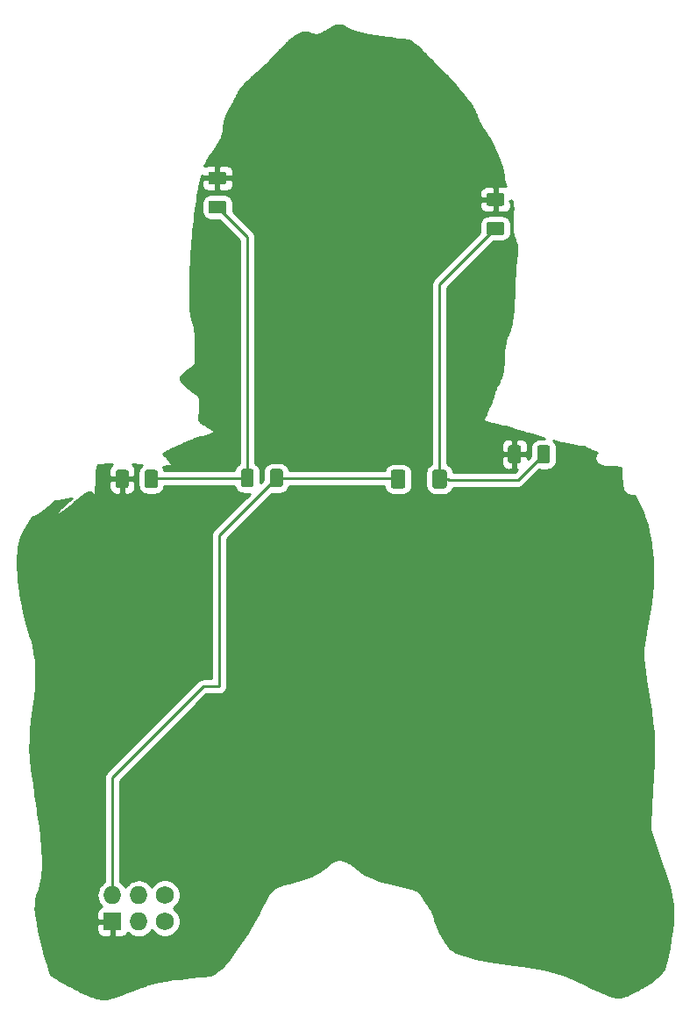
<source format=gbr>
G04 #@! TF.GenerationSoftware,KiCad,Pcbnew,(5.1.2)-1*
G04 #@! TF.CreationDate,2019-07-11T20:21:29-05:00*
G04 #@! TF.ProjectId,keanu-homeboy,6b65616e-752d-4686-9f6d-65626f792e6b,rev?*
G04 #@! TF.SameCoordinates,Original*
G04 #@! TF.FileFunction,Copper,L2,Bot*
G04 #@! TF.FilePolarity,Positive*
%FSLAX46Y46*%
G04 Gerber Fmt 4.6, Leading zero omitted, Abs format (unit mm)*
G04 Created by KiCad (PCBNEW (5.1.2)-1) date 2019-07-11 20:21:29*
%MOMM*%
%LPD*%
G04 APERTURE LIST*
%ADD10C,0.100000*%
%ADD11C,1.250000*%
%ADD12C,1.727200*%
%ADD13O,1.727200X1.727200*%
%ADD14R,1.727200X1.727200*%
%ADD15C,1.400000*%
%ADD16C,0.250000*%
%ADD17C,0.254000*%
G04 APERTURE END LIST*
D10*
G36*
X-11687276Y31068696D02*
G01*
X-11663007Y31065096D01*
X-11639209Y31059135D01*
X-11616109Y31050870D01*
X-11593931Y31040380D01*
X-11572887Y31027767D01*
X-11553182Y31013153D01*
X-11535003Y30996677D01*
X-11518527Y30978498D01*
X-11503913Y30958793D01*
X-11491300Y30937749D01*
X-11480810Y30915571D01*
X-11472545Y30892471D01*
X-11466584Y30868673D01*
X-11462984Y30844404D01*
X-11461780Y30819900D01*
X-11461780Y30069900D01*
X-11462984Y30045396D01*
X-11466584Y30021127D01*
X-11472545Y29997329D01*
X-11480810Y29974229D01*
X-11491300Y29952051D01*
X-11503913Y29931007D01*
X-11518527Y29911302D01*
X-11535003Y29893123D01*
X-11553182Y29876647D01*
X-11572887Y29862033D01*
X-11593931Y29849420D01*
X-11616109Y29838930D01*
X-11639209Y29830665D01*
X-11663007Y29824704D01*
X-11687276Y29821104D01*
X-11711780Y29819900D01*
X-12961780Y29819900D01*
X-12986284Y29821104D01*
X-13010553Y29824704D01*
X-13034351Y29830665D01*
X-13057451Y29838930D01*
X-13079629Y29849420D01*
X-13100673Y29862033D01*
X-13120378Y29876647D01*
X-13138557Y29893123D01*
X-13155033Y29911302D01*
X-13169647Y29931007D01*
X-13182260Y29952051D01*
X-13192750Y29974229D01*
X-13201015Y29997329D01*
X-13206976Y30021127D01*
X-13210576Y30045396D01*
X-13211780Y30069900D01*
X-13211780Y30819900D01*
X-13210576Y30844404D01*
X-13206976Y30868673D01*
X-13201015Y30892471D01*
X-13192750Y30915571D01*
X-13182260Y30937749D01*
X-13169647Y30958793D01*
X-13155033Y30978498D01*
X-13138557Y30996677D01*
X-13120378Y31013153D01*
X-13100673Y31027767D01*
X-13079629Y31040380D01*
X-13057451Y31050870D01*
X-13034351Y31059135D01*
X-13010553Y31065096D01*
X-12986284Y31068696D01*
X-12961780Y31069900D01*
X-11711780Y31069900D01*
X-11687276Y31068696D01*
X-11687276Y31068696D01*
G37*
D11*
X-12336780Y30444900D03*
D10*
G36*
X-11687276Y28268696D02*
G01*
X-11663007Y28265096D01*
X-11639209Y28259135D01*
X-11616109Y28250870D01*
X-11593931Y28240380D01*
X-11572887Y28227767D01*
X-11553182Y28213153D01*
X-11535003Y28196677D01*
X-11518527Y28178498D01*
X-11503913Y28158793D01*
X-11491300Y28137749D01*
X-11480810Y28115571D01*
X-11472545Y28092471D01*
X-11466584Y28068673D01*
X-11462984Y28044404D01*
X-11461780Y28019900D01*
X-11461780Y27269900D01*
X-11462984Y27245396D01*
X-11466584Y27221127D01*
X-11472545Y27197329D01*
X-11480810Y27174229D01*
X-11491300Y27152051D01*
X-11503913Y27131007D01*
X-11518527Y27111302D01*
X-11535003Y27093123D01*
X-11553182Y27076647D01*
X-11572887Y27062033D01*
X-11593931Y27049420D01*
X-11616109Y27038930D01*
X-11639209Y27030665D01*
X-11663007Y27024704D01*
X-11687276Y27021104D01*
X-11711780Y27019900D01*
X-12961780Y27019900D01*
X-12986284Y27021104D01*
X-13010553Y27024704D01*
X-13034351Y27030665D01*
X-13057451Y27038930D01*
X-13079629Y27049420D01*
X-13100673Y27062033D01*
X-13120378Y27076647D01*
X-13138557Y27093123D01*
X-13155033Y27111302D01*
X-13169647Y27131007D01*
X-13182260Y27152051D01*
X-13192750Y27174229D01*
X-13201015Y27197329D01*
X-13206976Y27221127D01*
X-13210576Y27245396D01*
X-13211780Y27269900D01*
X-13211780Y28019900D01*
X-13210576Y28044404D01*
X-13206976Y28068673D01*
X-13201015Y28092471D01*
X-13192750Y28115571D01*
X-13182260Y28137749D01*
X-13169647Y28158793D01*
X-13155033Y28178498D01*
X-13138557Y28196677D01*
X-13120378Y28213153D01*
X-13100673Y28227767D01*
X-13079629Y28240380D01*
X-13057451Y28250870D01*
X-13034351Y28259135D01*
X-13010553Y28265096D01*
X-12986284Y28268696D01*
X-12961780Y28269900D01*
X-11711780Y28269900D01*
X-11687276Y28268696D01*
X-11687276Y28268696D01*
G37*
D11*
X-12336780Y27644900D03*
D10*
G36*
X-18329996Y2293656D02*
G01*
X-18305727Y2290056D01*
X-18281929Y2284095D01*
X-18258829Y2275830D01*
X-18236651Y2265340D01*
X-18215607Y2252727D01*
X-18195902Y2238113D01*
X-18177723Y2221637D01*
X-18161247Y2203458D01*
X-18146633Y2183753D01*
X-18134020Y2162709D01*
X-18123530Y2140531D01*
X-18115265Y2117431D01*
X-18109304Y2093633D01*
X-18105704Y2069364D01*
X-18104500Y2044860D01*
X-18104500Y794860D01*
X-18105704Y770356D01*
X-18109304Y746087D01*
X-18115265Y722289D01*
X-18123530Y699189D01*
X-18134020Y677011D01*
X-18146633Y655967D01*
X-18161247Y636262D01*
X-18177723Y618083D01*
X-18195902Y601607D01*
X-18215607Y586993D01*
X-18236651Y574380D01*
X-18258829Y563890D01*
X-18281929Y555625D01*
X-18305727Y549664D01*
X-18329996Y546064D01*
X-18354500Y544860D01*
X-19104500Y544860D01*
X-19129004Y546064D01*
X-19153273Y549664D01*
X-19177071Y555625D01*
X-19200171Y563890D01*
X-19222349Y574380D01*
X-19243393Y586993D01*
X-19263098Y601607D01*
X-19281277Y618083D01*
X-19297753Y636262D01*
X-19312367Y655967D01*
X-19324980Y677011D01*
X-19335470Y699189D01*
X-19343735Y722289D01*
X-19349696Y746087D01*
X-19353296Y770356D01*
X-19354500Y794860D01*
X-19354500Y2044860D01*
X-19353296Y2069364D01*
X-19349696Y2093633D01*
X-19343735Y2117431D01*
X-19335470Y2140531D01*
X-19324980Y2162709D01*
X-19312367Y2183753D01*
X-19297753Y2203458D01*
X-19281277Y2221637D01*
X-19263098Y2238113D01*
X-19243393Y2252727D01*
X-19222349Y2265340D01*
X-19200171Y2275830D01*
X-19177071Y2284095D01*
X-19153273Y2290056D01*
X-19129004Y2293656D01*
X-19104500Y2294860D01*
X-18354500Y2294860D01*
X-18329996Y2293656D01*
X-18329996Y2293656D01*
G37*
D11*
X-18729500Y1419860D03*
D10*
G36*
X-21129996Y2293656D02*
G01*
X-21105727Y2290056D01*
X-21081929Y2284095D01*
X-21058829Y2275830D01*
X-21036651Y2265340D01*
X-21015607Y2252727D01*
X-20995902Y2238113D01*
X-20977723Y2221637D01*
X-20961247Y2203458D01*
X-20946633Y2183753D01*
X-20934020Y2162709D01*
X-20923530Y2140531D01*
X-20915265Y2117431D01*
X-20909304Y2093633D01*
X-20905704Y2069364D01*
X-20904500Y2044860D01*
X-20904500Y794860D01*
X-20905704Y770356D01*
X-20909304Y746087D01*
X-20915265Y722289D01*
X-20923530Y699189D01*
X-20934020Y677011D01*
X-20946633Y655967D01*
X-20961247Y636262D01*
X-20977723Y618083D01*
X-20995902Y601607D01*
X-21015607Y586993D01*
X-21036651Y574380D01*
X-21058829Y563890D01*
X-21081929Y555625D01*
X-21105727Y549664D01*
X-21129996Y546064D01*
X-21154500Y544860D01*
X-21904500Y544860D01*
X-21929004Y546064D01*
X-21953273Y549664D01*
X-21977071Y555625D01*
X-22000171Y563890D01*
X-22022349Y574380D01*
X-22043393Y586993D01*
X-22063098Y601607D01*
X-22081277Y618083D01*
X-22097753Y636262D01*
X-22112367Y655967D01*
X-22124980Y677011D01*
X-22135470Y699189D01*
X-22143735Y722289D01*
X-22149696Y746087D01*
X-22153296Y770356D01*
X-22154500Y794860D01*
X-22154500Y2044860D01*
X-22153296Y2069364D01*
X-22149696Y2093633D01*
X-22143735Y2117431D01*
X-22135470Y2140531D01*
X-22124980Y2162709D01*
X-22112367Y2183753D01*
X-22097753Y2203458D01*
X-22081277Y2221637D01*
X-22063098Y2238113D01*
X-22043393Y2252727D01*
X-22022349Y2265340D01*
X-22000171Y2275830D01*
X-21977071Y2284095D01*
X-21953273Y2290056D01*
X-21929004Y2293656D01*
X-21904500Y2294860D01*
X-21154500Y2294860D01*
X-21129996Y2293656D01*
X-21129996Y2293656D01*
G37*
D11*
X-21529500Y1419860D03*
D10*
G36*
X-9044676Y2374936D02*
G01*
X-9020407Y2371336D01*
X-8996609Y2365375D01*
X-8973509Y2357110D01*
X-8951331Y2346620D01*
X-8930287Y2334007D01*
X-8910582Y2319393D01*
X-8892403Y2302917D01*
X-8875927Y2284738D01*
X-8861313Y2265033D01*
X-8848700Y2243989D01*
X-8838210Y2221811D01*
X-8829945Y2198711D01*
X-8823984Y2174913D01*
X-8820384Y2150644D01*
X-8819180Y2126140D01*
X-8819180Y876140D01*
X-8820384Y851636D01*
X-8823984Y827367D01*
X-8829945Y803569D01*
X-8838210Y780469D01*
X-8848700Y758291D01*
X-8861313Y737247D01*
X-8875927Y717542D01*
X-8892403Y699363D01*
X-8910582Y682887D01*
X-8930287Y668273D01*
X-8951331Y655660D01*
X-8973509Y645170D01*
X-8996609Y636905D01*
X-9020407Y630944D01*
X-9044676Y627344D01*
X-9069180Y626140D01*
X-9819180Y626140D01*
X-9843684Y627344D01*
X-9867953Y630944D01*
X-9891751Y636905D01*
X-9914851Y645170D01*
X-9937029Y655660D01*
X-9958073Y668273D01*
X-9977778Y682887D01*
X-9995957Y699363D01*
X-10012433Y717542D01*
X-10027047Y737247D01*
X-10039660Y758291D01*
X-10050150Y780469D01*
X-10058415Y803569D01*
X-10064376Y827367D01*
X-10067976Y851636D01*
X-10069180Y876140D01*
X-10069180Y2126140D01*
X-10067976Y2150644D01*
X-10064376Y2174913D01*
X-10058415Y2198711D01*
X-10050150Y2221811D01*
X-10039660Y2243989D01*
X-10027047Y2265033D01*
X-10012433Y2284738D01*
X-9995957Y2302917D01*
X-9977778Y2319393D01*
X-9958073Y2334007D01*
X-9937029Y2346620D01*
X-9914851Y2357110D01*
X-9891751Y2365375D01*
X-9867953Y2371336D01*
X-9843684Y2374936D01*
X-9819180Y2376140D01*
X-9069180Y2376140D01*
X-9044676Y2374936D01*
X-9044676Y2374936D01*
G37*
D11*
X-9444180Y1501140D03*
D10*
G36*
X-6244676Y2374936D02*
G01*
X-6220407Y2371336D01*
X-6196609Y2365375D01*
X-6173509Y2357110D01*
X-6151331Y2346620D01*
X-6130287Y2334007D01*
X-6110582Y2319393D01*
X-6092403Y2302917D01*
X-6075927Y2284738D01*
X-6061313Y2265033D01*
X-6048700Y2243989D01*
X-6038210Y2221811D01*
X-6029945Y2198711D01*
X-6023984Y2174913D01*
X-6020384Y2150644D01*
X-6019180Y2126140D01*
X-6019180Y876140D01*
X-6020384Y851636D01*
X-6023984Y827367D01*
X-6029945Y803569D01*
X-6038210Y780469D01*
X-6048700Y758291D01*
X-6061313Y737247D01*
X-6075927Y717542D01*
X-6092403Y699363D01*
X-6110582Y682887D01*
X-6130287Y668273D01*
X-6151331Y655660D01*
X-6173509Y645170D01*
X-6196609Y636905D01*
X-6220407Y630944D01*
X-6244676Y627344D01*
X-6269180Y626140D01*
X-7019180Y626140D01*
X-7043684Y627344D01*
X-7067953Y630944D01*
X-7091751Y636905D01*
X-7114851Y645170D01*
X-7137029Y655660D01*
X-7158073Y668273D01*
X-7177778Y682887D01*
X-7195957Y699363D01*
X-7212433Y717542D01*
X-7227047Y737247D01*
X-7239660Y758291D01*
X-7250150Y780469D01*
X-7258415Y803569D01*
X-7264376Y827367D01*
X-7267976Y851636D01*
X-7269180Y876140D01*
X-7269180Y2126140D01*
X-7267976Y2150644D01*
X-7264376Y2174913D01*
X-7258415Y2198711D01*
X-7250150Y2221811D01*
X-7239660Y2243989D01*
X-7227047Y2265033D01*
X-7212433Y2284738D01*
X-7195957Y2302917D01*
X-7177778Y2319393D01*
X-7158073Y2334007D01*
X-7137029Y2346620D01*
X-7114851Y2357110D01*
X-7091751Y2365375D01*
X-7067953Y2371336D01*
X-7043684Y2374936D01*
X-7019180Y2376140D01*
X-6269180Y2376140D01*
X-6244676Y2374936D01*
X-6244676Y2374936D01*
G37*
D11*
X-6644180Y1501140D03*
D12*
X-17400000Y-38750000D03*
X-17400000Y-41290000D03*
D13*
X-19940000Y-38750000D03*
X-19940000Y-41290000D03*
X-22480000Y-38750000D03*
D14*
X-22480000Y-41290000D03*
D10*
G36*
X16761724Y4671096D02*
G01*
X16785993Y4667496D01*
X16809791Y4661535D01*
X16832891Y4653270D01*
X16855069Y4642780D01*
X16876113Y4630167D01*
X16895818Y4615553D01*
X16913997Y4599077D01*
X16930473Y4580898D01*
X16945087Y4561193D01*
X16957700Y4540149D01*
X16968190Y4517971D01*
X16976455Y4494871D01*
X16982416Y4471073D01*
X16986016Y4446804D01*
X16987220Y4422300D01*
X16987220Y3172300D01*
X16986016Y3147796D01*
X16982416Y3123527D01*
X16976455Y3099729D01*
X16968190Y3076629D01*
X16957700Y3054451D01*
X16945087Y3033407D01*
X16930473Y3013702D01*
X16913997Y2995523D01*
X16895818Y2979047D01*
X16876113Y2964433D01*
X16855069Y2951820D01*
X16832891Y2941330D01*
X16809791Y2933065D01*
X16785993Y2927104D01*
X16761724Y2923504D01*
X16737220Y2922300D01*
X15987220Y2922300D01*
X15962716Y2923504D01*
X15938447Y2927104D01*
X15914649Y2933065D01*
X15891549Y2941330D01*
X15869371Y2951820D01*
X15848327Y2964433D01*
X15828622Y2979047D01*
X15810443Y2995523D01*
X15793967Y3013702D01*
X15779353Y3033407D01*
X15766740Y3054451D01*
X15756250Y3076629D01*
X15747985Y3099729D01*
X15742024Y3123527D01*
X15738424Y3147796D01*
X15737220Y3172300D01*
X15737220Y4422300D01*
X15738424Y4446804D01*
X15742024Y4471073D01*
X15747985Y4494871D01*
X15756250Y4517971D01*
X15766740Y4540149D01*
X15779353Y4561193D01*
X15793967Y4580898D01*
X15810443Y4599077D01*
X15828622Y4615553D01*
X15848327Y4630167D01*
X15869371Y4642780D01*
X15891549Y4653270D01*
X15914649Y4661535D01*
X15938447Y4667496D01*
X15962716Y4671096D01*
X15987220Y4672300D01*
X16737220Y4672300D01*
X16761724Y4671096D01*
X16761724Y4671096D01*
G37*
D11*
X16362220Y3797300D03*
D10*
G36*
X19561724Y4671096D02*
G01*
X19585993Y4667496D01*
X19609791Y4661535D01*
X19632891Y4653270D01*
X19655069Y4642780D01*
X19676113Y4630167D01*
X19695818Y4615553D01*
X19713997Y4599077D01*
X19730473Y4580898D01*
X19745087Y4561193D01*
X19757700Y4540149D01*
X19768190Y4517971D01*
X19776455Y4494871D01*
X19782416Y4471073D01*
X19786016Y4446804D01*
X19787220Y4422300D01*
X19787220Y3172300D01*
X19786016Y3147796D01*
X19782416Y3123527D01*
X19776455Y3099729D01*
X19768190Y3076629D01*
X19757700Y3054451D01*
X19745087Y3033407D01*
X19730473Y3013702D01*
X19713997Y2995523D01*
X19695818Y2979047D01*
X19676113Y2964433D01*
X19655069Y2951820D01*
X19632891Y2941330D01*
X19609791Y2933065D01*
X19585993Y2927104D01*
X19561724Y2923504D01*
X19537220Y2922300D01*
X18787220Y2922300D01*
X18762716Y2923504D01*
X18738447Y2927104D01*
X18714649Y2933065D01*
X18691549Y2941330D01*
X18669371Y2951820D01*
X18648327Y2964433D01*
X18628622Y2979047D01*
X18610443Y2995523D01*
X18593967Y3013702D01*
X18579353Y3033407D01*
X18566740Y3054451D01*
X18556250Y3076629D01*
X18547985Y3099729D01*
X18542024Y3123527D01*
X18538424Y3147796D01*
X18537220Y3172300D01*
X18537220Y4422300D01*
X18538424Y4446804D01*
X18542024Y4471073D01*
X18547985Y4494871D01*
X18556250Y4517971D01*
X18566740Y4540149D01*
X18579353Y4561193D01*
X18593967Y4580898D01*
X18610443Y4599077D01*
X18628622Y4615553D01*
X18648327Y4630167D01*
X18669371Y4642780D01*
X18691549Y4653270D01*
X18714649Y4661535D01*
X18738447Y4667496D01*
X18762716Y4671096D01*
X18787220Y4672300D01*
X19537220Y4672300D01*
X19561724Y4671096D01*
X19561724Y4671096D01*
G37*
D11*
X19162220Y3797300D03*
D10*
G36*
X15168144Y26211296D02*
G01*
X15192413Y26207696D01*
X15216211Y26201735D01*
X15239311Y26193470D01*
X15261489Y26182980D01*
X15282533Y26170367D01*
X15302238Y26155753D01*
X15320417Y26139277D01*
X15336893Y26121098D01*
X15351507Y26101393D01*
X15364120Y26080349D01*
X15374610Y26058171D01*
X15382875Y26035071D01*
X15388836Y26011273D01*
X15392436Y25987004D01*
X15393640Y25962500D01*
X15393640Y25212500D01*
X15392436Y25187996D01*
X15388836Y25163727D01*
X15382875Y25139929D01*
X15374610Y25116829D01*
X15364120Y25094651D01*
X15351507Y25073607D01*
X15336893Y25053902D01*
X15320417Y25035723D01*
X15302238Y25019247D01*
X15282533Y25004633D01*
X15261489Y24992020D01*
X15239311Y24981530D01*
X15216211Y24973265D01*
X15192413Y24967304D01*
X15168144Y24963704D01*
X15143640Y24962500D01*
X13893640Y24962500D01*
X13869136Y24963704D01*
X13844867Y24967304D01*
X13821069Y24973265D01*
X13797969Y24981530D01*
X13775791Y24992020D01*
X13754747Y25004633D01*
X13735042Y25019247D01*
X13716863Y25035723D01*
X13700387Y25053902D01*
X13685773Y25073607D01*
X13673160Y25094651D01*
X13662670Y25116829D01*
X13654405Y25139929D01*
X13648444Y25163727D01*
X13644844Y25187996D01*
X13643640Y25212500D01*
X13643640Y25962500D01*
X13644844Y25987004D01*
X13648444Y26011273D01*
X13654405Y26035071D01*
X13662670Y26058171D01*
X13673160Y26080349D01*
X13685773Y26101393D01*
X13700387Y26121098D01*
X13716863Y26139277D01*
X13735042Y26155753D01*
X13754747Y26170367D01*
X13775791Y26182980D01*
X13797969Y26193470D01*
X13821069Y26201735D01*
X13844867Y26207696D01*
X13869136Y26211296D01*
X13893640Y26212500D01*
X15143640Y26212500D01*
X15168144Y26211296D01*
X15168144Y26211296D01*
G37*
D11*
X14518640Y25587500D03*
D10*
G36*
X15168144Y29011296D02*
G01*
X15192413Y29007696D01*
X15216211Y29001735D01*
X15239311Y28993470D01*
X15261489Y28982980D01*
X15282533Y28970367D01*
X15302238Y28955753D01*
X15320417Y28939277D01*
X15336893Y28921098D01*
X15351507Y28901393D01*
X15364120Y28880349D01*
X15374610Y28858171D01*
X15382875Y28835071D01*
X15388836Y28811273D01*
X15392436Y28787004D01*
X15393640Y28762500D01*
X15393640Y28012500D01*
X15392436Y27987996D01*
X15388836Y27963727D01*
X15382875Y27939929D01*
X15374610Y27916829D01*
X15364120Y27894651D01*
X15351507Y27873607D01*
X15336893Y27853902D01*
X15320417Y27835723D01*
X15302238Y27819247D01*
X15282533Y27804633D01*
X15261489Y27792020D01*
X15239311Y27781530D01*
X15216211Y27773265D01*
X15192413Y27767304D01*
X15168144Y27763704D01*
X15143640Y27762500D01*
X13893640Y27762500D01*
X13869136Y27763704D01*
X13844867Y27767304D01*
X13821069Y27773265D01*
X13797969Y27781530D01*
X13775791Y27792020D01*
X13754747Y27804633D01*
X13735042Y27819247D01*
X13716863Y27835723D01*
X13700387Y27853902D01*
X13685773Y27873607D01*
X13673160Y27894651D01*
X13662670Y27916829D01*
X13654405Y27939929D01*
X13648444Y27963727D01*
X13644844Y27987996D01*
X13643640Y28012500D01*
X13643640Y28762500D01*
X13644844Y28787004D01*
X13648444Y28811273D01*
X13654405Y28835071D01*
X13662670Y28858171D01*
X13673160Y28880349D01*
X13685773Y28901393D01*
X13700387Y28921098D01*
X13716863Y28939277D01*
X13735042Y28955753D01*
X13754747Y28970367D01*
X13775791Y28982980D01*
X13797969Y28993470D01*
X13821069Y29001735D01*
X13844867Y29007696D01*
X13869136Y29011296D01*
X13893640Y29012500D01*
X15143640Y29012500D01*
X15168144Y29011296D01*
X15168144Y29011296D01*
G37*
D11*
X14518640Y28387500D03*
D10*
G36*
X9591585Y2300876D02*
G01*
X9615853Y2297276D01*
X9639652Y2291315D01*
X9662751Y2283050D01*
X9684930Y2272560D01*
X9705973Y2259948D01*
X9725679Y2245333D01*
X9743857Y2228857D01*
X9760333Y2210679D01*
X9774948Y2190973D01*
X9787560Y2169930D01*
X9798050Y2147751D01*
X9806315Y2124652D01*
X9812276Y2100853D01*
X9815876Y2076585D01*
X9817080Y2052081D01*
X9817080Y752079D01*
X9815876Y727575D01*
X9812276Y703307D01*
X9806315Y679508D01*
X9798050Y656409D01*
X9787560Y634230D01*
X9774948Y613187D01*
X9760333Y593481D01*
X9743857Y575303D01*
X9725679Y558827D01*
X9705973Y544212D01*
X9684930Y531600D01*
X9662751Y521110D01*
X9639652Y512845D01*
X9615853Y506884D01*
X9591585Y503284D01*
X9567081Y502080D01*
X8667079Y502080D01*
X8642575Y503284D01*
X8618307Y506884D01*
X8594508Y512845D01*
X8571409Y521110D01*
X8549230Y531600D01*
X8528187Y544212D01*
X8508481Y558827D01*
X8490303Y575303D01*
X8473827Y593481D01*
X8459212Y613187D01*
X8446600Y634230D01*
X8436110Y656409D01*
X8427845Y679508D01*
X8421884Y703307D01*
X8418284Y727575D01*
X8417080Y752079D01*
X8417080Y2052081D01*
X8418284Y2076585D01*
X8421884Y2100853D01*
X8427845Y2124652D01*
X8436110Y2147751D01*
X8446600Y2169930D01*
X8459212Y2190973D01*
X8473827Y2210679D01*
X8490303Y2228857D01*
X8508481Y2245333D01*
X8528187Y2259948D01*
X8549230Y2272560D01*
X8571409Y2283050D01*
X8594508Y2291315D01*
X8618307Y2297276D01*
X8642575Y2300876D01*
X8667079Y2302080D01*
X9567081Y2302080D01*
X9591585Y2300876D01*
X9591585Y2300876D01*
G37*
D15*
X9117080Y1402080D03*
D10*
G36*
X5591585Y2300876D02*
G01*
X5615853Y2297276D01*
X5639652Y2291315D01*
X5662751Y2283050D01*
X5684930Y2272560D01*
X5705973Y2259948D01*
X5725679Y2245333D01*
X5743857Y2228857D01*
X5760333Y2210679D01*
X5774948Y2190973D01*
X5787560Y2169930D01*
X5798050Y2147751D01*
X5806315Y2124652D01*
X5812276Y2100853D01*
X5815876Y2076585D01*
X5817080Y2052081D01*
X5817080Y752079D01*
X5815876Y727575D01*
X5812276Y703307D01*
X5806315Y679508D01*
X5798050Y656409D01*
X5787560Y634230D01*
X5774948Y613187D01*
X5760333Y593481D01*
X5743857Y575303D01*
X5725679Y558827D01*
X5705973Y544212D01*
X5684930Y531600D01*
X5662751Y521110D01*
X5639652Y512845D01*
X5615853Y506884D01*
X5591585Y503284D01*
X5567081Y502080D01*
X4667079Y502080D01*
X4642575Y503284D01*
X4618307Y506884D01*
X4594508Y512845D01*
X4571409Y521110D01*
X4549230Y531600D01*
X4528187Y544212D01*
X4508481Y558827D01*
X4490303Y575303D01*
X4473827Y593481D01*
X4459212Y613187D01*
X4446600Y634230D01*
X4436110Y656409D01*
X4427845Y679508D01*
X4421884Y703307D01*
X4418284Y727575D01*
X4417080Y752079D01*
X4417080Y2052081D01*
X4418284Y2076585D01*
X4421884Y2100853D01*
X4427845Y2124652D01*
X4436110Y2147751D01*
X4446600Y2169930D01*
X4459212Y2190973D01*
X4473827Y2210679D01*
X4490303Y2228857D01*
X4508481Y2245333D01*
X4528187Y2259948D01*
X4549230Y2272560D01*
X4571409Y2283050D01*
X4594508Y2291315D01*
X4618307Y2297276D01*
X4642575Y2300876D01*
X4667079Y2302080D01*
X5567081Y2302080D01*
X5591585Y2300876D01*
X5591585Y2300876D01*
G37*
D15*
X5117080Y1402080D03*
D16*
X-13709000Y-18623280D02*
X-12159000Y-18623280D01*
X-22480000Y-27394280D02*
X-13709000Y-18623280D01*
X-22480000Y-38750000D02*
X-22480000Y-27394280D01*
X-12159000Y-4013680D02*
X-6644180Y1501140D01*
X-12159000Y-18623280D02*
X-12159000Y-4013680D01*
X5018020Y1501140D02*
X5117080Y1402080D01*
X-6644180Y1501140D02*
X5018020Y1501140D01*
X-18648220Y1501140D02*
X-18729500Y1419860D01*
X-9444180Y1501140D02*
X-18648220Y1501140D01*
X-9444180Y24752300D02*
X-12336780Y27644900D01*
X-9444180Y1501140D02*
X-9444180Y24752300D01*
X9917080Y1402080D02*
X9988200Y1330960D01*
X9117080Y1402080D02*
X9917080Y1402080D01*
X16695880Y1330960D02*
X19162220Y3797300D01*
X9988200Y1330960D02*
X16695880Y1330960D01*
X9117080Y20185940D02*
X14518640Y25587500D01*
X9117080Y1402080D02*
X9117080Y20185940D01*
D17*
G36*
X-494679Y45180104D02*
G01*
X-384469Y45161861D01*
X-273896Y45129874D01*
X-157886Y45082086D01*
X-32132Y45016245D01*
X107971Y44929745D01*
X120527Y44921455D01*
X122380Y44920255D01*
X203813Y44868501D01*
X208192Y44865840D01*
X293742Y44816197D01*
X298282Y44813685D01*
X388864Y44765958D01*
X393427Y44763670D01*
X489955Y44717667D01*
X494409Y44715649D01*
X597799Y44671175D01*
X602038Y44669441D01*
X713204Y44626302D01*
X717153Y44624844D01*
X837009Y44582848D01*
X840621Y44581644D01*
X970082Y44540596D01*
X973336Y44539611D01*
X1113318Y44499318D01*
X1116214Y44498522D01*
X1267630Y44458790D01*
X1270183Y44458148D01*
X1433949Y44418784D01*
X1436179Y44418269D01*
X1613208Y44379078D01*
X1615147Y44378665D01*
X1806355Y44339455D01*
X1808029Y44339123D01*
X2014331Y44299699D01*
X2015771Y44299433D01*
X2238081Y44259601D01*
X2239315Y44259386D01*
X2478548Y44218954D01*
X2479602Y44218780D01*
X2736672Y44177553D01*
X2737569Y44177413D01*
X3013391Y44135199D01*
X3014150Y44135085D01*
X3309640Y44091688D01*
X3310282Y44091595D01*
X3626353Y44046823D01*
X3626892Y44046748D01*
X3964459Y44000406D01*
X3964911Y44000345D01*
X4324890Y43952241D01*
X4325264Y43952191D01*
X4708568Y43902130D01*
X4708877Y43902091D01*
X5116421Y43849880D01*
X5116573Y43849860D01*
X5178314Y43842026D01*
X5178314Y43842027D01*
X5312243Y43824902D01*
X5441423Y43808098D01*
X5562901Y43792019D01*
X5674134Y43777012D01*
X5771989Y43763510D01*
X5854235Y43751817D01*
X5917400Y43742422D01*
X5958305Y43735797D01*
X5967016Y43734141D01*
X6045761Y43714309D01*
X6123151Y43688582D01*
X6201961Y43655543D01*
X6284428Y43613706D01*
X6372472Y43561582D01*
X6467744Y43497780D01*
X6571798Y43420994D01*
X6686071Y43330059D01*
X6812053Y43223825D01*
X6951151Y43101264D01*
X7104973Y42961211D01*
X7220539Y42853767D01*
X7306018Y42772870D01*
X7407742Y42675104D01*
X7523946Y42562238D01*
X7653112Y42435796D01*
X7793610Y42297423D01*
X7943394Y42149169D01*
X8101374Y41992144D01*
X8265704Y41828202D01*
X8434906Y41658836D01*
X8606943Y41486096D01*
X8780616Y41311192D01*
X8954301Y41135762D01*
X9125981Y40961838D01*
X9294439Y40790647D01*
X9458085Y40623789D01*
X9614809Y40463400D01*
X9763696Y40310390D01*
X9902299Y40167243D01*
X10029730Y40034839D01*
X10144090Y39915098D01*
X10243634Y39809789D01*
X10298098Y39751496D01*
X10608916Y39411915D01*
X10898027Y39085674D01*
X11165818Y38772316D01*
X11412433Y38471671D01*
X11638154Y38183405D01*
X11843131Y37907369D01*
X12027662Y37643228D01*
X12191895Y37390877D01*
X12336235Y37149841D01*
X12442730Y36955097D01*
X12509832Y36822009D01*
X12570742Y36691091D01*
X12628643Y36554971D01*
X12686748Y36406066D01*
X12733859Y36277276D01*
X12735009Y36274253D01*
X12854329Y35972143D01*
X12857442Y35964923D01*
X12998622Y35663529D01*
X13002000Y35656840D01*
X13162002Y35361915D01*
X13165782Y35355414D01*
X13341569Y35072713D01*
X13345043Y35067424D01*
X13458279Y34904068D01*
X13672090Y34593382D01*
X13879459Y34262720D01*
X14080284Y33912992D01*
X14272896Y33547441D01*
X14455663Y33169273D01*
X14626962Y32781710D01*
X14785159Y32388033D01*
X14929003Y31990530D01*
X14954528Y31914955D01*
X15020798Y31711367D01*
X15076795Y31527679D01*
X15123412Y31360094D01*
X15161607Y31204630D01*
X15192319Y31057336D01*
X15216494Y30914124D01*
X15235058Y30770727D01*
X15248913Y30622428D01*
X15252111Y30578610D01*
X15252608Y30573318D01*
X15269354Y30427960D01*
X15270761Y30418741D01*
X15301994Y30254703D01*
X15303532Y30247708D01*
X15348684Y30066768D01*
X15350207Y30061203D01*
X15408711Y29865139D01*
X15410185Y29860525D01*
X15481475Y29651114D01*
X15482899Y29647148D01*
X15485006Y29641574D01*
X15393640Y29650572D01*
X14804390Y29647500D01*
X14645640Y29488750D01*
X14645640Y28514500D01*
X14665640Y28514500D01*
X14665640Y28260500D01*
X14645640Y28260500D01*
X14645640Y27286250D01*
X14804390Y27127500D01*
X15393640Y27124428D01*
X15518122Y27136688D01*
X15637820Y27172998D01*
X15748134Y27231963D01*
X15844825Y27311315D01*
X15924177Y27408006D01*
X15983142Y27518320D01*
X16019452Y27638018D01*
X16031712Y27762500D01*
X16028640Y28101750D01*
X15869892Y28260498D01*
X16028640Y28260498D01*
X16028640Y28324585D01*
X16040166Y28291955D01*
X16081992Y28153134D01*
X16114555Y28018727D01*
X16138616Y27884921D01*
X16154827Y27747832D01*
X16163706Y27603595D01*
X16165672Y27448513D01*
X16161117Y27279152D01*
X16150458Y27092207D01*
X16134137Y26884235D01*
X16122725Y26757599D01*
X16122658Y26756831D01*
X16108650Y26590072D01*
X16108487Y26587910D01*
X16097151Y26418298D01*
X16097032Y26416272D01*
X16088480Y26247911D01*
X16088392Y26245870D01*
X16082739Y26082864D01*
X16082682Y26080645D01*
X16080042Y25927099D01*
X16080024Y25924475D01*
X16080510Y25784494D01*
X16080568Y25781069D01*
X16084293Y25658756D01*
X16084510Y25654250D01*
X16090114Y25569428D01*
X16090617Y25563754D01*
X16109055Y25398060D01*
X16109945Y25391586D01*
X16135986Y25232530D01*
X16137324Y25225576D01*
X16172382Y25067355D01*
X16174039Y25060726D01*
X16219530Y24897537D01*
X16221249Y24891885D01*
X16278586Y24717924D01*
X16279948Y24714008D01*
X16331913Y24572102D01*
X16406174Y24363446D01*
X16463419Y24172157D01*
X16505162Y23991267D01*
X16532347Y23815123D01*
X16545781Y23637781D01*
X16546018Y23453228D01*
X16533399Y23255766D01*
X16508082Y23038929D01*
X16505944Y23023644D01*
X16505819Y23022729D01*
X16477325Y22807647D01*
X16477077Y22805652D01*
X16450274Y22575392D01*
X16450080Y22573617D01*
X16424897Y22327140D01*
X16424746Y22325568D01*
X16401108Y22061835D01*
X16400991Y22060448D01*
X16378828Y21778420D01*
X16378738Y21777199D01*
X16357975Y21475837D01*
X16357906Y21474765D01*
X16338473Y21153030D01*
X16338420Y21152091D01*
X16320244Y20808943D01*
X16320203Y20808121D01*
X16303211Y20442523D01*
X16303180Y20441806D01*
X16287299Y20052717D01*
X16287277Y20052145D01*
X16275040Y19715007D01*
X16275039Y19715002D01*
X16261696Y19347068D01*
X16247770Y19003983D01*
X16233008Y18683056D01*
X16217253Y18383783D01*
X16200275Y18104132D01*
X16181895Y17843027D01*
X16161914Y17598970D01*
X16140147Y17370632D01*
X16116392Y17156493D01*
X16090469Y16955193D01*
X16062184Y16765266D01*
X16031341Y16585221D01*
X15997774Y16413748D01*
X15961240Y16249146D01*
X15921562Y16090070D01*
X15878491Y15934893D01*
X15831820Y15782193D01*
X15781297Y15630417D01*
X15726684Y15478084D01*
X15667599Y15323344D01*
X15645566Y15267723D01*
X15644694Y15265460D01*
X15553009Y15020449D01*
X15550941Y15014472D01*
X15474875Y14775585D01*
X15472968Y14768983D01*
X15410493Y14528482D01*
X15408970Y14521908D01*
X15358059Y14272056D01*
X15357034Y14266365D01*
X15318641Y14021416D01*
X15318232Y14018605D01*
X15306138Y13928282D01*
X15305981Y13927063D01*
X15295807Y13845054D01*
X15295599Y13843275D01*
X15287098Y13765830D01*
X15286877Y13763643D01*
X15279806Y13687015D01*
X15279615Y13684718D01*
X15273727Y13605158D01*
X15273590Y13603061D01*
X15268641Y13516820D01*
X15268555Y13515130D01*
X15264299Y13418461D01*
X15264251Y13417235D01*
X15260443Y13306388D01*
X15260418Y13305582D01*
X15256813Y13176810D01*
X15256800Y13176335D01*
X15253178Y13026970D01*
X15248498Y12836524D01*
X15243699Y12669246D01*
X15238596Y12522573D01*
X15233004Y12393891D01*
X15226737Y12280485D01*
X15219640Y12180080D01*
X15211533Y12089903D01*
X15202247Y12007332D01*
X15191567Y11929434D01*
X15179281Y11853484D01*
X15165054Y11776156D01*
X15159646Y11748677D01*
X15138971Y11651294D01*
X15116852Y11560462D01*
X15092007Y11472331D01*
X15063185Y11383456D01*
X15029036Y11290288D01*
X14988204Y11189456D01*
X14939418Y11077848D01*
X14881477Y10952503D01*
X14813057Y10810147D01*
X14736223Y10654311D01*
X14736122Y10654107D01*
X14638023Y10454240D01*
X14637310Y10452763D01*
X14552352Y10273862D01*
X14551457Y10271936D01*
X14479388Y10113389D01*
X14478256Y10110825D01*
X14418821Y9972018D01*
X14417376Y9968499D01*
X14370321Y9848820D01*
X14368468Y9843797D01*
X14333539Y9742633D01*
X14331191Y9735078D01*
X14308134Y9651815D01*
X14305582Y9640670D01*
X14295031Y9582718D01*
X14294770Y9581236D01*
X14280689Y9498333D01*
X14257100Y9401763D01*
X14222444Y9285658D01*
X14176436Y9150068D01*
X14118887Y8994854D01*
X14049536Y8819505D01*
X13968246Y8623721D01*
X13874749Y8406844D01*
X13768659Y8167920D01*
X13765566Y8161044D01*
X13765467Y8160824D01*
X13681524Y7973237D01*
X13681288Y7972705D01*
X13606011Y7802394D01*
X13605727Y7801747D01*
X13539403Y7649406D01*
X13539049Y7648584D01*
X13481967Y7514905D01*
X13481504Y7513807D01*
X13433951Y7399485D01*
X13433306Y7397905D01*
X13395571Y7303634D01*
X13394593Y7301112D01*
X13366963Y7227584D01*
X13365275Y7222806D01*
X13348039Y7170715D01*
X13344544Y7157960D01*
X13337990Y7128000D01*
X13335119Y7104854D01*
X13335063Y7103074D01*
X13336723Y7078233D01*
X13342359Y7056477D01*
X13349192Y7037288D01*
X13359802Y7014766D01*
X13374602Y6994746D01*
X13389636Y6980609D01*
X13412987Y6961982D01*
X13435670Y6947531D01*
X13474277Y6928347D01*
X13486330Y6923117D01*
X13539169Y6903369D01*
X13546831Y6900780D01*
X13621432Y6878195D01*
X13625742Y6876973D01*
X13718730Y6852366D01*
X13721694Y6851620D01*
X13829694Y6825805D01*
X13832042Y6825267D01*
X13951679Y6799059D01*
X13953755Y6798622D01*
X14081655Y6772834D01*
X14083456Y6772485D01*
X14188589Y6752864D01*
X14340638Y6723284D01*
X14515610Y6685168D01*
X14714434Y6638321D01*
X14936460Y6582886D01*
X15181448Y6518920D01*
X15448986Y6446527D01*
X15738821Y6365771D01*
X16050211Y6276859D01*
X16383686Y6179631D01*
X16737749Y6074520D01*
X17113232Y5961271D01*
X17508998Y5840219D01*
X17710781Y5777913D01*
X17710856Y5777890D01*
X18017286Y5683479D01*
X18017705Y5683351D01*
X18303858Y5596268D01*
X18304370Y5596113D01*
X18573948Y5515313D01*
X18574551Y5515134D01*
X18831258Y5439574D01*
X18831937Y5439376D01*
X19079475Y5368012D01*
X19080211Y5367802D01*
X19284023Y5310372D01*
X18787220Y5310372D01*
X18613966Y5293308D01*
X18447370Y5242772D01*
X18293834Y5160705D01*
X18159258Y5050262D01*
X18048815Y4915686D01*
X17966748Y4762150D01*
X17916212Y4595554D01*
X17899148Y4422300D01*
X17899148Y3609030D01*
X17623151Y3333033D01*
X17622220Y3511550D01*
X17463470Y3670300D01*
X16489220Y3670300D01*
X16489220Y2446050D01*
X16612694Y2322576D01*
X16381079Y2090960D01*
X10451323Y2090960D01*
X10438088Y2225335D01*
X10387552Y2391931D01*
X10305485Y2545467D01*
X10195042Y2680042D01*
X10060467Y2790485D01*
X9906931Y2872552D01*
X9877080Y2881607D01*
X9877080Y2922300D01*
X15099148Y2922300D01*
X15111408Y2797818D01*
X15147718Y2678120D01*
X15206683Y2567806D01*
X15286035Y2471115D01*
X15382726Y2391763D01*
X15493040Y2332798D01*
X15612738Y2296488D01*
X15737220Y2284228D01*
X16076470Y2287300D01*
X16235220Y2446050D01*
X16235220Y3670300D01*
X15260970Y3670300D01*
X15102220Y3511550D01*
X15099148Y2922300D01*
X9877080Y2922300D01*
X9877080Y4672300D01*
X15099148Y4672300D01*
X15102220Y4083050D01*
X15260970Y3924300D01*
X16235220Y3924300D01*
X16235220Y5148550D01*
X16489220Y5148550D01*
X16489220Y3924300D01*
X17463470Y3924300D01*
X17622220Y4083050D01*
X17625292Y4672300D01*
X17613032Y4796782D01*
X17576722Y4916480D01*
X17517757Y5026794D01*
X17438405Y5123485D01*
X17341714Y5202837D01*
X17231400Y5261802D01*
X17111702Y5298112D01*
X16987220Y5310372D01*
X16647970Y5307300D01*
X16489220Y5148550D01*
X16235220Y5148550D01*
X16076470Y5307300D01*
X15737220Y5310372D01*
X15612738Y5298112D01*
X15493040Y5261802D01*
X15382726Y5202837D01*
X15286035Y5123485D01*
X15206683Y5026794D01*
X15147718Y4916480D01*
X15111408Y4796782D01*
X15099148Y4672300D01*
X9877080Y4672300D01*
X9877080Y19871139D01*
X14330371Y24324428D01*
X15143640Y24324428D01*
X15316894Y24341492D01*
X15483490Y24392028D01*
X15637026Y24474095D01*
X15771602Y24584538D01*
X15882045Y24719114D01*
X15964112Y24872650D01*
X16014648Y25039246D01*
X16031712Y25212500D01*
X16031712Y25962500D01*
X16014648Y26135754D01*
X15964112Y26302350D01*
X15882045Y26455886D01*
X15771602Y26590462D01*
X15637026Y26700905D01*
X15483490Y26782972D01*
X15316894Y26833508D01*
X15143640Y26850572D01*
X13893640Y26850572D01*
X13720386Y26833508D01*
X13553790Y26782972D01*
X13400254Y26700905D01*
X13265678Y26590462D01*
X13155235Y26455886D01*
X13073168Y26302350D01*
X13022632Y26135754D01*
X13005568Y25962500D01*
X13005568Y25212500D01*
X13011241Y25154903D01*
X8606078Y20749739D01*
X8577080Y20725941D01*
X8553282Y20696943D01*
X8553281Y20696942D01*
X8482106Y20610216D01*
X8411534Y20478186D01*
X8387526Y20399039D01*
X8368078Y20334926D01*
X8360219Y20255133D01*
X8353404Y20185940D01*
X8357081Y20148607D01*
X8357080Y2881607D01*
X8327229Y2872552D01*
X8173693Y2790485D01*
X8039118Y2680042D01*
X7928675Y2545467D01*
X7846608Y2391931D01*
X7796072Y2225335D01*
X7779008Y2052081D01*
X7779008Y752079D01*
X7796072Y578825D01*
X7846608Y412229D01*
X7928675Y258693D01*
X8039118Y124118D01*
X8173693Y13675D01*
X8327229Y-68392D01*
X8493825Y-118928D01*
X8667079Y-135992D01*
X9567081Y-135992D01*
X9740335Y-118928D01*
X9906931Y-68392D01*
X10060467Y13675D01*
X10195042Y124118D01*
X10305485Y258693D01*
X10387552Y412229D01*
X10435702Y570960D01*
X16658558Y570960D01*
X16695880Y567284D01*
X16733202Y570960D01*
X16733213Y570960D01*
X16844866Y581957D01*
X16988127Y625414D01*
X17120156Y695986D01*
X17235881Y790959D01*
X17259684Y819963D01*
X18729623Y2289901D01*
X18787220Y2284228D01*
X19537220Y2284228D01*
X19710474Y2301292D01*
X19877070Y2351828D01*
X20030606Y2433895D01*
X20165182Y2544338D01*
X20275625Y2678914D01*
X20357692Y2832450D01*
X20408228Y2999046D01*
X20425292Y3172300D01*
X20425292Y4422300D01*
X20408228Y4595554D01*
X20357692Y4762150D01*
X20275625Y4915686D01*
X20165182Y5050262D01*
X20122133Y5085591D01*
X20312858Y5036631D01*
X20313406Y5036492D01*
X20581070Y4969049D01*
X20581672Y4968899D01*
X20845683Y4903746D01*
X20846571Y4903530D01*
X21089935Y4845327D01*
X21091059Y4845064D01*
X21317351Y4793114D01*
X21318713Y4792809D01*
X21531507Y4746414D01*
X21533087Y4746080D01*
X21735957Y4704543D01*
X21737703Y4704198D01*
X21934224Y4666823D01*
X21936057Y4666489D01*
X22129804Y4632579D01*
X22131624Y4632274D01*
X22326171Y4601131D01*
X22327880Y4600869D01*
X22526802Y4571797D01*
X22528314Y4571585D01*
X22735185Y4543887D01*
X22736074Y4543771D01*
X22812285Y4534114D01*
X22812497Y4534088D01*
X23020795Y4508050D01*
X23275369Y4387016D01*
X23275682Y4386868D01*
X23428111Y4314907D01*
X23428949Y4314515D01*
X23563634Y4252127D01*
X23564791Y4251598D01*
X23686541Y4196675D01*
X23687983Y4196035D01*
X23801607Y4146467D01*
X23803215Y4145779D01*
X23913521Y4099457D01*
X23915103Y4098805D01*
X24026902Y4053618D01*
X24028079Y4053149D01*
X24109266Y4021273D01*
X24110429Y4020823D01*
X24188672Y3990986D01*
X24189841Y3990547D01*
X24276200Y3958584D01*
X24277104Y3958253D01*
X24297411Y3950912D01*
X24290622Y3942334D01*
X24281079Y3923695D01*
X24274710Y3914559D01*
X24257662Y3895551D01*
X24236222Y3859352D01*
X24231491Y3852566D01*
X24219067Y3830389D01*
X24188899Y3779453D01*
X24186137Y3771605D01*
X24182069Y3764343D01*
X24163760Y3708018D01*
X24155330Y3684065D01*
X24153364Y3676038D01*
X24140355Y3636019D01*
X24137751Y3614039D01*
X24127920Y3586089D01*
X24118717Y3521650D01*
X24108848Y3452630D01*
X24108851Y3452575D01*
X24108842Y3452512D01*
X24112644Y3382814D01*
X24116173Y3317897D01*
X24116188Y3317840D01*
X24116191Y3317779D01*
X24132864Y3252712D01*
X24149643Y3187181D01*
X24149669Y3187126D01*
X24149684Y3187069D01*
X24177316Y3129454D01*
X24207972Y3065506D01*
X24225810Y3041715D01*
X24237671Y3016582D01*
X24259063Y2987688D01*
X24260174Y2985857D01*
X24279089Y2960640D01*
X24317961Y2908135D01*
X24319557Y2906686D01*
X24320851Y2904961D01*
X24369471Y2861371D01*
X24417864Y2817436D01*
X24419714Y2816325D01*
X24421318Y2814887D01*
X24477542Y2781599D01*
X24504557Y2765376D01*
X24506489Y2764460D01*
X24537427Y2746143D01*
X24567303Y2735635D01*
X24602047Y2719167D01*
X24641644Y2697159D01*
X24694953Y2680028D01*
X24747640Y2661127D01*
X24792441Y2654443D01*
X24920414Y2626798D01*
X24952191Y2619881D01*
X24952719Y2619819D01*
X24953244Y2619706D01*
X24986007Y2615936D01*
X25190897Y2592031D01*
X25210239Y2588965D01*
X25224287Y2588135D01*
X25238266Y2586504D01*
X25257852Y2586152D01*
X25891964Y2548686D01*
X25897225Y2547935D01*
X25925541Y2546702D01*
X25953834Y2545030D01*
X25959144Y2545238D01*
X26626712Y2516162D01*
X26656140Y1797466D01*
X26655955Y1793397D01*
X26657519Y1763788D01*
X26658727Y1734283D01*
X26659289Y1730265D01*
X26698236Y992894D01*
X26698729Y969954D01*
X26700010Y959302D01*
X26700575Y948604D01*
X26704021Y925948D01*
X26725199Y749842D01*
X26724692Y736534D01*
X26733240Y682979D01*
X26735680Y662686D01*
X26738542Y649757D01*
X26740630Y636675D01*
X26745816Y616900D01*
X26757536Y563954D01*
X26762897Y551761D01*
X26776191Y501064D01*
X26776928Y492429D01*
X26793283Y435883D01*
X26799639Y411643D01*
X26802629Y403567D01*
X26814418Y362808D01*
X26826006Y340433D01*
X26834753Y316812D01*
X26856958Y280673D01*
X26860925Y273014D01*
X26874595Y251969D01*
X26905392Y201847D01*
X26911280Y195492D01*
X26914368Y190739D01*
X26923218Y171938D01*
X26951043Y134278D01*
X26958127Y123372D01*
X26971024Y107234D01*
X27003401Y63413D01*
X27013085Y54603D01*
X27021259Y44376D01*
X27062916Y9275D01*
X27103215Y-27384D01*
X27114434Y-34136D01*
X27124444Y-42571D01*
X27172139Y-68866D01*
X27189857Y-79530D01*
X27201617Y-85118D01*
X27242609Y-107718D01*
X27262410Y-114006D01*
X27287392Y-125878D01*
X27329483Y-148897D01*
X27380349Y-164861D01*
X27430515Y-182914D01*
X27444617Y-185032D01*
X27458225Y-189303D01*
X27511224Y-195036D01*
X27563951Y-202956D01*
X27611881Y-200689D01*
X27664288Y-201191D01*
X27688909Y-204507D01*
X27731580Y-201837D01*
X27740541Y-201923D01*
X27765173Y-199735D01*
X27789834Y-198192D01*
X27798675Y-196759D01*
X27841267Y-192976D01*
X27865107Y-185993D01*
X27891784Y-181670D01*
X27935269Y-244238D01*
X28069912Y-481089D01*
X28483325Y-1314250D01*
X28724494Y-1859304D01*
X28937001Y-2426130D01*
X29122918Y-3020279D01*
X29282020Y-3642130D01*
X29414086Y-4292104D01*
X29518856Y-4970425D01*
X29596085Y-5677340D01*
X29645543Y-6413013D01*
X29667013Y-7177548D01*
X29660308Y-7971077D01*
X29625258Y-8793671D01*
X29561724Y-9645325D01*
X29469577Y-10526215D01*
X29348721Y-11436290D01*
X29199081Y-12375575D01*
X29025205Y-13319071D01*
X29025129Y-13319337D01*
X29019186Y-13351733D01*
X29013061Y-13384970D01*
X29013037Y-13385253D01*
X28812070Y-14480782D01*
X28807504Y-14501395D01*
X28806005Y-14513847D01*
X28803742Y-14526182D01*
X28801986Y-14547225D01*
X28752096Y-14961589D01*
X28748377Y-14987922D01*
X28748081Y-14994940D01*
X28747240Y-15001925D01*
X28746664Y-15028549D01*
X28729933Y-15425228D01*
X28728305Y-15453650D01*
X28728517Y-15458817D01*
X28728299Y-15463979D01*
X28729892Y-15492372D01*
X28746949Y-15908681D01*
X28747065Y-15930146D01*
X28748325Y-15942266D01*
X28748824Y-15954446D01*
X28751801Y-15975707D01*
X28801359Y-16452429D01*
X28802043Y-16466831D01*
X28804835Y-16485868D01*
X28806825Y-16505009D01*
X28809715Y-16519136D01*
X29013036Y-17905365D01*
X29013090Y-17906428D01*
X29017960Y-17938934D01*
X29022650Y-17970911D01*
X29022903Y-17971926D01*
X29475166Y-20990760D01*
X29616861Y-22071054D01*
X29709510Y-22948714D01*
X29759909Y-23693092D01*
X29775118Y-24379340D01*
X29761159Y-25084823D01*
X29723143Y-25884902D01*
X29489498Y-30101901D01*
X29489495Y-30101919D01*
X29487532Y-30137374D01*
X29485776Y-30169075D01*
X29485777Y-30169091D01*
X29382506Y-32034696D01*
X29377773Y-32062124D01*
X29378786Y-32101892D01*
X29378456Y-32107859D01*
X29379644Y-32135535D01*
X29381210Y-32197013D01*
X29382533Y-32202880D01*
X29382791Y-32208888D01*
X29397359Y-32268619D01*
X29403457Y-32295658D01*
X29405338Y-32301335D01*
X29414763Y-32339978D01*
X29426505Y-32365210D01*
X30537654Y-35718272D01*
X31152352Y-37617621D01*
X31343196Y-38271993D01*
X31471724Y-38793994D01*
X31550458Y-39232257D01*
X31593033Y-39645756D01*
X31609967Y-40096203D01*
X31609453Y-40627670D01*
X31578862Y-41343445D01*
X31505331Y-42128902D01*
X31394768Y-42952213D01*
X31254191Y-43773418D01*
X31091121Y-44552864D01*
X30913964Y-45249717D01*
X30730858Y-45827874D01*
X30667707Y-45990114D01*
X30622992Y-46055033D01*
X30565376Y-46128118D01*
X30494727Y-46208609D01*
X30407778Y-46300306D01*
X30341603Y-46367107D01*
X30214694Y-46489807D01*
X30084607Y-46607844D01*
X29948371Y-46723571D01*
X29803297Y-46839016D01*
X29646778Y-46956116D01*
X29476216Y-47076785D01*
X29289065Y-47202891D01*
X29082741Y-47336332D01*
X28901731Y-47449894D01*
X28650415Y-47604214D01*
X28417683Y-47743810D01*
X28202293Y-47869237D01*
X28002544Y-47981329D01*
X27816922Y-48080816D01*
X27643822Y-48168497D01*
X27481705Y-48245135D01*
X27328942Y-48311555D01*
X27183924Y-48368572D01*
X27044952Y-48417037D01*
X26910266Y-48457805D01*
X26778034Y-48491722D01*
X26647148Y-48519467D01*
X26598209Y-48528197D01*
X26553200Y-48534626D01*
X26506783Y-48539203D01*
X26452667Y-48542332D01*
X26385318Y-48544236D01*
X26299824Y-48545124D01*
X26226005Y-48545280D01*
X26091737Y-48543938D01*
X26091532Y-48543930D01*
X25834108Y-48482881D01*
X25518589Y-48381272D01*
X25160020Y-48241826D01*
X24756674Y-48065010D01*
X23773135Y-47589356D01*
X22807708Y-47120742D01*
X22797174Y-47114783D01*
X22777427Y-47106044D01*
X22758039Y-47096633D01*
X22746708Y-47092449D01*
X21890054Y-46713332D01*
X21874637Y-46705606D01*
X21859297Y-46699720D01*
X21844286Y-46693077D01*
X21827922Y-46687682D01*
X21010957Y-46374220D01*
X20991922Y-46366079D01*
X20979564Y-46362175D01*
X20967468Y-46357534D01*
X20947509Y-46352049D01*
X20127882Y-46093128D01*
X20108132Y-46086075D01*
X20095807Y-46082996D01*
X20083709Y-46079174D01*
X20063210Y-46074852D01*
X19200166Y-45859230D01*
X19182912Y-45854073D01*
X19167565Y-45851085D01*
X19152382Y-45847292D01*
X19134548Y-45844658D01*
X18186226Y-45660042D01*
X18173294Y-45656718D01*
X18153193Y-45653611D01*
X18133264Y-45649731D01*
X18119994Y-45648479D01*
X17041350Y-45481738D01*
X17032980Y-45479809D01*
X17008136Y-45476603D01*
X16983350Y-45472772D01*
X16974763Y-45472298D01*
X15690462Y-45306591D01*
X14494284Y-45148495D01*
X13459434Y-44981637D01*
X12572527Y-44803544D01*
X11826678Y-44613297D01*
X11206935Y-44408476D01*
X10955922Y-44306337D01*
X10729114Y-44199575D01*
X10531866Y-44091509D01*
X10362466Y-43982759D01*
X10218736Y-43873818D01*
X10109583Y-43775286D01*
X9940857Y-43574396D01*
X9716404Y-43245087D01*
X9464981Y-42827184D01*
X9214779Y-42368883D01*
X8989023Y-41913854D01*
X8810597Y-41508085D01*
X8699230Y-41196498D01*
X8682724Y-41130134D01*
X8676345Y-41073625D01*
X8674231Y-41049115D01*
X8672573Y-41040219D01*
X8671559Y-41031232D01*
X8666418Y-41007182D01*
X8661888Y-40982870D01*
X8660539Y-40959140D01*
X8649561Y-40916706D01*
X8647724Y-40906846D01*
X8641135Y-40884134D01*
X8635212Y-40861241D01*
X8631761Y-40851825D01*
X8619547Y-40809728D01*
X8608598Y-40788631D01*
X8605562Y-40780348D01*
X8605234Y-40778329D01*
X8582367Y-40717067D01*
X8571469Y-40687335D01*
X8570585Y-40685502D01*
X8569871Y-40683590D01*
X8555894Y-40655051D01*
X8527529Y-40596258D01*
X8526301Y-40594628D01*
X8410194Y-40357561D01*
X8400098Y-40335438D01*
X8395387Y-40327330D01*
X8391276Y-40318935D01*
X8378527Y-40298308D01*
X8170719Y-39940610D01*
X8162528Y-39924869D01*
X8153813Y-39911509D01*
X8145819Y-39897749D01*
X8135466Y-39883383D01*
X7888623Y-39504977D01*
X7884453Y-39497433D01*
X7870236Y-39476791D01*
X7856563Y-39455830D01*
X7851176Y-39449116D01*
X7204968Y-38510849D01*
X7200975Y-38502239D01*
X7166753Y-38455362D01*
X7153004Y-38435399D01*
X7146920Y-38428194D01*
X7121414Y-38393257D01*
X7103475Y-38376751D01*
X7087758Y-38358140D01*
X7053947Y-38331179D01*
X7022119Y-38301893D01*
X7001316Y-38289210D01*
X6982260Y-38274015D01*
X6943830Y-38254164D01*
X6906908Y-38231654D01*
X6884028Y-38223273D01*
X6862376Y-38212088D01*
X6820824Y-38200120D01*
X6811956Y-38196871D01*
X6788451Y-38190795D01*
X6732715Y-38174741D01*
X6723264Y-38173944D01*
X4713156Y-37654333D01*
X3941556Y-37446964D01*
X3286260Y-37253172D01*
X2736811Y-37069373D01*
X2285614Y-36893427D01*
X1924674Y-36724151D01*
X1644238Y-36561094D01*
X1431002Y-36403149D01*
X1254555Y-36233124D01*
X1251236Y-36229343D01*
X1230333Y-36209784D01*
X1209721Y-36189922D01*
X1205773Y-36186803D01*
X1090720Y-36079146D01*
X1088040Y-36075511D01*
X1041516Y-36033105D01*
X1020188Y-36013148D01*
X1016622Y-36010415D01*
X1013304Y-36007390D01*
X989910Y-35989937D01*
X939933Y-35951626D01*
X935880Y-35949630D01*
X755388Y-35814977D01*
X731801Y-35796952D01*
X728419Y-35794858D01*
X725238Y-35792485D01*
X699881Y-35777189D01*
X446819Y-35620510D01*
X419027Y-35603264D01*
X418722Y-35603114D01*
X418433Y-35602935D01*
X389019Y-35588501D01*
X143944Y-35467933D01*
X117050Y-35454360D01*
X113792Y-35453099D01*
X110657Y-35451557D01*
X82469Y-35440978D01*
X-30664Y-35397200D01*
X-30889Y-35397058D01*
X-93286Y-35372968D01*
X-124716Y-35360806D01*
X-124974Y-35360734D01*
X-125226Y-35360637D01*
X-158276Y-35351480D01*
X-222147Y-35333732D01*
X-222408Y-35333712D01*
X-275415Y-35319027D01*
X-306374Y-35307012D01*
X-340261Y-35301061D01*
X-340838Y-35300901D01*
X-373326Y-35295254D01*
X-405972Y-35289521D01*
X-406573Y-35289475D01*
X-440468Y-35283584D01*
X-473664Y-35284389D01*
X-565120Y-35277456D01*
X-623202Y-35271505D01*
X-665893Y-35275541D01*
X-708769Y-35276506D01*
X-765779Y-35289186D01*
X-871470Y-35309778D01*
X-922144Y-35317177D01*
X-969341Y-35333943D01*
X-1017326Y-35348294D01*
X-1062580Y-35372255D01*
X-1145321Y-35411158D01*
X-1166352Y-35417829D01*
X-1206231Y-35439797D01*
X-1216847Y-35444788D01*
X-1235699Y-35456029D01*
X-1254925Y-35466620D01*
X-1264596Y-35473260D01*
X-1303701Y-35496578D01*
X-1320084Y-35511359D01*
X-1388298Y-35558195D01*
X-1391249Y-35559494D01*
X-1443890Y-35596365D01*
X-1468996Y-35613603D01*
X-1471445Y-35615665D01*
X-1474076Y-35617508D01*
X-1497269Y-35637410D01*
X-1546348Y-35678737D01*
X-1548358Y-35681250D01*
X-1918503Y-35998876D01*
X-2198680Y-36226738D01*
X-2511049Y-36436261D01*
X-2876511Y-36641920D01*
X-3293583Y-36841085D01*
X-3760654Y-37031717D01*
X-4276020Y-37212191D01*
X-4837979Y-37381182D01*
X-5424573Y-37532363D01*
X-5424847Y-37532406D01*
X-5458008Y-37540980D01*
X-5489482Y-37549092D01*
X-5489729Y-37549182D01*
X-5864468Y-37646077D01*
X-5884887Y-37650553D01*
X-5897036Y-37654498D01*
X-5909385Y-37657691D01*
X-5928986Y-37664873D01*
X-6198563Y-37752409D01*
X-6199923Y-37752575D01*
X-6262547Y-37773185D01*
X-6293425Y-37783212D01*
X-6294681Y-37783761D01*
X-6295978Y-37784188D01*
X-6325580Y-37797270D01*
X-6386080Y-37823720D01*
X-6387204Y-37824503D01*
X-6562641Y-37902033D01*
X-6579448Y-37906691D01*
X-6624219Y-37929246D01*
X-6639162Y-37935850D01*
X-6654261Y-37944381D01*
X-6669757Y-37952188D01*
X-6683564Y-37960938D01*
X-6727203Y-37985595D01*
X-6740420Y-37996970D01*
X-6895963Y-38095544D01*
X-6921624Y-38107980D01*
X-6952811Y-38131571D01*
X-6957278Y-38134402D01*
X-6979616Y-38151847D01*
X-7002273Y-38168986D01*
X-7006166Y-38172582D01*
X-7036976Y-38196644D01*
X-7055592Y-38218240D01*
X-7188862Y-38341351D01*
X-7210629Y-38357137D01*
X-7238304Y-38387024D01*
X-7243383Y-38391716D01*
X-7261158Y-38411705D01*
X-7279335Y-38431335D01*
X-7283514Y-38436846D01*
X-7310580Y-38467283D01*
X-7324184Y-38490475D01*
X-7431652Y-38632190D01*
X-7441352Y-38641494D01*
X-7472350Y-38685857D01*
X-7484624Y-38702042D01*
X-7491612Y-38713424D01*
X-7499272Y-38724386D01*
X-7509230Y-38742117D01*
X-7537535Y-38788218D01*
X-7542196Y-38800820D01*
X-7663597Y-39016992D01*
X-7678617Y-39043113D01*
X-7680049Y-39046287D01*
X-7681750Y-39049317D01*
X-7693840Y-39076869D01*
X-7834656Y-39389108D01*
X-8056486Y-39844494D01*
X-8442719Y-40557744D01*
X-8941406Y-41434031D01*
X-9491273Y-42363110D01*
X-10094472Y-43317220D01*
X-10681158Y-44158323D01*
X-11248603Y-44886245D01*
X-11515606Y-45197191D01*
X-11776310Y-45479250D01*
X-12025666Y-45727355D01*
X-12261576Y-45940294D01*
X-12481428Y-46116918D01*
X-12681789Y-46256266D01*
X-12858145Y-46357969D01*
X-13004767Y-46423077D01*
X-13115136Y-46455493D01*
X-13126820Y-46456899D01*
X-13131156Y-46457244D01*
X-13235103Y-46464230D01*
X-13360256Y-46471734D01*
X-13431097Y-46475755D01*
X-13431907Y-46475804D01*
X-13540333Y-46482654D01*
X-13541878Y-46482761D01*
X-13620182Y-46488667D01*
X-13734245Y-46494326D01*
X-13755619Y-46494620D01*
X-13767832Y-46495993D01*
X-13780095Y-46496601D01*
X-13801225Y-46499746D01*
X-14154260Y-46539424D01*
X-14158221Y-46539524D01*
X-14187688Y-46543181D01*
X-14217194Y-46546497D01*
X-14221068Y-46547323D01*
X-14844242Y-46624658D01*
X-15987598Y-46739014D01*
X-15992369Y-46739088D01*
X-16021081Y-46742363D01*
X-16049812Y-46745237D01*
X-16054486Y-46746174D01*
X-16620281Y-46810718D01*
X-16635278Y-46811607D01*
X-16653694Y-46814530D01*
X-16672211Y-46816642D01*
X-16686891Y-46819798D01*
X-17263506Y-46911308D01*
X-17278594Y-46912874D01*
X-17296730Y-46916581D01*
X-17314993Y-46919479D01*
X-17329654Y-46923310D01*
X-17916554Y-47043259D01*
X-17930918Y-47045368D01*
X-17949500Y-47049993D01*
X-17968255Y-47053826D01*
X-17982121Y-47058112D01*
X-18588186Y-47208956D01*
X-18601210Y-47211385D01*
X-18620825Y-47217080D01*
X-18640630Y-47222009D01*
X-18653102Y-47226450D01*
X-19287620Y-47410666D01*
X-19298937Y-47413175D01*
X-19319949Y-47420052D01*
X-19341131Y-47426202D01*
X-19351869Y-47430500D01*
X-20024601Y-47650690D01*
X-20034051Y-47653068D01*
X-20056541Y-47661144D01*
X-20079279Y-47668586D01*
X-20088209Y-47672515D01*
X-20809198Y-47931408D01*
X-20816861Y-47933526D01*
X-20840890Y-47942788D01*
X-20865064Y-47951468D01*
X-20872229Y-47954867D01*
X-21675827Y-48264601D01*
X-22135948Y-48439302D01*
X-22524330Y-48569343D01*
X-22856078Y-48659868D01*
X-23010309Y-48689623D01*
X-23072250Y-48693048D01*
X-23173559Y-48696831D01*
X-23276306Y-48699050D01*
X-23374670Y-48699577D01*
X-23462452Y-48698300D01*
X-23533048Y-48695194D01*
X-23569140Y-48691955D01*
X-23718255Y-48670433D01*
X-23866862Y-48642086D01*
X-24017889Y-48605962D01*
X-24175020Y-48560938D01*
X-24341826Y-48505866D01*
X-24521726Y-48439628D01*
X-24718286Y-48361043D01*
X-24867313Y-48298216D01*
X-25073679Y-48208044D01*
X-25285924Y-48112290D01*
X-25502652Y-48011723D01*
X-25722127Y-47907271D01*
X-25943301Y-47799539D01*
X-26164510Y-47689429D01*
X-26384273Y-47577756D01*
X-26601330Y-47465222D01*
X-26814061Y-47352717D01*
X-27021137Y-47240979D01*
X-27221140Y-47130791D01*
X-27412500Y-47023026D01*
X-27593836Y-46918451D01*
X-27763708Y-46817869D01*
X-27920635Y-46722109D01*
X-28063066Y-46632055D01*
X-28189341Y-46548677D01*
X-28297908Y-46472914D01*
X-28386743Y-46406125D01*
X-28395141Y-46399089D01*
X-28468032Y-46221244D01*
X-28710759Y-45501587D01*
X-28982028Y-44565441D01*
X-29256357Y-43510330D01*
X-29509078Y-42434562D01*
X-29567359Y-42153600D01*
X-23981672Y-42153600D01*
X-23969412Y-42278082D01*
X-23933102Y-42397780D01*
X-23874137Y-42508094D01*
X-23794785Y-42604785D01*
X-23698094Y-42684137D01*
X-23587780Y-42743102D01*
X-23468082Y-42779412D01*
X-23343600Y-42791672D01*
X-22765750Y-42788600D01*
X-22607000Y-42629850D01*
X-22607000Y-41417000D01*
X-23819850Y-41417000D01*
X-23978600Y-41575750D01*
X-23981672Y-42153600D01*
X-29567359Y-42153600D01*
X-29716212Y-41436019D01*
X-29854918Y-40610526D01*
X-29889668Y-40312256D01*
X-29900407Y-40107845D01*
X-29879407Y-39688036D01*
X-29820016Y-39215291D01*
X-29733190Y-38768381D01*
X-29627281Y-38398214D01*
X-29533598Y-38118622D01*
X-29527699Y-38103609D01*
X-29522926Y-38086772D01*
X-29517356Y-38070148D01*
X-29513749Y-38054397D01*
X-29433788Y-37772320D01*
X-29428204Y-37755643D01*
X-29424618Y-37739971D01*
X-29420234Y-37724505D01*
X-29417119Y-37707197D01*
X-29350173Y-37414606D01*
X-29345344Y-37397183D01*
X-29342674Y-37381832D01*
X-29339199Y-37366644D01*
X-29336913Y-37348710D01*
X-29283568Y-37041991D01*
X-29279735Y-37024761D01*
X-29277807Y-37008868D01*
X-29275064Y-36993096D01*
X-29273758Y-36975491D01*
X-29234382Y-36650881D01*
X-29231581Y-36634648D01*
X-29230332Y-36617493D01*
X-29228262Y-36600430D01*
X-29227891Y-36583973D01*
X-29202646Y-36237281D01*
X-29200762Y-36222614D01*
X-29200204Y-36203738D01*
X-29198833Y-36184916D01*
X-29199210Y-36170142D01*
X-29188161Y-35796694D01*
X-29187003Y-35783895D01*
X-29187168Y-35763100D01*
X-29186552Y-35742294D01*
X-29187434Y-35729462D01*
X-29190678Y-35319419D01*
X-29189980Y-35303810D01*
X-29190944Y-35285795D01*
X-29191087Y-35267759D01*
X-29192741Y-35252225D01*
X-29245715Y-34262561D01*
X-29245692Y-34247763D01*
X-29247512Y-34228991D01*
X-29248520Y-34210154D01*
X-29250756Y-34195523D01*
X-29366208Y-33004526D01*
X-29366455Y-32995054D01*
X-29369456Y-32971023D01*
X-29371788Y-32946965D01*
X-29373619Y-32937686D01*
X-29552477Y-31505388D01*
X-29552722Y-31499671D01*
X-29556643Y-31472027D01*
X-29560106Y-31444299D01*
X-29561369Y-31438714D01*
X-29804926Y-29721783D01*
X-29804969Y-29720831D01*
X-29809652Y-29688463D01*
X-29814243Y-29656101D01*
X-29814469Y-29655176D01*
X-30056978Y-27979093D01*
X-30236563Y-26617628D01*
X-30351445Y-25516619D01*
X-30405462Y-24587729D01*
X-30402942Y-23736109D01*
X-30346437Y-22862365D01*
X-30236510Y-21870249D01*
X-30077858Y-20697546D01*
X-30076934Y-20693422D01*
X-30073349Y-20664221D01*
X-30069403Y-20635052D01*
X-30069250Y-20630826D01*
X-29954656Y-19697372D01*
X-29952266Y-19684369D01*
X-29950559Y-19663995D01*
X-29948068Y-19643707D01*
X-29947751Y-19630495D01*
X-29872702Y-18734943D01*
X-29870669Y-18720406D01*
X-29869897Y-18701472D01*
X-29868311Y-18682549D01*
X-29868525Y-18667846D01*
X-29833921Y-17819388D01*
X-29832426Y-17802973D01*
X-29832552Y-17785822D01*
X-29831852Y-17768658D01*
X-29832799Y-17752178D01*
X-29838679Y-16952072D01*
X-29838001Y-16933368D01*
X-29838926Y-16918451D01*
X-29839036Y-16903510D01*
X-29841007Y-16884903D01*
X-29887569Y-16134193D01*
X-29888134Y-16112747D01*
X-29889650Y-16100639D01*
X-29890405Y-16088462D01*
X-29893825Y-16067286D01*
X-29981508Y-15366859D01*
X-29983960Y-15342129D01*
X-29985686Y-15333484D01*
X-29986779Y-15324750D01*
X-29992260Y-15300548D01*
X-30121914Y-14651026D01*
X-30127203Y-14622523D01*
X-30128493Y-14618065D01*
X-30129400Y-14613521D01*
X-30137827Y-14585810D01*
X-30304508Y-14009788D01*
X-30306929Y-13998773D01*
X-30313867Y-13977446D01*
X-30320084Y-13955961D01*
X-30324255Y-13945513D01*
X-30517302Y-13352094D01*
X-30699761Y-12732280D01*
X-30867264Y-12101675D01*
X-31019196Y-11464481D01*
X-31154999Y-10824775D01*
X-31274104Y-10186832D01*
X-31376008Y-9554747D01*
X-31460213Y-8932729D01*
X-31526253Y-8324991D01*
X-31573688Y-7735933D01*
X-31602147Y-7169868D01*
X-31611316Y-6631415D01*
X-31601018Y-6125315D01*
X-31571277Y-5656604D01*
X-31522480Y-5230797D01*
X-31456784Y-4860228D01*
X-31341589Y-4444522D01*
X-31170095Y-3991789D01*
X-30955175Y-3528130D01*
X-30715042Y-3087959D01*
X-30470218Y-2705238D01*
X-30238972Y-2406083D01*
X-30155306Y-2317146D01*
X-30094364Y-2263590D01*
X-30087485Y-2259086D01*
X-30073841Y-2254074D01*
X-30046384Y-2245416D01*
X-30032964Y-2243409D01*
X-29982177Y-2225169D01*
X-29962907Y-2219092D01*
X-29950483Y-2213786D01*
X-29937793Y-2209228D01*
X-29919570Y-2200582D01*
X-29869911Y-2179373D01*
X-29858706Y-2171708D01*
X-29846361Y-2165850D01*
X-29843322Y-2165056D01*
X-29785470Y-2136962D01*
X-29757848Y-2123858D01*
X-29755170Y-2122249D01*
X-29752358Y-2120883D01*
X-29726282Y-2104887D01*
X-29671174Y-2071767D01*
X-29668850Y-2069656D01*
X-29433071Y-1925019D01*
X-29407876Y-1909990D01*
X-29404457Y-1907466D01*
X-29400829Y-1905240D01*
X-29377411Y-1887495D01*
X-29052131Y-1647319D01*
X-29032360Y-1633554D01*
X-29025109Y-1627367D01*
X-29017427Y-1621695D01*
X-28999518Y-1605532D01*
X-28688430Y-1340100D01*
X-28683852Y-1336800D01*
X-28662854Y-1318278D01*
X-28641535Y-1300088D01*
X-28637618Y-1296018D01*
X-28326175Y-1021301D01*
X-28004513Y-757920D01*
X-27963284Y-726932D01*
X-27848370Y-721123D01*
X-27840885Y-720522D01*
X-27646223Y-699092D01*
X-27640027Y-698256D01*
X-27428627Y-664384D01*
X-27423653Y-663485D01*
X-27192968Y-617040D01*
X-27190769Y-616577D01*
X-27176330Y-613403D01*
X-27097373Y-596177D01*
X-27002812Y-575874D01*
X-26900096Y-554073D01*
X-26799003Y-532851D01*
X-26726756Y-517865D01*
X-26726189Y-517746D01*
X-26539442Y-478120D01*
X-26537624Y-477720D01*
X-26409797Y-448633D01*
X-26415901Y-453630D01*
X-26416681Y-454274D01*
X-26642855Y-642463D01*
X-26643710Y-643181D01*
X-26855128Y-822262D01*
X-26856088Y-823083D01*
X-27051601Y-992059D01*
X-27052705Y-993024D01*
X-27231164Y-1150899D01*
X-27232473Y-1152074D01*
X-27392729Y-1297850D01*
X-27394335Y-1299336D01*
X-27535239Y-1432017D01*
X-27536557Y-1433276D01*
X-27580552Y-1475911D01*
X-27581791Y-1477128D01*
X-27675727Y-1570685D01*
X-27678015Y-1573024D01*
X-27752258Y-1650879D01*
X-27755808Y-1654759D01*
X-27810494Y-1717079D01*
X-27816580Y-1724570D01*
X-27851848Y-1771523D01*
X-27863733Y-1790678D01*
X-27879722Y-1822430D01*
X-27888686Y-1845657D01*
X-27892946Y-1870186D01*
X-27892306Y-1895345D01*
X-27890337Y-1911053D01*
X-27884834Y-1935333D01*
X-27874700Y-1958074D01*
X-27860324Y-1978400D01*
X-27842259Y-1995532D01*
X-27821199Y-2008809D01*
X-27797953Y-2017723D01*
X-27784490Y-2020646D01*
X-27764289Y-2023895D01*
X-27739439Y-2025420D01*
X-27710942Y-2021095D01*
X-27673393Y-2010932D01*
X-27656677Y-2005131D01*
X-27604996Y-1983051D01*
X-27596371Y-1978976D01*
X-27533773Y-1946475D01*
X-27527818Y-1943178D01*
X-27457520Y-1901753D01*
X-27453185Y-1899080D01*
X-27398445Y-1863792D01*
X-27395028Y-1861510D01*
X-27249854Y-1761132D01*
X-27246958Y-1759069D01*
X-27090722Y-1644446D01*
X-27088334Y-1642650D01*
X-26920069Y-1513005D01*
X-26918100Y-1511457D01*
X-26736836Y-1366010D01*
X-26735211Y-1364684D01*
X-26539979Y-1202659D01*
X-26538636Y-1201529D01*
X-26328468Y-1022146D01*
X-26327358Y-1021188D01*
X-26101283Y-823670D01*
X-26100781Y-823228D01*
X-26090986Y-814579D01*
X-25909196Y-656268D01*
X-25743111Y-516497D01*
X-25590953Y-393872D01*
X-25451274Y-287259D01*
X-25322520Y-195415D01*
X-25203237Y-117137D01*
X-25091375Y-50840D01*
X-25019207Y-12225D01*
X-24916414Y37148D01*
X-24831058Y71068D01*
X-24757389Y92185D01*
X-24687380Y103517D01*
X-24622488Y106914D01*
X-24569289Y106493D01*
X-24539500Y104139D01*
X-24526832Y101242D01*
X-24516581Y96837D01*
X-24482040Y72837D01*
X-24444767Y36868D01*
X-24414562Y-1722D01*
X-24400545Y-27348D01*
X-24387024Y-55911D01*
X-24374218Y-77262D01*
X-24351072Y-101143D01*
X-24340064Y-109859D01*
X-24319124Y-123326D01*
X-24295960Y-132449D01*
X-24271460Y-136878D01*
X-24246568Y-136442D01*
X-24222239Y-131158D01*
X-24199408Y-121230D01*
X-24178952Y-107038D01*
X-24160768Y-87989D01*
X-24150356Y-74527D01*
X-24133418Y-45273D01*
X-24127359Y-30590D01*
X-24122237Y-15586D01*
X-24109861Y29758D01*
X-24107111Y42300D01*
X-24095656Y110965D01*
X-24094748Y117429D01*
X-24084193Y209697D01*
X-24083808Y213591D01*
X-24074135Y329742D01*
X-24073947Y332323D01*
X-24065136Y472639D01*
X-24065034Y474463D01*
X-24061630Y544860D01*
X-22792572Y544860D01*
X-22780312Y420378D01*
X-22744002Y300680D01*
X-22685037Y190366D01*
X-22605685Y93675D01*
X-22508994Y14323D01*
X-22398680Y-44642D01*
X-22278982Y-80952D01*
X-22154500Y-93212D01*
X-21815250Y-90140D01*
X-21656500Y68610D01*
X-21656500Y1292860D01*
X-21402500Y1292860D01*
X-21402500Y68610D01*
X-21243750Y-90140D01*
X-20904500Y-93212D01*
X-20780018Y-80952D01*
X-20660320Y-44642D01*
X-20550006Y14323D01*
X-20453315Y93675D01*
X-20373963Y190366D01*
X-20314998Y300680D01*
X-20278688Y420378D01*
X-20266428Y544860D01*
X-20269500Y1134110D01*
X-20428250Y1292860D01*
X-21402500Y1292860D01*
X-21656500Y1292860D01*
X-22630750Y1292860D01*
X-22789500Y1134110D01*
X-22792572Y544860D01*
X-24061630Y544860D01*
X-24057066Y639223D01*
X-24057008Y640573D01*
X-24049864Y830058D01*
X-24049829Y831091D01*
X-24043490Y1045583D01*
X-24043475Y1046154D01*
X-24041393Y1129271D01*
X-24041392Y1129271D01*
X-24036882Y1305738D01*
X-24032295Y1459187D01*
X-24027400Y1594292D01*
X-24022024Y1713830D01*
X-24015968Y1821496D01*
X-24009052Y1920517D01*
X-24001059Y2014695D01*
X-23991781Y2107569D01*
X-23980948Y2203116D01*
X-23977503Y2231654D01*
X-23956616Y2383952D01*
X-23934282Y2512537D01*
X-23910989Y2616426D01*
X-23887933Y2693137D01*
X-23868678Y2737576D01*
X-23866716Y2740259D01*
X-23832501Y2748838D01*
X-23758707Y2760608D01*
X-23656709Y2771911D01*
X-23528563Y2782218D01*
X-23375269Y2791354D01*
X-23197453Y2799244D01*
X-22995525Y2805849D01*
X-22769860Y2811142D01*
X-22521548Y2815094D01*
X-22605685Y2746045D01*
X-22685037Y2649354D01*
X-22744002Y2539040D01*
X-22780312Y2419342D01*
X-22792572Y2294860D01*
X-22789500Y1705610D01*
X-22630750Y1546860D01*
X-21656500Y1546860D01*
X-21656500Y1566860D01*
X-21402500Y1566860D01*
X-21402500Y1546860D01*
X-20428250Y1546860D01*
X-20269500Y1705610D01*
X-20266428Y2294860D01*
X-20278688Y2419342D01*
X-20314998Y2539040D01*
X-20373963Y2649354D01*
X-20453315Y2746045D01*
X-20526821Y2806369D01*
X-20286007Y2801288D01*
X-19997792Y2793797D01*
X-19720042Y2785146D01*
X-19600918Y2780777D01*
X-19732462Y2672822D01*
X-19842905Y2538246D01*
X-19924972Y2384710D01*
X-19975508Y2218114D01*
X-19992572Y2044860D01*
X-19992572Y794860D01*
X-19975508Y621606D01*
X-19924972Y455010D01*
X-19842905Y301474D01*
X-19732462Y166898D01*
X-19597886Y56455D01*
X-19444350Y-25612D01*
X-19277754Y-76148D01*
X-19104500Y-93212D01*
X-18354500Y-93212D01*
X-18181246Y-76148D01*
X-18014650Y-25612D01*
X-17861114Y56455D01*
X-17726538Y166898D01*
X-17616095Y301474D01*
X-17534028Y455010D01*
X-17483492Y621606D01*
X-17471719Y741140D01*
X-10693956Y741140D01*
X-10690188Y702886D01*
X-10639652Y536290D01*
X-10557585Y382754D01*
X-10447142Y248178D01*
X-10312566Y137735D01*
X-10159030Y55668D01*
X-9992434Y5132D01*
X-9819180Y-11932D01*
X-9232054Y-11932D01*
X-12670002Y-3449881D01*
X-12699000Y-3473679D01*
X-12722798Y-3502677D01*
X-12722799Y-3502678D01*
X-12793974Y-3589404D01*
X-12864546Y-3721434D01*
X-12890694Y-3807635D01*
X-12908002Y-3864694D01*
X-12915150Y-3937271D01*
X-12922676Y-4013680D01*
X-12918999Y-4051012D01*
X-12919000Y-17863280D01*
X-13671678Y-17863280D01*
X-13709001Y-17859604D01*
X-13746324Y-17863280D01*
X-13746333Y-17863280D01*
X-13857986Y-17874277D01*
X-13963975Y-17906428D01*
X-14001247Y-17917734D01*
X-14133277Y-17988306D01*
X-14155503Y-18006547D01*
X-14249001Y-18083279D01*
X-14272799Y-18112277D01*
X-22991002Y-26830481D01*
X-23020000Y-26854279D01*
X-23043798Y-26883277D01*
X-23043799Y-26883278D01*
X-23114974Y-26970004D01*
X-23185546Y-27102034D01*
X-23229002Y-27245295D01*
X-23243676Y-27394280D01*
X-23239999Y-27431612D01*
X-23240000Y-37456984D01*
X-23316606Y-37497931D01*
X-23544797Y-37685203D01*
X-23732069Y-37913394D01*
X-23871225Y-38173736D01*
X-23956916Y-38456223D01*
X-23985851Y-38750000D01*
X-23956916Y-39043777D01*
X-23871225Y-39326264D01*
X-23732069Y-39586606D01*
X-23544797Y-39814797D01*
X-23536735Y-39821414D01*
X-23587780Y-39836898D01*
X-23698094Y-39895863D01*
X-23794785Y-39975215D01*
X-23874137Y-40071906D01*
X-23933102Y-40182220D01*
X-23969412Y-40301918D01*
X-23981672Y-40426400D01*
X-23978600Y-41004250D01*
X-23819850Y-41163000D01*
X-22607000Y-41163000D01*
X-22607000Y-41143000D01*
X-22353000Y-41143000D01*
X-22353000Y-41163000D01*
X-22333000Y-41163000D01*
X-22333000Y-41417000D01*
X-22353000Y-41417000D01*
X-22353000Y-42629850D01*
X-22194250Y-42788600D01*
X-21616400Y-42791672D01*
X-21491918Y-42779412D01*
X-21372220Y-42743102D01*
X-21261906Y-42684137D01*
X-21165215Y-42604785D01*
X-21085863Y-42508094D01*
X-21026898Y-42397780D01*
X-21011414Y-42346735D01*
X-21004797Y-42354797D01*
X-20776606Y-42542069D01*
X-20516264Y-42681225D01*
X-20233777Y-42766916D01*
X-20013619Y-42788600D01*
X-19866381Y-42788600D01*
X-19646223Y-42766916D01*
X-19363736Y-42681225D01*
X-19103394Y-42542069D01*
X-18875203Y-42354797D01*
X-18687931Y-42126606D01*
X-18668117Y-42089537D01*
X-18564039Y-42245302D01*
X-18355302Y-42454039D01*
X-18109853Y-42618042D01*
X-17837125Y-42731010D01*
X-17547599Y-42788600D01*
X-17252401Y-42788600D01*
X-16962875Y-42731010D01*
X-16690147Y-42618042D01*
X-16444698Y-42454039D01*
X-16235961Y-42245302D01*
X-16071958Y-41999853D01*
X-15958990Y-41727125D01*
X-15901400Y-41437599D01*
X-15901400Y-41142401D01*
X-15958990Y-40852875D01*
X-16071958Y-40580147D01*
X-16235961Y-40334698D01*
X-16444698Y-40125961D01*
X-16603281Y-40020000D01*
X-16444698Y-39914039D01*
X-16235961Y-39705302D01*
X-16071958Y-39459853D01*
X-15958990Y-39187125D01*
X-15901400Y-38897599D01*
X-15901400Y-38602401D01*
X-15958990Y-38312875D01*
X-16071958Y-38040147D01*
X-16235961Y-37794698D01*
X-16444698Y-37585961D01*
X-16690147Y-37421958D01*
X-16962875Y-37308990D01*
X-17252401Y-37251400D01*
X-17547599Y-37251400D01*
X-17837125Y-37308990D01*
X-18109853Y-37421958D01*
X-18355302Y-37585961D01*
X-18564039Y-37794698D01*
X-18668117Y-37950463D01*
X-18687931Y-37913394D01*
X-18875203Y-37685203D01*
X-19103394Y-37497931D01*
X-19363736Y-37358775D01*
X-19646223Y-37273084D01*
X-19866381Y-37251400D01*
X-20013619Y-37251400D01*
X-20233777Y-37273084D01*
X-20516264Y-37358775D01*
X-20776606Y-37497931D01*
X-21004797Y-37685203D01*
X-21192069Y-37913394D01*
X-21210000Y-37946940D01*
X-21227931Y-37913394D01*
X-21415203Y-37685203D01*
X-21643394Y-37497931D01*
X-21720000Y-37456984D01*
X-21720000Y-27709081D01*
X-13394198Y-19383280D01*
X-12196333Y-19383280D01*
X-12159000Y-19386957D01*
X-12121667Y-19383280D01*
X-12010014Y-19372283D01*
X-11866753Y-19328826D01*
X-11734724Y-19258254D01*
X-11618999Y-19163281D01*
X-11524026Y-19047556D01*
X-11453454Y-18915527D01*
X-11409997Y-18772266D01*
X-11395323Y-18623280D01*
X-11399000Y-18585947D01*
X-11399000Y-4328481D01*
X-7076777Y-6259D01*
X-7019180Y-11932D01*
X-6269180Y-11932D01*
X-6095926Y5132D01*
X-5929330Y55668D01*
X-5775794Y137735D01*
X-5641218Y248178D01*
X-5530775Y382754D01*
X-5448708Y536290D01*
X-5398172Y702886D01*
X-5394404Y741140D01*
X3780085Y741140D01*
X3796072Y578825D01*
X3846608Y412229D01*
X3928675Y258693D01*
X4039118Y124118D01*
X4173693Y13675D01*
X4327229Y-68392D01*
X4493825Y-118928D01*
X4667079Y-135992D01*
X5567081Y-135992D01*
X5740335Y-118928D01*
X5906931Y-68392D01*
X6060467Y13675D01*
X6195042Y124118D01*
X6305485Y258693D01*
X6387552Y412229D01*
X6438088Y578825D01*
X6455152Y752079D01*
X6455152Y2052081D01*
X6438088Y2225335D01*
X6387552Y2391931D01*
X6305485Y2545467D01*
X6195042Y2680042D01*
X6060467Y2790485D01*
X5906931Y2872552D01*
X5740335Y2923088D01*
X5567081Y2940152D01*
X4667079Y2940152D01*
X4493825Y2923088D01*
X4327229Y2872552D01*
X4173693Y2790485D01*
X4039118Y2680042D01*
X3928675Y2545467D01*
X3846608Y2391931D01*
X3806933Y2261140D01*
X-5394404Y2261140D01*
X-5398172Y2299394D01*
X-5448708Y2465990D01*
X-5530775Y2619526D01*
X-5641218Y2754102D01*
X-5775794Y2864545D01*
X-5929330Y2946612D01*
X-6095926Y2997148D01*
X-6269180Y3014212D01*
X-7019180Y3014212D01*
X-7192434Y2997148D01*
X-7359030Y2946612D01*
X-7512566Y2864545D01*
X-7647142Y2754102D01*
X-7757585Y2619526D01*
X-7839652Y2465990D01*
X-7890188Y2299394D01*
X-7907252Y2126140D01*
X-7907252Y1312870D01*
X-8181108Y1039014D01*
X-8181108Y2126140D01*
X-8198172Y2299394D01*
X-8248708Y2465990D01*
X-8330775Y2619526D01*
X-8441218Y2754102D01*
X-8575794Y2864545D01*
X-8684180Y2922479D01*
X-8684180Y24714978D01*
X-8680504Y24752301D01*
X-8684180Y24789624D01*
X-8684180Y24789633D01*
X-8695177Y24901286D01*
X-8738634Y25044547D01*
X-8776593Y25115563D01*
X-8809206Y25176577D01*
X-8880381Y25263303D01*
X-8904179Y25292301D01*
X-8933177Y25316099D01*
X-10829381Y27212302D01*
X-10823708Y27269900D01*
X-10823708Y27762500D01*
X13005568Y27762500D01*
X13017828Y27638018D01*
X13054138Y27518320D01*
X13113103Y27408006D01*
X13192455Y27311315D01*
X13289146Y27231963D01*
X13399460Y27172998D01*
X13519158Y27136688D01*
X13643640Y27124428D01*
X14232890Y27127500D01*
X14391640Y27286250D01*
X14391640Y28260500D01*
X13167390Y28260500D01*
X13008640Y28101750D01*
X13005568Y27762500D01*
X-10823708Y27762500D01*
X-10823708Y28019900D01*
X-10840772Y28193154D01*
X-10891308Y28359750D01*
X-10973375Y28513286D01*
X-11083818Y28647862D01*
X-11218394Y28758305D01*
X-11371930Y28840372D01*
X-11538526Y28890908D01*
X-11711780Y28907972D01*
X-12961780Y28907972D01*
X-13135034Y28890908D01*
X-13301630Y28840372D01*
X-13455166Y28758305D01*
X-13589742Y28647862D01*
X-13700185Y28513286D01*
X-13782252Y28359750D01*
X-13832788Y28193154D01*
X-13849852Y28019900D01*
X-13849852Y27269900D01*
X-13832788Y27096646D01*
X-13782252Y26930050D01*
X-13700185Y26776514D01*
X-13589742Y26641938D01*
X-13455166Y26531495D01*
X-13301630Y26449428D01*
X-13135034Y26398892D01*
X-12961780Y26381828D01*
X-12148509Y26381828D01*
X-10204179Y24437497D01*
X-10204180Y2922479D01*
X-10312566Y2864545D01*
X-10447142Y2754102D01*
X-10557585Y2619526D01*
X-10639652Y2465990D01*
X-10690188Y2299394D01*
X-10693956Y2261140D01*
X-17496544Y2261140D01*
X-17534028Y2384710D01*
X-17616095Y2538246D01*
X-17619140Y2541956D01*
X-17575225Y2534028D01*
X-17550409Y2532028D01*
X-17534556Y2533305D01*
X-17457145Y2544456D01*
X-17424134Y2553901D01*
X-17342647Y2589730D01*
X-17328039Y2597318D01*
X-17308365Y2609217D01*
X-17288218Y2620802D01*
X-17275817Y2625767D01*
X-17254365Y2630778D01*
X-17212653Y2636462D01*
X-17158613Y2641698D01*
X-17091979Y2646931D01*
X-17024434Y2651110D01*
X-16966445Y2653654D01*
X-16936959Y2654215D01*
X-16934927Y2654270D01*
X-16890952Y2655811D01*
X-16880367Y2656626D01*
X-16847390Y2660557D01*
X-16818882Y2667361D01*
X-16804242Y2672704D01*
X-16781804Y2683491D01*
X-16761901Y2698448D01*
X-16745299Y2717000D01*
X-16732635Y2738435D01*
X-16724396Y2761929D01*
X-16720899Y2786578D01*
X-16722278Y2811436D01*
X-16726853Y2830800D01*
X-16731362Y2844856D01*
X-16746637Y2876532D01*
X-16764688Y2903596D01*
X-16771491Y2912859D01*
X-16799313Y2947353D01*
X-16802413Y2951051D01*
X-16805506Y2954601D01*
X-16841984Y2996790D01*
X-16873211Y3034623D01*
X-16903261Y3073379D01*
X-16935817Y3118042D01*
X-16974277Y3173345D01*
X-17021646Y3243461D01*
X-17062199Y3304291D01*
X-17062356Y3304526D01*
X-17118229Y3387934D01*
X-17119372Y3389611D01*
X-17164990Y3455411D01*
X-17167487Y3458886D01*
X-17206214Y3510912D01*
X-17210667Y3516554D01*
X-17245864Y3558640D01*
X-17252288Y3565757D01*
X-17287317Y3601737D01*
X-17294315Y3608398D01*
X-17332539Y3642106D01*
X-17337960Y3646625D01*
X-17382742Y3681894D01*
X-17385289Y3683849D01*
X-17419117Y3709132D01*
X-17491356Y3765353D01*
X-17535160Y3805865D01*
X-17543343Y3816504D01*
X-17521958Y3840081D01*
X-17499233Y3860561D01*
X-17468908Y3884485D01*
X-17430145Y3911691D01*
X-17380974Y3943059D01*
X-17319691Y3979353D01*
X-17244649Y4021384D01*
X-17154347Y4069934D01*
X-17047229Y4125855D01*
X-16921394Y4190194D01*
X-16775491Y4263727D01*
X-16656839Y4323011D01*
X-16356622Y4471043D01*
X-16075674Y4606277D01*
X-15810864Y4730114D01*
X-15559539Y4843722D01*
X-15319101Y4948247D01*
X-15086724Y5044937D01*
X-14859667Y5134992D01*
X-14635103Y5219649D01*
X-14493057Y5270960D01*
X-14366118Y5314321D01*
X-14243792Y5352236D01*
X-14118169Y5386944D01*
X-13981675Y5420497D01*
X-13826575Y5454942D01*
X-13810334Y5458388D01*
X-13808740Y5458737D01*
X-13660646Y5492154D01*
X-13657491Y5492908D01*
X-13510172Y5530128D01*
X-13507137Y5530935D01*
X-13364630Y5570712D01*
X-13361453Y5571644D01*
X-13227796Y5612736D01*
X-13224144Y5613919D01*
X-13103373Y5655083D01*
X-13098704Y5656777D01*
X-12994857Y5696770D01*
X-12988060Y5699617D01*
X-12905174Y5737194D01*
X-12900069Y5739647D01*
X-12897773Y5740814D01*
X-12889705Y5745290D01*
X-12835745Y5777849D01*
X-12821828Y5787573D01*
X-12775308Y5824938D01*
X-12761138Y5838224D01*
X-12726753Y5875806D01*
X-12708169Y5902193D01*
X-12690617Y5935404D01*
X-12681197Y5958450D01*
X-12677083Y5977454D01*
X-12675783Y5986913D01*
X-12674827Y6011791D01*
X-12677339Y6030438D01*
X-12683781Y6060953D01*
X-12691286Y6084691D01*
X-12699045Y6099902D01*
X-12719222Y6133642D01*
X-12735139Y6154861D01*
X-12770329Y6192771D01*
X-12781970Y6203821D01*
X-12833451Y6246843D01*
X-12841311Y6252906D01*
X-12910360Y6301987D01*
X-12915627Y6305536D01*
X-13003524Y6361619D01*
X-13007078Y6363805D01*
X-13115098Y6427834D01*
X-13117516Y6429232D01*
X-13246939Y6502151D01*
X-13248189Y6502846D01*
X-13311863Y6537782D01*
X-13469135Y6624481D01*
X-13603841Y6701203D01*
X-13717776Y6769417D01*
X-13812311Y6830286D01*
X-13888628Y6884696D01*
X-13948240Y6933493D01*
X-13992954Y6977381D01*
X-14025331Y7017435D01*
X-14048589Y7055750D01*
X-14065777Y7095699D01*
X-14078869Y7141142D01*
X-14089095Y7196563D01*
X-14091788Y7214918D01*
X-14093939Y7231049D01*
X-14095264Y7244853D01*
X-14095971Y7260232D01*
X-14095958Y7280862D01*
X-14094931Y7309543D01*
X-14092632Y7348205D01*
X-14088865Y7398815D01*
X-14083510Y7462943D01*
X-14076422Y7542691D01*
X-14067442Y7640394D01*
X-14056460Y7757868D01*
X-14043340Y7897248D01*
X-14034686Y7989085D01*
X-14034618Y7989829D01*
X-14015911Y8201674D01*
X-14015754Y8203632D01*
X-14002021Y8392440D01*
X-14001848Y8395235D01*
X-13993363Y8562933D01*
X-13993226Y8566819D01*
X-13990264Y8715333D01*
X-13990269Y8720610D01*
X-13993107Y8851866D01*
X-13993451Y8858855D01*
X-14002362Y8974777D01*
X-14003372Y8983742D01*
X-14018632Y9086258D01*
X-14020766Y9097244D01*
X-14042651Y9188279D01*
X-14046385Y9200896D01*
X-14075168Y9282375D01*
X-14080732Y9295669D01*
X-14116689Y9369518D01*
X-14123757Y9382151D01*
X-14167164Y9450297D01*
X-14174836Y9461061D01*
X-14225967Y9525429D01*
X-14232660Y9533190D01*
X-14282438Y9586409D01*
X-14286575Y9590630D01*
X-14319637Y9622834D01*
X-14322861Y9625867D01*
X-14358140Y9657912D01*
X-14361572Y9660919D01*
X-14401500Y9694650D01*
X-14404571Y9697163D01*
X-14451583Y9734425D01*
X-14453993Y9736289D01*
X-14510522Y9778927D01*
X-14512246Y9780205D01*
X-14580724Y9830063D01*
X-14581877Y9830892D01*
X-14664738Y9889816D01*
X-14665467Y9890330D01*
X-14765145Y9960164D01*
X-14765536Y9960437D01*
X-14852207Y10020674D01*
X-15113626Y10213566D01*
X-15356285Y10416153D01*
X-15551133Y10599457D01*
X-15655417Y10708181D01*
X-15737970Y10804786D01*
X-15799702Y10890017D01*
X-15842487Y10965038D01*
X-15869079Y11031719D01*
X-15883490Y11097211D01*
X-15884710Y11108598D01*
X-15885642Y11139853D01*
X-15883081Y11166583D01*
X-15876557Y11193563D01*
X-15864361Y11224374D01*
X-15844120Y11261465D01*
X-15813681Y11306084D01*
X-15771463Y11358860D01*
X-15716327Y11420310D01*
X-15647296Y11491116D01*
X-15563548Y11572008D01*
X-15464156Y11663944D01*
X-15348242Y11767899D01*
X-15214844Y11884959D01*
X-15063024Y12016202D01*
X-14963139Y12101833D01*
X-14473091Y12520933D01*
X-14455848Y12538891D01*
X-14442439Y12559868D01*
X-14433380Y12583058D01*
X-14428635Y12617375D01*
X-14428038Y13633375D01*
X-14428038Y13633496D01*
X-14428128Y13883842D01*
X-14428128Y13884146D01*
X-14428753Y14111118D01*
X-14428755Y14111531D01*
X-14429990Y14317150D01*
X-14429995Y14317695D01*
X-14431913Y14503984D01*
X-14431922Y14504685D01*
X-14434596Y14673664D01*
X-14434613Y14674550D01*
X-14438117Y14828242D01*
X-14438146Y14829331D01*
X-14442553Y14969757D01*
X-14442601Y14971061D01*
X-14447984Y15100242D01*
X-14448056Y15101756D01*
X-14454490Y15221716D01*
X-14454592Y15223408D01*
X-14462150Y15336166D01*
X-14462284Y15337972D01*
X-14471038Y15445551D01*
X-14471201Y15447388D01*
X-14481226Y15551810D01*
X-14481407Y15553568D01*
X-14492776Y15656854D01*
X-14492960Y15658431D01*
X-14505746Y15762603D01*
X-14505867Y15763557D01*
X-14505897Y15763787D01*
X-14506064Y15765020D01*
X-14530391Y15938272D01*
X-14530989Y15942109D01*
X-14557318Y16095421D01*
X-14558286Y16100447D01*
X-14587930Y16239269D01*
X-14589339Y16245171D01*
X-14623609Y16374953D01*
X-14625395Y16381087D01*
X-14665606Y16507279D01*
X-14667528Y16512859D01*
X-14714990Y16640911D01*
X-14716011Y16643574D01*
X-14721530Y16657496D01*
X-14749342Y16731023D01*
X-14776607Y16809663D01*
X-14800279Y16884147D01*
X-14817329Y16945138D01*
X-14817499Y16945828D01*
X-14848569Y17092272D01*
X-14876564Y17262806D01*
X-14901607Y17457925D01*
X-14923540Y17676308D01*
X-14942284Y17916883D01*
X-14957789Y18178647D01*
X-14970019Y18460600D01*
X-14978946Y18761680D01*
X-14984552Y19080987D01*
X-14986824Y19417725D01*
X-14985745Y19770708D01*
X-14981303Y20139330D01*
X-14973484Y20522623D01*
X-14962285Y20919350D01*
X-14947689Y21328950D01*
X-14929688Y21750354D01*
X-14908257Y22183059D01*
X-14883423Y22625413D01*
X-14877810Y22718868D01*
X-14844471Y23234262D01*
X-14806639Y23757861D01*
X-14764630Y24286592D01*
X-14718772Y24817285D01*
X-14669350Y25347237D01*
X-14616706Y25873130D01*
X-14561143Y26392046D01*
X-14502964Y26901090D01*
X-14442507Y27397003D01*
X-14380078Y27876870D01*
X-14316027Y28337419D01*
X-14250564Y28776366D01*
X-14243835Y28819704D01*
X-14211787Y29012500D01*
X13005568Y29012500D01*
X13008640Y28673250D01*
X13167390Y28514500D01*
X14391640Y28514500D01*
X14391640Y29488750D01*
X14232890Y29647500D01*
X13643640Y29650572D01*
X13519158Y29638312D01*
X13399460Y29602002D01*
X13289146Y29543037D01*
X13192455Y29463685D01*
X13113103Y29366994D01*
X13054138Y29256680D01*
X13017828Y29136982D01*
X13005568Y29012500D01*
X-14211787Y29012500D01*
X-14197259Y29099891D01*
X-14143613Y29389715D01*
X-14083690Y29686114D01*
X-14054501Y29819900D01*
X-13849852Y29819900D01*
X-13837592Y29695418D01*
X-13801282Y29575720D01*
X-13742317Y29465406D01*
X-13662965Y29368715D01*
X-13566274Y29289363D01*
X-13455960Y29230398D01*
X-13336262Y29194088D01*
X-13211780Y29181828D01*
X-12622530Y29184900D01*
X-12463780Y29343650D01*
X-12463780Y30317900D01*
X-12209780Y30317900D01*
X-12209780Y29343650D01*
X-12051030Y29184900D01*
X-11461780Y29181828D01*
X-11337298Y29194088D01*
X-11217600Y29230398D01*
X-11107286Y29289363D01*
X-11010595Y29368715D01*
X-10931243Y29465406D01*
X-10872278Y29575720D01*
X-10835968Y29695418D01*
X-10823708Y29819900D01*
X-10826780Y30159150D01*
X-10985530Y30317900D01*
X-12209780Y30317900D01*
X-12463780Y30317900D01*
X-13688030Y30317900D01*
X-13846780Y30159150D01*
X-13849852Y29819900D01*
X-14054501Y29819900D01*
X-14018417Y29985279D01*
X-13948709Y30283471D01*
X-13875475Y30577001D01*
X-13837167Y30721037D01*
X-13688030Y30571900D01*
X-12463780Y30571900D01*
X-12463780Y31546150D01*
X-12209780Y31546150D01*
X-12209780Y30571900D01*
X-10985530Y30571900D01*
X-10826780Y30730650D01*
X-10823708Y31069900D01*
X-10835968Y31194382D01*
X-10872278Y31314080D01*
X-10931243Y31424394D01*
X-11010595Y31521085D01*
X-11107286Y31600437D01*
X-11217600Y31659402D01*
X-11337298Y31695712D01*
X-11461780Y31707972D01*
X-12051030Y31704900D01*
X-12209780Y31546150D01*
X-12463780Y31546150D01*
X-12622530Y31704900D01*
X-13211780Y31707972D01*
X-13336262Y31695712D01*
X-13455960Y31659402D01*
X-13566274Y31600437D01*
X-13578825Y31590137D01*
X-13566097Y31628868D01*
X-13518607Y31763551D01*
X-13469981Y31892097D01*
X-13425666Y31997632D01*
X-13384255Y32083555D01*
X-13344328Y32153607D01*
X-13303015Y32213763D01*
X-13289764Y32230784D01*
X-13289601Y32230994D01*
X-13251576Y32280049D01*
X-13250166Y32281902D01*
X-13199895Y32349270D01*
X-13199133Y32350302D01*
X-13138549Y32433225D01*
X-13138054Y32433908D01*
X-13069093Y32529626D01*
X-13068729Y32530133D01*
X-12993325Y32635886D01*
X-12993031Y32636300D01*
X-12913117Y32749330D01*
X-12912860Y32749696D01*
X-12830372Y32867243D01*
X-12830129Y32867590D01*
X-12747000Y32986895D01*
X-12746753Y32987250D01*
X-12664919Y33105554D01*
X-12664652Y33105942D01*
X-12586045Y33220485D01*
X-12585734Y33220940D01*
X-12512290Y33328962D01*
X-12511900Y33329539D01*
X-12445553Y33428283D01*
X-12445024Y33429077D01*
X-12387707Y33515782D01*
X-12387239Y33516496D01*
X-12372568Y33539017D01*
X-12371382Y33540871D01*
X-12238546Y33752721D01*
X-12236165Y33756678D01*
X-12121940Y33954478D01*
X-12119227Y33959426D01*
X-12022637Y34145295D01*
X-12019690Y34151354D01*
X-11939757Y34327410D01*
X-11936743Y34334630D01*
X-11872489Y34502990D01*
X-11869646Y34511289D01*
X-11820094Y34674073D01*
X-11817917Y34682179D01*
X-11788769Y34807009D01*
X-11787088Y34815507D01*
X-11772860Y34903020D01*
X-11771963Y34909626D01*
X-11760054Y35018783D01*
X-11759638Y35023369D01*
X-11750417Y35150491D01*
X-11750253Y35153134D01*
X-11747301Y35210342D01*
X-11747300Y35210353D01*
X-11742976Y35294280D01*
X-11737942Y35375774D01*
X-11732599Y35449501D01*
X-11727473Y35508466D01*
X-11723684Y35541920D01*
X-11686691Y35754040D01*
X-11634286Y35976161D01*
X-11568753Y36200075D01*
X-11492593Y36417070D01*
X-11419533Y36593839D01*
X-11407218Y36619239D01*
X-11382418Y36667659D01*
X-11347059Y36735237D01*
X-11302665Y36819106D01*
X-11250312Y36917291D01*
X-11191464Y37027084D01*
X-11126857Y37147144D01*
X-11057997Y37274695D01*
X-10985766Y37408119D01*
X-10911376Y37545189D01*
X-10835893Y37683945D01*
X-10760623Y37821988D01*
X-10686516Y37957572D01*
X-10614758Y38088518D01*
X-10546479Y38212747D01*
X-10482814Y38328178D01*
X-10424749Y38432994D01*
X-10373816Y38524395D01*
X-10330877Y38600791D01*
X-10297193Y38659880D01*
X-10274274Y38698963D01*
X-10270746Y38704726D01*
X-10093217Y38971302D01*
X-9896333Y39233755D01*
X-9683226Y39488692D01*
X-9457911Y39731516D01*
X-9224448Y39957681D01*
X-8985241Y40164157D01*
X-8833286Y40288910D01*
X-8831994Y40289985D01*
X-8677794Y40420034D01*
X-8676539Y40421107D01*
X-8519287Y40557268D01*
X-8518092Y40558316D01*
X-8356722Y40701615D01*
X-8355604Y40702620D01*
X-8189054Y40854083D01*
X-8188025Y40855029D01*
X-8015230Y41015682D01*
X-8014295Y41016560D01*
X-7834192Y41187429D01*
X-7833355Y41188230D01*
X-7644879Y41370340D01*
X-7644136Y41371064D01*
X-7446223Y41565442D01*
X-7445571Y41566087D01*
X-7237158Y41773758D01*
X-7236590Y41774328D01*
X-7016613Y41996317D01*
X-7016121Y41996816D01*
X-6783516Y42234151D01*
X-6783095Y42234583D01*
X-6536798Y42488288D01*
X-6536439Y42488659D01*
X-6275386Y42759760D01*
X-6275116Y42760041D01*
X-6066420Y42978104D01*
X-5928034Y43122665D01*
X-5805581Y43249645D01*
X-5696377Y43361650D01*
X-5599038Y43459954D01*
X-5511476Y43546546D01*
X-5432017Y43623013D01*
X-5358608Y43691319D01*
X-5289423Y43753209D01*
X-5222318Y43810711D01*
X-5155371Y43865630D01*
X-5086367Y43920001D01*
X-5013158Y43975772D01*
X-4991313Y43992122D01*
X-4811289Y44118542D01*
X-4633464Y44228299D01*
X-4459258Y44321075D01*
X-4291733Y44395560D01*
X-4133792Y44450698D01*
X-4001168Y44483241D01*
X-3909721Y44495619D01*
X-3809878Y44500360D01*
X-3712448Y44497252D01*
X-3626675Y44486612D01*
X-3599354Y44480672D01*
X-3551084Y44466061D01*
X-3489791Y44443951D01*
X-3428685Y44418947D01*
X-3412435Y44411640D01*
X-3408701Y44410033D01*
X-3260119Y44348860D01*
X-3248363Y44344682D01*
X-3104123Y44301280D01*
X-3089810Y44297864D01*
X-2948028Y44272598D01*
X-2931825Y44270774D01*
X-2790623Y44264009D01*
X-2773801Y44264318D01*
X-2631296Y44276417D01*
X-2615340Y44278800D01*
X-2469651Y44310129D01*
X-2455708Y44313970D01*
X-2304954Y44364893D01*
X-2293531Y44369377D01*
X-2135832Y44440259D01*
X-2126893Y44444708D01*
X-1960366Y44535912D01*
X-1953573Y44539911D01*
X-1776338Y44651804D01*
X-1772012Y44654660D01*
X-1646890Y44740990D01*
X-1485398Y44852393D01*
X-1341111Y44944541D01*
X-1210464Y45019459D01*
X-1091207Y45078385D01*
X-980876Y45122775D01*
X-876619Y45154242D01*
X-775107Y45174371D01*
X-671669Y45184551D01*
X-611260Y45186077D01*
X-494679Y45180104D01*
X-494679Y45180104D01*
G37*
X-494679Y45180104D02*
X-384469Y45161861D01*
X-273896Y45129874D01*
X-157886Y45082086D01*
X-32132Y45016245D01*
X107971Y44929745D01*
X120527Y44921455D01*
X122380Y44920255D01*
X203813Y44868501D01*
X208192Y44865840D01*
X293742Y44816197D01*
X298282Y44813685D01*
X388864Y44765958D01*
X393427Y44763670D01*
X489955Y44717667D01*
X494409Y44715649D01*
X597799Y44671175D01*
X602038Y44669441D01*
X713204Y44626302D01*
X717153Y44624844D01*
X837009Y44582848D01*
X840621Y44581644D01*
X970082Y44540596D01*
X973336Y44539611D01*
X1113318Y44499318D01*
X1116214Y44498522D01*
X1267630Y44458790D01*
X1270183Y44458148D01*
X1433949Y44418784D01*
X1436179Y44418269D01*
X1613208Y44379078D01*
X1615147Y44378665D01*
X1806355Y44339455D01*
X1808029Y44339123D01*
X2014331Y44299699D01*
X2015771Y44299433D01*
X2238081Y44259601D01*
X2239315Y44259386D01*
X2478548Y44218954D01*
X2479602Y44218780D01*
X2736672Y44177553D01*
X2737569Y44177413D01*
X3013391Y44135199D01*
X3014150Y44135085D01*
X3309640Y44091688D01*
X3310282Y44091595D01*
X3626353Y44046823D01*
X3626892Y44046748D01*
X3964459Y44000406D01*
X3964911Y44000345D01*
X4324890Y43952241D01*
X4325264Y43952191D01*
X4708568Y43902130D01*
X4708877Y43902091D01*
X5116421Y43849880D01*
X5116573Y43849860D01*
X5178314Y43842026D01*
X5178314Y43842027D01*
X5312243Y43824902D01*
X5441423Y43808098D01*
X5562901Y43792019D01*
X5674134Y43777012D01*
X5771989Y43763510D01*
X5854235Y43751817D01*
X5917400Y43742422D01*
X5958305Y43735797D01*
X5967016Y43734141D01*
X6045761Y43714309D01*
X6123151Y43688582D01*
X6201961Y43655543D01*
X6284428Y43613706D01*
X6372472Y43561582D01*
X6467744Y43497780D01*
X6571798Y43420994D01*
X6686071Y43330059D01*
X6812053Y43223825D01*
X6951151Y43101264D01*
X7104973Y42961211D01*
X7220539Y42853767D01*
X7306018Y42772870D01*
X7407742Y42675104D01*
X7523946Y42562238D01*
X7653112Y42435796D01*
X7793610Y42297423D01*
X7943394Y42149169D01*
X8101374Y41992144D01*
X8265704Y41828202D01*
X8434906Y41658836D01*
X8606943Y41486096D01*
X8780616Y41311192D01*
X8954301Y41135762D01*
X9125981Y40961838D01*
X9294439Y40790647D01*
X9458085Y40623789D01*
X9614809Y40463400D01*
X9763696Y40310390D01*
X9902299Y40167243D01*
X10029730Y40034839D01*
X10144090Y39915098D01*
X10243634Y39809789D01*
X10298098Y39751496D01*
X10608916Y39411915D01*
X10898027Y39085674D01*
X11165818Y38772316D01*
X11412433Y38471671D01*
X11638154Y38183405D01*
X11843131Y37907369D01*
X12027662Y37643228D01*
X12191895Y37390877D01*
X12336235Y37149841D01*
X12442730Y36955097D01*
X12509832Y36822009D01*
X12570742Y36691091D01*
X12628643Y36554971D01*
X12686748Y36406066D01*
X12733859Y36277276D01*
X12735009Y36274253D01*
X12854329Y35972143D01*
X12857442Y35964923D01*
X12998622Y35663529D01*
X13002000Y35656840D01*
X13162002Y35361915D01*
X13165782Y35355414D01*
X13341569Y35072713D01*
X13345043Y35067424D01*
X13458279Y34904068D01*
X13672090Y34593382D01*
X13879459Y34262720D01*
X14080284Y33912992D01*
X14272896Y33547441D01*
X14455663Y33169273D01*
X14626962Y32781710D01*
X14785159Y32388033D01*
X14929003Y31990530D01*
X14954528Y31914955D01*
X15020798Y31711367D01*
X15076795Y31527679D01*
X15123412Y31360094D01*
X15161607Y31204630D01*
X15192319Y31057336D01*
X15216494Y30914124D01*
X15235058Y30770727D01*
X15248913Y30622428D01*
X15252111Y30578610D01*
X15252608Y30573318D01*
X15269354Y30427960D01*
X15270761Y30418741D01*
X15301994Y30254703D01*
X15303532Y30247708D01*
X15348684Y30066768D01*
X15350207Y30061203D01*
X15408711Y29865139D01*
X15410185Y29860525D01*
X15481475Y29651114D01*
X15482899Y29647148D01*
X15485006Y29641574D01*
X15393640Y29650572D01*
X14804390Y29647500D01*
X14645640Y29488750D01*
X14645640Y28514500D01*
X14665640Y28514500D01*
X14665640Y28260500D01*
X14645640Y28260500D01*
X14645640Y27286250D01*
X14804390Y27127500D01*
X15393640Y27124428D01*
X15518122Y27136688D01*
X15637820Y27172998D01*
X15748134Y27231963D01*
X15844825Y27311315D01*
X15924177Y27408006D01*
X15983142Y27518320D01*
X16019452Y27638018D01*
X16031712Y27762500D01*
X16028640Y28101750D01*
X15869892Y28260498D01*
X16028640Y28260498D01*
X16028640Y28324585D01*
X16040166Y28291955D01*
X16081992Y28153134D01*
X16114555Y28018727D01*
X16138616Y27884921D01*
X16154827Y27747832D01*
X16163706Y27603595D01*
X16165672Y27448513D01*
X16161117Y27279152D01*
X16150458Y27092207D01*
X16134137Y26884235D01*
X16122725Y26757599D01*
X16122658Y26756831D01*
X16108650Y26590072D01*
X16108487Y26587910D01*
X16097151Y26418298D01*
X16097032Y26416272D01*
X16088480Y26247911D01*
X16088392Y26245870D01*
X16082739Y26082864D01*
X16082682Y26080645D01*
X16080042Y25927099D01*
X16080024Y25924475D01*
X16080510Y25784494D01*
X16080568Y25781069D01*
X16084293Y25658756D01*
X16084510Y25654250D01*
X16090114Y25569428D01*
X16090617Y25563754D01*
X16109055Y25398060D01*
X16109945Y25391586D01*
X16135986Y25232530D01*
X16137324Y25225576D01*
X16172382Y25067355D01*
X16174039Y25060726D01*
X16219530Y24897537D01*
X16221249Y24891885D01*
X16278586Y24717924D01*
X16279948Y24714008D01*
X16331913Y24572102D01*
X16406174Y24363446D01*
X16463419Y24172157D01*
X16505162Y23991267D01*
X16532347Y23815123D01*
X16545781Y23637781D01*
X16546018Y23453228D01*
X16533399Y23255766D01*
X16508082Y23038929D01*
X16505944Y23023644D01*
X16505819Y23022729D01*
X16477325Y22807647D01*
X16477077Y22805652D01*
X16450274Y22575392D01*
X16450080Y22573617D01*
X16424897Y22327140D01*
X16424746Y22325568D01*
X16401108Y22061835D01*
X16400991Y22060448D01*
X16378828Y21778420D01*
X16378738Y21777199D01*
X16357975Y21475837D01*
X16357906Y21474765D01*
X16338473Y21153030D01*
X16338420Y21152091D01*
X16320244Y20808943D01*
X16320203Y20808121D01*
X16303211Y20442523D01*
X16303180Y20441806D01*
X16287299Y20052717D01*
X16287277Y20052145D01*
X16275040Y19715007D01*
X16275039Y19715002D01*
X16261696Y19347068D01*
X16247770Y19003983D01*
X16233008Y18683056D01*
X16217253Y18383783D01*
X16200275Y18104132D01*
X16181895Y17843027D01*
X16161914Y17598970D01*
X16140147Y17370632D01*
X16116392Y17156493D01*
X16090469Y16955193D01*
X16062184Y16765266D01*
X16031341Y16585221D01*
X15997774Y16413748D01*
X15961240Y16249146D01*
X15921562Y16090070D01*
X15878491Y15934893D01*
X15831820Y15782193D01*
X15781297Y15630417D01*
X15726684Y15478084D01*
X15667599Y15323344D01*
X15645566Y15267723D01*
X15644694Y15265460D01*
X15553009Y15020449D01*
X15550941Y15014472D01*
X15474875Y14775585D01*
X15472968Y14768983D01*
X15410493Y14528482D01*
X15408970Y14521908D01*
X15358059Y14272056D01*
X15357034Y14266365D01*
X15318641Y14021416D01*
X15318232Y14018605D01*
X15306138Y13928282D01*
X15305981Y13927063D01*
X15295807Y13845054D01*
X15295599Y13843275D01*
X15287098Y13765830D01*
X15286877Y13763643D01*
X15279806Y13687015D01*
X15279615Y13684718D01*
X15273727Y13605158D01*
X15273590Y13603061D01*
X15268641Y13516820D01*
X15268555Y13515130D01*
X15264299Y13418461D01*
X15264251Y13417235D01*
X15260443Y13306388D01*
X15260418Y13305582D01*
X15256813Y13176810D01*
X15256800Y13176335D01*
X15253178Y13026970D01*
X15248498Y12836524D01*
X15243699Y12669246D01*
X15238596Y12522573D01*
X15233004Y12393891D01*
X15226737Y12280485D01*
X15219640Y12180080D01*
X15211533Y12089903D01*
X15202247Y12007332D01*
X15191567Y11929434D01*
X15179281Y11853484D01*
X15165054Y11776156D01*
X15159646Y11748677D01*
X15138971Y11651294D01*
X15116852Y11560462D01*
X15092007Y11472331D01*
X15063185Y11383456D01*
X15029036Y11290288D01*
X14988204Y11189456D01*
X14939418Y11077848D01*
X14881477Y10952503D01*
X14813057Y10810147D01*
X14736223Y10654311D01*
X14736122Y10654107D01*
X14638023Y10454240D01*
X14637310Y10452763D01*
X14552352Y10273862D01*
X14551457Y10271936D01*
X14479388Y10113389D01*
X14478256Y10110825D01*
X14418821Y9972018D01*
X14417376Y9968499D01*
X14370321Y9848820D01*
X14368468Y9843797D01*
X14333539Y9742633D01*
X14331191Y9735078D01*
X14308134Y9651815D01*
X14305582Y9640670D01*
X14295031Y9582718D01*
X14294770Y9581236D01*
X14280689Y9498333D01*
X14257100Y9401763D01*
X14222444Y9285658D01*
X14176436Y9150068D01*
X14118887Y8994854D01*
X14049536Y8819505D01*
X13968246Y8623721D01*
X13874749Y8406844D01*
X13768659Y8167920D01*
X13765566Y8161044D01*
X13765467Y8160824D01*
X13681524Y7973237D01*
X13681288Y7972705D01*
X13606011Y7802394D01*
X13605727Y7801747D01*
X13539403Y7649406D01*
X13539049Y7648584D01*
X13481967Y7514905D01*
X13481504Y7513807D01*
X13433951Y7399485D01*
X13433306Y7397905D01*
X13395571Y7303634D01*
X13394593Y7301112D01*
X13366963Y7227584D01*
X13365275Y7222806D01*
X13348039Y7170715D01*
X13344544Y7157960D01*
X13337990Y7128000D01*
X13335119Y7104854D01*
X13335063Y7103074D01*
X13336723Y7078233D01*
X13342359Y7056477D01*
X13349192Y7037288D01*
X13359802Y7014766D01*
X13374602Y6994746D01*
X13389636Y6980609D01*
X13412987Y6961982D01*
X13435670Y6947531D01*
X13474277Y6928347D01*
X13486330Y6923117D01*
X13539169Y6903369D01*
X13546831Y6900780D01*
X13621432Y6878195D01*
X13625742Y6876973D01*
X13718730Y6852366D01*
X13721694Y6851620D01*
X13829694Y6825805D01*
X13832042Y6825267D01*
X13951679Y6799059D01*
X13953755Y6798622D01*
X14081655Y6772834D01*
X14083456Y6772485D01*
X14188589Y6752864D01*
X14340638Y6723284D01*
X14515610Y6685168D01*
X14714434Y6638321D01*
X14936460Y6582886D01*
X15181448Y6518920D01*
X15448986Y6446527D01*
X15738821Y6365771D01*
X16050211Y6276859D01*
X16383686Y6179631D01*
X16737749Y6074520D01*
X17113232Y5961271D01*
X17508998Y5840219D01*
X17710781Y5777913D01*
X17710856Y5777890D01*
X18017286Y5683479D01*
X18017705Y5683351D01*
X18303858Y5596268D01*
X18304370Y5596113D01*
X18573948Y5515313D01*
X18574551Y5515134D01*
X18831258Y5439574D01*
X18831937Y5439376D01*
X19079475Y5368012D01*
X19080211Y5367802D01*
X19284023Y5310372D01*
X18787220Y5310372D01*
X18613966Y5293308D01*
X18447370Y5242772D01*
X18293834Y5160705D01*
X18159258Y5050262D01*
X18048815Y4915686D01*
X17966748Y4762150D01*
X17916212Y4595554D01*
X17899148Y4422300D01*
X17899148Y3609030D01*
X17623151Y3333033D01*
X17622220Y3511550D01*
X17463470Y3670300D01*
X16489220Y3670300D01*
X16489220Y2446050D01*
X16612694Y2322576D01*
X16381079Y2090960D01*
X10451323Y2090960D01*
X10438088Y2225335D01*
X10387552Y2391931D01*
X10305485Y2545467D01*
X10195042Y2680042D01*
X10060467Y2790485D01*
X9906931Y2872552D01*
X9877080Y2881607D01*
X9877080Y2922300D01*
X15099148Y2922300D01*
X15111408Y2797818D01*
X15147718Y2678120D01*
X15206683Y2567806D01*
X15286035Y2471115D01*
X15382726Y2391763D01*
X15493040Y2332798D01*
X15612738Y2296488D01*
X15737220Y2284228D01*
X16076470Y2287300D01*
X16235220Y2446050D01*
X16235220Y3670300D01*
X15260970Y3670300D01*
X15102220Y3511550D01*
X15099148Y2922300D01*
X9877080Y2922300D01*
X9877080Y4672300D01*
X15099148Y4672300D01*
X15102220Y4083050D01*
X15260970Y3924300D01*
X16235220Y3924300D01*
X16235220Y5148550D01*
X16489220Y5148550D01*
X16489220Y3924300D01*
X17463470Y3924300D01*
X17622220Y4083050D01*
X17625292Y4672300D01*
X17613032Y4796782D01*
X17576722Y4916480D01*
X17517757Y5026794D01*
X17438405Y5123485D01*
X17341714Y5202837D01*
X17231400Y5261802D01*
X17111702Y5298112D01*
X16987220Y5310372D01*
X16647970Y5307300D01*
X16489220Y5148550D01*
X16235220Y5148550D01*
X16076470Y5307300D01*
X15737220Y5310372D01*
X15612738Y5298112D01*
X15493040Y5261802D01*
X15382726Y5202837D01*
X15286035Y5123485D01*
X15206683Y5026794D01*
X15147718Y4916480D01*
X15111408Y4796782D01*
X15099148Y4672300D01*
X9877080Y4672300D01*
X9877080Y19871139D01*
X14330371Y24324428D01*
X15143640Y24324428D01*
X15316894Y24341492D01*
X15483490Y24392028D01*
X15637026Y24474095D01*
X15771602Y24584538D01*
X15882045Y24719114D01*
X15964112Y24872650D01*
X16014648Y25039246D01*
X16031712Y25212500D01*
X16031712Y25962500D01*
X16014648Y26135754D01*
X15964112Y26302350D01*
X15882045Y26455886D01*
X15771602Y26590462D01*
X15637026Y26700905D01*
X15483490Y26782972D01*
X15316894Y26833508D01*
X15143640Y26850572D01*
X13893640Y26850572D01*
X13720386Y26833508D01*
X13553790Y26782972D01*
X13400254Y26700905D01*
X13265678Y26590462D01*
X13155235Y26455886D01*
X13073168Y26302350D01*
X13022632Y26135754D01*
X13005568Y25962500D01*
X13005568Y25212500D01*
X13011241Y25154903D01*
X8606078Y20749739D01*
X8577080Y20725941D01*
X8553282Y20696943D01*
X8553281Y20696942D01*
X8482106Y20610216D01*
X8411534Y20478186D01*
X8387526Y20399039D01*
X8368078Y20334926D01*
X8360219Y20255133D01*
X8353404Y20185940D01*
X8357081Y20148607D01*
X8357080Y2881607D01*
X8327229Y2872552D01*
X8173693Y2790485D01*
X8039118Y2680042D01*
X7928675Y2545467D01*
X7846608Y2391931D01*
X7796072Y2225335D01*
X7779008Y2052081D01*
X7779008Y752079D01*
X7796072Y578825D01*
X7846608Y412229D01*
X7928675Y258693D01*
X8039118Y124118D01*
X8173693Y13675D01*
X8327229Y-68392D01*
X8493825Y-118928D01*
X8667079Y-135992D01*
X9567081Y-135992D01*
X9740335Y-118928D01*
X9906931Y-68392D01*
X10060467Y13675D01*
X10195042Y124118D01*
X10305485Y258693D01*
X10387552Y412229D01*
X10435702Y570960D01*
X16658558Y570960D01*
X16695880Y567284D01*
X16733202Y570960D01*
X16733213Y570960D01*
X16844866Y581957D01*
X16988127Y625414D01*
X17120156Y695986D01*
X17235881Y790959D01*
X17259684Y819963D01*
X18729623Y2289901D01*
X18787220Y2284228D01*
X19537220Y2284228D01*
X19710474Y2301292D01*
X19877070Y2351828D01*
X20030606Y2433895D01*
X20165182Y2544338D01*
X20275625Y2678914D01*
X20357692Y2832450D01*
X20408228Y2999046D01*
X20425292Y3172300D01*
X20425292Y4422300D01*
X20408228Y4595554D01*
X20357692Y4762150D01*
X20275625Y4915686D01*
X20165182Y5050262D01*
X20122133Y5085591D01*
X20312858Y5036631D01*
X20313406Y5036492D01*
X20581070Y4969049D01*
X20581672Y4968899D01*
X20845683Y4903746D01*
X20846571Y4903530D01*
X21089935Y4845327D01*
X21091059Y4845064D01*
X21317351Y4793114D01*
X21318713Y4792809D01*
X21531507Y4746414D01*
X21533087Y4746080D01*
X21735957Y4704543D01*
X21737703Y4704198D01*
X21934224Y4666823D01*
X21936057Y4666489D01*
X22129804Y4632579D01*
X22131624Y4632274D01*
X22326171Y4601131D01*
X22327880Y4600869D01*
X22526802Y4571797D01*
X22528314Y4571585D01*
X22735185Y4543887D01*
X22736074Y4543771D01*
X22812285Y4534114D01*
X22812497Y4534088D01*
X23020795Y4508050D01*
X23275369Y4387016D01*
X23275682Y4386868D01*
X23428111Y4314907D01*
X23428949Y4314515D01*
X23563634Y4252127D01*
X23564791Y4251598D01*
X23686541Y4196675D01*
X23687983Y4196035D01*
X23801607Y4146467D01*
X23803215Y4145779D01*
X23913521Y4099457D01*
X23915103Y4098805D01*
X24026902Y4053618D01*
X24028079Y4053149D01*
X24109266Y4021273D01*
X24110429Y4020823D01*
X24188672Y3990986D01*
X24189841Y3990547D01*
X24276200Y3958584D01*
X24277104Y3958253D01*
X24297411Y3950912D01*
X24290622Y3942334D01*
X24281079Y3923695D01*
X24274710Y3914559D01*
X24257662Y3895551D01*
X24236222Y3859352D01*
X24231491Y3852566D01*
X24219067Y3830389D01*
X24188899Y3779453D01*
X24186137Y3771605D01*
X24182069Y3764343D01*
X24163760Y3708018D01*
X24155330Y3684065D01*
X24153364Y3676038D01*
X24140355Y3636019D01*
X24137751Y3614039D01*
X24127920Y3586089D01*
X24118717Y3521650D01*
X24108848Y3452630D01*
X24108851Y3452575D01*
X24108842Y3452512D01*
X24112644Y3382814D01*
X24116173Y3317897D01*
X24116188Y3317840D01*
X24116191Y3317779D01*
X24132864Y3252712D01*
X24149643Y3187181D01*
X24149669Y3187126D01*
X24149684Y3187069D01*
X24177316Y3129454D01*
X24207972Y3065506D01*
X24225810Y3041715D01*
X24237671Y3016582D01*
X24259063Y2987688D01*
X24260174Y2985857D01*
X24279089Y2960640D01*
X24317961Y2908135D01*
X24319557Y2906686D01*
X24320851Y2904961D01*
X24369471Y2861371D01*
X24417864Y2817436D01*
X24419714Y2816325D01*
X24421318Y2814887D01*
X24477542Y2781599D01*
X24504557Y2765376D01*
X24506489Y2764460D01*
X24537427Y2746143D01*
X24567303Y2735635D01*
X24602047Y2719167D01*
X24641644Y2697159D01*
X24694953Y2680028D01*
X24747640Y2661127D01*
X24792441Y2654443D01*
X24920414Y2626798D01*
X24952191Y2619881D01*
X24952719Y2619819D01*
X24953244Y2619706D01*
X24986007Y2615936D01*
X25190897Y2592031D01*
X25210239Y2588965D01*
X25224287Y2588135D01*
X25238266Y2586504D01*
X25257852Y2586152D01*
X25891964Y2548686D01*
X25897225Y2547935D01*
X25925541Y2546702D01*
X25953834Y2545030D01*
X25959144Y2545238D01*
X26626712Y2516162D01*
X26656140Y1797466D01*
X26655955Y1793397D01*
X26657519Y1763788D01*
X26658727Y1734283D01*
X26659289Y1730265D01*
X26698236Y992894D01*
X26698729Y969954D01*
X26700010Y959302D01*
X26700575Y948604D01*
X26704021Y925948D01*
X26725199Y749842D01*
X26724692Y736534D01*
X26733240Y682979D01*
X26735680Y662686D01*
X26738542Y649757D01*
X26740630Y636675D01*
X26745816Y616900D01*
X26757536Y563954D01*
X26762897Y551761D01*
X26776191Y501064D01*
X26776928Y492429D01*
X26793283Y435883D01*
X26799639Y411643D01*
X26802629Y403567D01*
X26814418Y362808D01*
X26826006Y340433D01*
X26834753Y316812D01*
X26856958Y280673D01*
X26860925Y273014D01*
X26874595Y251969D01*
X26905392Y201847D01*
X26911280Y195492D01*
X26914368Y190739D01*
X26923218Y171938D01*
X26951043Y134278D01*
X26958127Y123372D01*
X26971024Y107234D01*
X27003401Y63413D01*
X27013085Y54603D01*
X27021259Y44376D01*
X27062916Y9275D01*
X27103215Y-27384D01*
X27114434Y-34136D01*
X27124444Y-42571D01*
X27172139Y-68866D01*
X27189857Y-79530D01*
X27201617Y-85118D01*
X27242609Y-107718D01*
X27262410Y-114006D01*
X27287392Y-125878D01*
X27329483Y-148897D01*
X27380349Y-164861D01*
X27430515Y-182914D01*
X27444617Y-185032D01*
X27458225Y-189303D01*
X27511224Y-195036D01*
X27563951Y-202956D01*
X27611881Y-200689D01*
X27664288Y-201191D01*
X27688909Y-204507D01*
X27731580Y-201837D01*
X27740541Y-201923D01*
X27765173Y-199735D01*
X27789834Y-198192D01*
X27798675Y-196759D01*
X27841267Y-192976D01*
X27865107Y-185993D01*
X27891784Y-181670D01*
X27935269Y-244238D01*
X28069912Y-481089D01*
X28483325Y-1314250D01*
X28724494Y-1859304D01*
X28937001Y-2426130D01*
X29122918Y-3020279D01*
X29282020Y-3642130D01*
X29414086Y-4292104D01*
X29518856Y-4970425D01*
X29596085Y-5677340D01*
X29645543Y-6413013D01*
X29667013Y-7177548D01*
X29660308Y-7971077D01*
X29625258Y-8793671D01*
X29561724Y-9645325D01*
X29469577Y-10526215D01*
X29348721Y-11436290D01*
X29199081Y-12375575D01*
X29025205Y-13319071D01*
X29025129Y-13319337D01*
X29019186Y-13351733D01*
X29013061Y-13384970D01*
X29013037Y-13385253D01*
X28812070Y-14480782D01*
X28807504Y-14501395D01*
X28806005Y-14513847D01*
X28803742Y-14526182D01*
X28801986Y-14547225D01*
X28752096Y-14961589D01*
X28748377Y-14987922D01*
X28748081Y-14994940D01*
X28747240Y-15001925D01*
X28746664Y-15028549D01*
X28729933Y-15425228D01*
X28728305Y-15453650D01*
X28728517Y-15458817D01*
X28728299Y-15463979D01*
X28729892Y-15492372D01*
X28746949Y-15908681D01*
X28747065Y-15930146D01*
X28748325Y-15942266D01*
X28748824Y-15954446D01*
X28751801Y-15975707D01*
X28801359Y-16452429D01*
X28802043Y-16466831D01*
X28804835Y-16485868D01*
X28806825Y-16505009D01*
X28809715Y-16519136D01*
X29013036Y-17905365D01*
X29013090Y-17906428D01*
X29017960Y-17938934D01*
X29022650Y-17970911D01*
X29022903Y-17971926D01*
X29475166Y-20990760D01*
X29616861Y-22071054D01*
X29709510Y-22948714D01*
X29759909Y-23693092D01*
X29775118Y-24379340D01*
X29761159Y-25084823D01*
X29723143Y-25884902D01*
X29489498Y-30101901D01*
X29489495Y-30101919D01*
X29487532Y-30137374D01*
X29485776Y-30169075D01*
X29485777Y-30169091D01*
X29382506Y-32034696D01*
X29377773Y-32062124D01*
X29378786Y-32101892D01*
X29378456Y-32107859D01*
X29379644Y-32135535D01*
X29381210Y-32197013D01*
X29382533Y-32202880D01*
X29382791Y-32208888D01*
X29397359Y-32268619D01*
X29403457Y-32295658D01*
X29405338Y-32301335D01*
X29414763Y-32339978D01*
X29426505Y-32365210D01*
X30537654Y-35718272D01*
X31152352Y-37617621D01*
X31343196Y-38271993D01*
X31471724Y-38793994D01*
X31550458Y-39232257D01*
X31593033Y-39645756D01*
X31609967Y-40096203D01*
X31609453Y-40627670D01*
X31578862Y-41343445D01*
X31505331Y-42128902D01*
X31394768Y-42952213D01*
X31254191Y-43773418D01*
X31091121Y-44552864D01*
X30913964Y-45249717D01*
X30730858Y-45827874D01*
X30667707Y-45990114D01*
X30622992Y-46055033D01*
X30565376Y-46128118D01*
X30494727Y-46208609D01*
X30407778Y-46300306D01*
X30341603Y-46367107D01*
X30214694Y-46489807D01*
X30084607Y-46607844D01*
X29948371Y-46723571D01*
X29803297Y-46839016D01*
X29646778Y-46956116D01*
X29476216Y-47076785D01*
X29289065Y-47202891D01*
X29082741Y-47336332D01*
X28901731Y-47449894D01*
X28650415Y-47604214D01*
X28417683Y-47743810D01*
X28202293Y-47869237D01*
X28002544Y-47981329D01*
X27816922Y-48080816D01*
X27643822Y-48168497D01*
X27481705Y-48245135D01*
X27328942Y-48311555D01*
X27183924Y-48368572D01*
X27044952Y-48417037D01*
X26910266Y-48457805D01*
X26778034Y-48491722D01*
X26647148Y-48519467D01*
X26598209Y-48528197D01*
X26553200Y-48534626D01*
X26506783Y-48539203D01*
X26452667Y-48542332D01*
X26385318Y-48544236D01*
X26299824Y-48545124D01*
X26226005Y-48545280D01*
X26091737Y-48543938D01*
X26091532Y-48543930D01*
X25834108Y-48482881D01*
X25518589Y-48381272D01*
X25160020Y-48241826D01*
X24756674Y-48065010D01*
X23773135Y-47589356D01*
X22807708Y-47120742D01*
X22797174Y-47114783D01*
X22777427Y-47106044D01*
X22758039Y-47096633D01*
X22746708Y-47092449D01*
X21890054Y-46713332D01*
X21874637Y-46705606D01*
X21859297Y-46699720D01*
X21844286Y-46693077D01*
X21827922Y-46687682D01*
X21010957Y-46374220D01*
X20991922Y-46366079D01*
X20979564Y-46362175D01*
X20967468Y-46357534D01*
X20947509Y-46352049D01*
X20127882Y-46093128D01*
X20108132Y-46086075D01*
X20095807Y-46082996D01*
X20083709Y-46079174D01*
X20063210Y-46074852D01*
X19200166Y-45859230D01*
X19182912Y-45854073D01*
X19167565Y-45851085D01*
X19152382Y-45847292D01*
X19134548Y-45844658D01*
X18186226Y-45660042D01*
X18173294Y-45656718D01*
X18153193Y-45653611D01*
X18133264Y-45649731D01*
X18119994Y-45648479D01*
X17041350Y-45481738D01*
X17032980Y-45479809D01*
X17008136Y-45476603D01*
X16983350Y-45472772D01*
X16974763Y-45472298D01*
X15690462Y-45306591D01*
X14494284Y-45148495D01*
X13459434Y-44981637D01*
X12572527Y-44803544D01*
X11826678Y-44613297D01*
X11206935Y-44408476D01*
X10955922Y-44306337D01*
X10729114Y-44199575D01*
X10531866Y-44091509D01*
X10362466Y-43982759D01*
X10218736Y-43873818D01*
X10109583Y-43775286D01*
X9940857Y-43574396D01*
X9716404Y-43245087D01*
X9464981Y-42827184D01*
X9214779Y-42368883D01*
X8989023Y-41913854D01*
X8810597Y-41508085D01*
X8699230Y-41196498D01*
X8682724Y-41130134D01*
X8676345Y-41073625D01*
X8674231Y-41049115D01*
X8672573Y-41040219D01*
X8671559Y-41031232D01*
X8666418Y-41007182D01*
X8661888Y-40982870D01*
X8660539Y-40959140D01*
X8649561Y-40916706D01*
X8647724Y-40906846D01*
X8641135Y-40884134D01*
X8635212Y-40861241D01*
X8631761Y-40851825D01*
X8619547Y-40809728D01*
X8608598Y-40788631D01*
X8605562Y-40780348D01*
X8605234Y-40778329D01*
X8582367Y-40717067D01*
X8571469Y-40687335D01*
X8570585Y-40685502D01*
X8569871Y-40683590D01*
X8555894Y-40655051D01*
X8527529Y-40596258D01*
X8526301Y-40594628D01*
X8410194Y-40357561D01*
X8400098Y-40335438D01*
X8395387Y-40327330D01*
X8391276Y-40318935D01*
X8378527Y-40298308D01*
X8170719Y-39940610D01*
X8162528Y-39924869D01*
X8153813Y-39911509D01*
X8145819Y-39897749D01*
X8135466Y-39883383D01*
X7888623Y-39504977D01*
X7884453Y-39497433D01*
X7870236Y-39476791D01*
X7856563Y-39455830D01*
X7851176Y-39449116D01*
X7204968Y-38510849D01*
X7200975Y-38502239D01*
X7166753Y-38455362D01*
X7153004Y-38435399D01*
X7146920Y-38428194D01*
X7121414Y-38393257D01*
X7103475Y-38376751D01*
X7087758Y-38358140D01*
X7053947Y-38331179D01*
X7022119Y-38301893D01*
X7001316Y-38289210D01*
X6982260Y-38274015D01*
X6943830Y-38254164D01*
X6906908Y-38231654D01*
X6884028Y-38223273D01*
X6862376Y-38212088D01*
X6820824Y-38200120D01*
X6811956Y-38196871D01*
X6788451Y-38190795D01*
X6732715Y-38174741D01*
X6723264Y-38173944D01*
X4713156Y-37654333D01*
X3941556Y-37446964D01*
X3286260Y-37253172D01*
X2736811Y-37069373D01*
X2285614Y-36893427D01*
X1924674Y-36724151D01*
X1644238Y-36561094D01*
X1431002Y-36403149D01*
X1254555Y-36233124D01*
X1251236Y-36229343D01*
X1230333Y-36209784D01*
X1209721Y-36189922D01*
X1205773Y-36186803D01*
X1090720Y-36079146D01*
X1088040Y-36075511D01*
X1041516Y-36033105D01*
X1020188Y-36013148D01*
X1016622Y-36010415D01*
X1013304Y-36007390D01*
X989910Y-35989937D01*
X939933Y-35951626D01*
X935880Y-35949630D01*
X755388Y-35814977D01*
X731801Y-35796952D01*
X728419Y-35794858D01*
X725238Y-35792485D01*
X699881Y-35777189D01*
X446819Y-35620510D01*
X419027Y-35603264D01*
X418722Y-35603114D01*
X418433Y-35602935D01*
X389019Y-35588501D01*
X143944Y-35467933D01*
X117050Y-35454360D01*
X113792Y-35453099D01*
X110657Y-35451557D01*
X82469Y-35440978D01*
X-30664Y-35397200D01*
X-30889Y-35397058D01*
X-93286Y-35372968D01*
X-124716Y-35360806D01*
X-124974Y-35360734D01*
X-125226Y-35360637D01*
X-158276Y-35351480D01*
X-222147Y-35333732D01*
X-222408Y-35333712D01*
X-275415Y-35319027D01*
X-306374Y-35307012D01*
X-340261Y-35301061D01*
X-340838Y-35300901D01*
X-373326Y-35295254D01*
X-405972Y-35289521D01*
X-406573Y-35289475D01*
X-440468Y-35283584D01*
X-473664Y-35284389D01*
X-565120Y-35277456D01*
X-623202Y-35271505D01*
X-665893Y-35275541D01*
X-708769Y-35276506D01*
X-765779Y-35289186D01*
X-871470Y-35309778D01*
X-922144Y-35317177D01*
X-969341Y-35333943D01*
X-1017326Y-35348294D01*
X-1062580Y-35372255D01*
X-1145321Y-35411158D01*
X-1166352Y-35417829D01*
X-1206231Y-35439797D01*
X-1216847Y-35444788D01*
X-1235699Y-35456029D01*
X-1254925Y-35466620D01*
X-1264596Y-35473260D01*
X-1303701Y-35496578D01*
X-1320084Y-35511359D01*
X-1388298Y-35558195D01*
X-1391249Y-35559494D01*
X-1443890Y-35596365D01*
X-1468996Y-35613603D01*
X-1471445Y-35615665D01*
X-1474076Y-35617508D01*
X-1497269Y-35637410D01*
X-1546348Y-35678737D01*
X-1548358Y-35681250D01*
X-1918503Y-35998876D01*
X-2198680Y-36226738D01*
X-2511049Y-36436261D01*
X-2876511Y-36641920D01*
X-3293583Y-36841085D01*
X-3760654Y-37031717D01*
X-4276020Y-37212191D01*
X-4837979Y-37381182D01*
X-5424573Y-37532363D01*
X-5424847Y-37532406D01*
X-5458008Y-37540980D01*
X-5489482Y-37549092D01*
X-5489729Y-37549182D01*
X-5864468Y-37646077D01*
X-5884887Y-37650553D01*
X-5897036Y-37654498D01*
X-5909385Y-37657691D01*
X-5928986Y-37664873D01*
X-6198563Y-37752409D01*
X-6199923Y-37752575D01*
X-6262547Y-37773185D01*
X-6293425Y-37783212D01*
X-6294681Y-37783761D01*
X-6295978Y-37784188D01*
X-6325580Y-37797270D01*
X-6386080Y-37823720D01*
X-6387204Y-37824503D01*
X-6562641Y-37902033D01*
X-6579448Y-37906691D01*
X-6624219Y-37929246D01*
X-6639162Y-37935850D01*
X-6654261Y-37944381D01*
X-6669757Y-37952188D01*
X-6683564Y-37960938D01*
X-6727203Y-37985595D01*
X-6740420Y-37996970D01*
X-6895963Y-38095544D01*
X-6921624Y-38107980D01*
X-6952811Y-38131571D01*
X-6957278Y-38134402D01*
X-6979616Y-38151847D01*
X-7002273Y-38168986D01*
X-7006166Y-38172582D01*
X-7036976Y-38196644D01*
X-7055592Y-38218240D01*
X-7188862Y-38341351D01*
X-7210629Y-38357137D01*
X-7238304Y-38387024D01*
X-7243383Y-38391716D01*
X-7261158Y-38411705D01*
X-7279335Y-38431335D01*
X-7283514Y-38436846D01*
X-7310580Y-38467283D01*
X-7324184Y-38490475D01*
X-7431652Y-38632190D01*
X-7441352Y-38641494D01*
X-7472350Y-38685857D01*
X-7484624Y-38702042D01*
X-7491612Y-38713424D01*
X-7499272Y-38724386D01*
X-7509230Y-38742117D01*
X-7537535Y-38788218D01*
X-7542196Y-38800820D01*
X-7663597Y-39016992D01*
X-7678617Y-39043113D01*
X-7680049Y-39046287D01*
X-7681750Y-39049317D01*
X-7693840Y-39076869D01*
X-7834656Y-39389108D01*
X-8056486Y-39844494D01*
X-8442719Y-40557744D01*
X-8941406Y-41434031D01*
X-9491273Y-42363110D01*
X-10094472Y-43317220D01*
X-10681158Y-44158323D01*
X-11248603Y-44886245D01*
X-11515606Y-45197191D01*
X-11776310Y-45479250D01*
X-12025666Y-45727355D01*
X-12261576Y-45940294D01*
X-12481428Y-46116918D01*
X-12681789Y-46256266D01*
X-12858145Y-46357969D01*
X-13004767Y-46423077D01*
X-13115136Y-46455493D01*
X-13126820Y-46456899D01*
X-13131156Y-46457244D01*
X-13235103Y-46464230D01*
X-13360256Y-46471734D01*
X-13431097Y-46475755D01*
X-13431907Y-46475804D01*
X-13540333Y-46482654D01*
X-13541878Y-46482761D01*
X-13620182Y-46488667D01*
X-13734245Y-46494326D01*
X-13755619Y-46494620D01*
X-13767832Y-46495993D01*
X-13780095Y-46496601D01*
X-13801225Y-46499746D01*
X-14154260Y-46539424D01*
X-14158221Y-46539524D01*
X-14187688Y-46543181D01*
X-14217194Y-46546497D01*
X-14221068Y-46547323D01*
X-14844242Y-46624658D01*
X-15987598Y-46739014D01*
X-15992369Y-46739088D01*
X-16021081Y-46742363D01*
X-16049812Y-46745237D01*
X-16054486Y-46746174D01*
X-16620281Y-46810718D01*
X-16635278Y-46811607D01*
X-16653694Y-46814530D01*
X-16672211Y-46816642D01*
X-16686891Y-46819798D01*
X-17263506Y-46911308D01*
X-17278594Y-46912874D01*
X-17296730Y-46916581D01*
X-17314993Y-46919479D01*
X-17329654Y-46923310D01*
X-17916554Y-47043259D01*
X-17930918Y-47045368D01*
X-17949500Y-47049993D01*
X-17968255Y-47053826D01*
X-17982121Y-47058112D01*
X-18588186Y-47208956D01*
X-18601210Y-47211385D01*
X-18620825Y-47217080D01*
X-18640630Y-47222009D01*
X-18653102Y-47226450D01*
X-19287620Y-47410666D01*
X-19298937Y-47413175D01*
X-19319949Y-47420052D01*
X-19341131Y-47426202D01*
X-19351869Y-47430500D01*
X-20024601Y-47650690D01*
X-20034051Y-47653068D01*
X-20056541Y-47661144D01*
X-20079279Y-47668586D01*
X-20088209Y-47672515D01*
X-20809198Y-47931408D01*
X-20816861Y-47933526D01*
X-20840890Y-47942788D01*
X-20865064Y-47951468D01*
X-20872229Y-47954867D01*
X-21675827Y-48264601D01*
X-22135948Y-48439302D01*
X-22524330Y-48569343D01*
X-22856078Y-48659868D01*
X-23010309Y-48689623D01*
X-23072250Y-48693048D01*
X-23173559Y-48696831D01*
X-23276306Y-48699050D01*
X-23374670Y-48699577D01*
X-23462452Y-48698300D01*
X-23533048Y-48695194D01*
X-23569140Y-48691955D01*
X-23718255Y-48670433D01*
X-23866862Y-48642086D01*
X-24017889Y-48605962D01*
X-24175020Y-48560938D01*
X-24341826Y-48505866D01*
X-24521726Y-48439628D01*
X-24718286Y-48361043D01*
X-24867313Y-48298216D01*
X-25073679Y-48208044D01*
X-25285924Y-48112290D01*
X-25502652Y-48011723D01*
X-25722127Y-47907271D01*
X-25943301Y-47799539D01*
X-26164510Y-47689429D01*
X-26384273Y-47577756D01*
X-26601330Y-47465222D01*
X-26814061Y-47352717D01*
X-27021137Y-47240979D01*
X-27221140Y-47130791D01*
X-27412500Y-47023026D01*
X-27593836Y-46918451D01*
X-27763708Y-46817869D01*
X-27920635Y-46722109D01*
X-28063066Y-46632055D01*
X-28189341Y-46548677D01*
X-28297908Y-46472914D01*
X-28386743Y-46406125D01*
X-28395141Y-46399089D01*
X-28468032Y-46221244D01*
X-28710759Y-45501587D01*
X-28982028Y-44565441D01*
X-29256357Y-43510330D01*
X-29509078Y-42434562D01*
X-29567359Y-42153600D01*
X-23981672Y-42153600D01*
X-23969412Y-42278082D01*
X-23933102Y-42397780D01*
X-23874137Y-42508094D01*
X-23794785Y-42604785D01*
X-23698094Y-42684137D01*
X-23587780Y-42743102D01*
X-23468082Y-42779412D01*
X-23343600Y-42791672D01*
X-22765750Y-42788600D01*
X-22607000Y-42629850D01*
X-22607000Y-41417000D01*
X-23819850Y-41417000D01*
X-23978600Y-41575750D01*
X-23981672Y-42153600D01*
X-29567359Y-42153600D01*
X-29716212Y-41436019D01*
X-29854918Y-40610526D01*
X-29889668Y-40312256D01*
X-29900407Y-40107845D01*
X-29879407Y-39688036D01*
X-29820016Y-39215291D01*
X-29733190Y-38768381D01*
X-29627281Y-38398214D01*
X-29533598Y-38118622D01*
X-29527699Y-38103609D01*
X-29522926Y-38086772D01*
X-29517356Y-38070148D01*
X-29513749Y-38054397D01*
X-29433788Y-37772320D01*
X-29428204Y-37755643D01*
X-29424618Y-37739971D01*
X-29420234Y-37724505D01*
X-29417119Y-37707197D01*
X-29350173Y-37414606D01*
X-29345344Y-37397183D01*
X-29342674Y-37381832D01*
X-29339199Y-37366644D01*
X-29336913Y-37348710D01*
X-29283568Y-37041991D01*
X-29279735Y-37024761D01*
X-29277807Y-37008868D01*
X-29275064Y-36993096D01*
X-29273758Y-36975491D01*
X-29234382Y-36650881D01*
X-29231581Y-36634648D01*
X-29230332Y-36617493D01*
X-29228262Y-36600430D01*
X-29227891Y-36583973D01*
X-29202646Y-36237281D01*
X-29200762Y-36222614D01*
X-29200204Y-36203738D01*
X-29198833Y-36184916D01*
X-29199210Y-36170142D01*
X-29188161Y-35796694D01*
X-29187003Y-35783895D01*
X-29187168Y-35763100D01*
X-29186552Y-35742294D01*
X-29187434Y-35729462D01*
X-29190678Y-35319419D01*
X-29189980Y-35303810D01*
X-29190944Y-35285795D01*
X-29191087Y-35267759D01*
X-29192741Y-35252225D01*
X-29245715Y-34262561D01*
X-29245692Y-34247763D01*
X-29247512Y-34228991D01*
X-29248520Y-34210154D01*
X-29250756Y-34195523D01*
X-29366208Y-33004526D01*
X-29366455Y-32995054D01*
X-29369456Y-32971023D01*
X-29371788Y-32946965D01*
X-29373619Y-32937686D01*
X-29552477Y-31505388D01*
X-29552722Y-31499671D01*
X-29556643Y-31472027D01*
X-29560106Y-31444299D01*
X-29561369Y-31438714D01*
X-29804926Y-29721783D01*
X-29804969Y-29720831D01*
X-29809652Y-29688463D01*
X-29814243Y-29656101D01*
X-29814469Y-29655176D01*
X-30056978Y-27979093D01*
X-30236563Y-26617628D01*
X-30351445Y-25516619D01*
X-30405462Y-24587729D01*
X-30402942Y-23736109D01*
X-30346437Y-22862365D01*
X-30236510Y-21870249D01*
X-30077858Y-20697546D01*
X-30076934Y-20693422D01*
X-30073349Y-20664221D01*
X-30069403Y-20635052D01*
X-30069250Y-20630826D01*
X-29954656Y-19697372D01*
X-29952266Y-19684369D01*
X-29950559Y-19663995D01*
X-29948068Y-19643707D01*
X-29947751Y-19630495D01*
X-29872702Y-18734943D01*
X-29870669Y-18720406D01*
X-29869897Y-18701472D01*
X-29868311Y-18682549D01*
X-29868525Y-18667846D01*
X-29833921Y-17819388D01*
X-29832426Y-17802973D01*
X-29832552Y-17785822D01*
X-29831852Y-17768658D01*
X-29832799Y-17752178D01*
X-29838679Y-16952072D01*
X-29838001Y-16933368D01*
X-29838926Y-16918451D01*
X-29839036Y-16903510D01*
X-29841007Y-16884903D01*
X-29887569Y-16134193D01*
X-29888134Y-16112747D01*
X-29889650Y-16100639D01*
X-29890405Y-16088462D01*
X-29893825Y-16067286D01*
X-29981508Y-15366859D01*
X-29983960Y-15342129D01*
X-29985686Y-15333484D01*
X-29986779Y-15324750D01*
X-29992260Y-15300548D01*
X-30121914Y-14651026D01*
X-30127203Y-14622523D01*
X-30128493Y-14618065D01*
X-30129400Y-14613521D01*
X-30137827Y-14585810D01*
X-30304508Y-14009788D01*
X-30306929Y-13998773D01*
X-30313867Y-13977446D01*
X-30320084Y-13955961D01*
X-30324255Y-13945513D01*
X-30517302Y-13352094D01*
X-30699761Y-12732280D01*
X-30867264Y-12101675D01*
X-31019196Y-11464481D01*
X-31154999Y-10824775D01*
X-31274104Y-10186832D01*
X-31376008Y-9554747D01*
X-31460213Y-8932729D01*
X-31526253Y-8324991D01*
X-31573688Y-7735933D01*
X-31602147Y-7169868D01*
X-31611316Y-6631415D01*
X-31601018Y-6125315D01*
X-31571277Y-5656604D01*
X-31522480Y-5230797D01*
X-31456784Y-4860228D01*
X-31341589Y-4444522D01*
X-31170095Y-3991789D01*
X-30955175Y-3528130D01*
X-30715042Y-3087959D01*
X-30470218Y-2705238D01*
X-30238972Y-2406083D01*
X-30155306Y-2317146D01*
X-30094364Y-2263590D01*
X-30087485Y-2259086D01*
X-30073841Y-2254074D01*
X-30046384Y-2245416D01*
X-30032964Y-2243409D01*
X-29982177Y-2225169D01*
X-29962907Y-2219092D01*
X-29950483Y-2213786D01*
X-29937793Y-2209228D01*
X-29919570Y-2200582D01*
X-29869911Y-2179373D01*
X-29858706Y-2171708D01*
X-29846361Y-2165850D01*
X-29843322Y-2165056D01*
X-29785470Y-2136962D01*
X-29757848Y-2123858D01*
X-29755170Y-2122249D01*
X-29752358Y-2120883D01*
X-29726282Y-2104887D01*
X-29671174Y-2071767D01*
X-29668850Y-2069656D01*
X-29433071Y-1925019D01*
X-29407876Y-1909990D01*
X-29404457Y-1907466D01*
X-29400829Y-1905240D01*
X-29377411Y-1887495D01*
X-29052131Y-1647319D01*
X-29032360Y-1633554D01*
X-29025109Y-1627367D01*
X-29017427Y-1621695D01*
X-28999518Y-1605532D01*
X-28688430Y-1340100D01*
X-28683852Y-1336800D01*
X-28662854Y-1318278D01*
X-28641535Y-1300088D01*
X-28637618Y-1296018D01*
X-28326175Y-1021301D01*
X-28004513Y-757920D01*
X-27963284Y-726932D01*
X-27848370Y-721123D01*
X-27840885Y-720522D01*
X-27646223Y-699092D01*
X-27640027Y-698256D01*
X-27428627Y-664384D01*
X-27423653Y-663485D01*
X-27192968Y-617040D01*
X-27190769Y-616577D01*
X-27176330Y-613403D01*
X-27097373Y-596177D01*
X-27002812Y-575874D01*
X-26900096Y-554073D01*
X-26799003Y-532851D01*
X-26726756Y-517865D01*
X-26726189Y-517746D01*
X-26539442Y-478120D01*
X-26537624Y-477720D01*
X-26409797Y-448633D01*
X-26415901Y-453630D01*
X-26416681Y-454274D01*
X-26642855Y-642463D01*
X-26643710Y-643181D01*
X-26855128Y-822262D01*
X-26856088Y-823083D01*
X-27051601Y-992059D01*
X-27052705Y-993024D01*
X-27231164Y-1150899D01*
X-27232473Y-1152074D01*
X-27392729Y-1297850D01*
X-27394335Y-1299336D01*
X-27535239Y-1432017D01*
X-27536557Y-1433276D01*
X-27580552Y-1475911D01*
X-27581791Y-1477128D01*
X-27675727Y-1570685D01*
X-27678015Y-1573024D01*
X-27752258Y-1650879D01*
X-27755808Y-1654759D01*
X-27810494Y-1717079D01*
X-27816580Y-1724570D01*
X-27851848Y-1771523D01*
X-27863733Y-1790678D01*
X-27879722Y-1822430D01*
X-27888686Y-1845657D01*
X-27892946Y-1870186D01*
X-27892306Y-1895345D01*
X-27890337Y-1911053D01*
X-27884834Y-1935333D01*
X-27874700Y-1958074D01*
X-27860324Y-1978400D01*
X-27842259Y-1995532D01*
X-27821199Y-2008809D01*
X-27797953Y-2017723D01*
X-27784490Y-2020646D01*
X-27764289Y-2023895D01*
X-27739439Y-2025420D01*
X-27710942Y-2021095D01*
X-27673393Y-2010932D01*
X-27656677Y-2005131D01*
X-27604996Y-1983051D01*
X-27596371Y-1978976D01*
X-27533773Y-1946475D01*
X-27527818Y-1943178D01*
X-27457520Y-1901753D01*
X-27453185Y-1899080D01*
X-27398445Y-1863792D01*
X-27395028Y-1861510D01*
X-27249854Y-1761132D01*
X-27246958Y-1759069D01*
X-27090722Y-1644446D01*
X-27088334Y-1642650D01*
X-26920069Y-1513005D01*
X-26918100Y-1511457D01*
X-26736836Y-1366010D01*
X-26735211Y-1364684D01*
X-26539979Y-1202659D01*
X-26538636Y-1201529D01*
X-26328468Y-1022146D01*
X-26327358Y-1021188D01*
X-26101283Y-823670D01*
X-26100781Y-823228D01*
X-26090986Y-814579D01*
X-25909196Y-656268D01*
X-25743111Y-516497D01*
X-25590953Y-393872D01*
X-25451274Y-287259D01*
X-25322520Y-195415D01*
X-25203237Y-117137D01*
X-25091375Y-50840D01*
X-25019207Y-12225D01*
X-24916414Y37148D01*
X-24831058Y71068D01*
X-24757389Y92185D01*
X-24687380Y103517D01*
X-24622488Y106914D01*
X-24569289Y106493D01*
X-24539500Y104139D01*
X-24526832Y101242D01*
X-24516581Y96837D01*
X-24482040Y72837D01*
X-24444767Y36868D01*
X-24414562Y-1722D01*
X-24400545Y-27348D01*
X-24387024Y-55911D01*
X-24374218Y-77262D01*
X-24351072Y-101143D01*
X-24340064Y-109859D01*
X-24319124Y-123326D01*
X-24295960Y-132449D01*
X-24271460Y-136878D01*
X-24246568Y-136442D01*
X-24222239Y-131158D01*
X-24199408Y-121230D01*
X-24178952Y-107038D01*
X-24160768Y-87989D01*
X-24150356Y-74527D01*
X-24133418Y-45273D01*
X-24127359Y-30590D01*
X-24122237Y-15586D01*
X-24109861Y29758D01*
X-24107111Y42300D01*
X-24095656Y110965D01*
X-24094748Y117429D01*
X-24084193Y209697D01*
X-24083808Y213591D01*
X-24074135Y329742D01*
X-24073947Y332323D01*
X-24065136Y472639D01*
X-24065034Y474463D01*
X-24061630Y544860D01*
X-22792572Y544860D01*
X-22780312Y420378D01*
X-22744002Y300680D01*
X-22685037Y190366D01*
X-22605685Y93675D01*
X-22508994Y14323D01*
X-22398680Y-44642D01*
X-22278982Y-80952D01*
X-22154500Y-93212D01*
X-21815250Y-90140D01*
X-21656500Y68610D01*
X-21656500Y1292860D01*
X-21402500Y1292860D01*
X-21402500Y68610D01*
X-21243750Y-90140D01*
X-20904500Y-93212D01*
X-20780018Y-80952D01*
X-20660320Y-44642D01*
X-20550006Y14323D01*
X-20453315Y93675D01*
X-20373963Y190366D01*
X-20314998Y300680D01*
X-20278688Y420378D01*
X-20266428Y544860D01*
X-20269500Y1134110D01*
X-20428250Y1292860D01*
X-21402500Y1292860D01*
X-21656500Y1292860D01*
X-22630750Y1292860D01*
X-22789500Y1134110D01*
X-22792572Y544860D01*
X-24061630Y544860D01*
X-24057066Y639223D01*
X-24057008Y640573D01*
X-24049864Y830058D01*
X-24049829Y831091D01*
X-24043490Y1045583D01*
X-24043475Y1046154D01*
X-24041393Y1129271D01*
X-24041392Y1129271D01*
X-24036882Y1305738D01*
X-24032295Y1459187D01*
X-24027400Y1594292D01*
X-24022024Y1713830D01*
X-24015968Y1821496D01*
X-24009052Y1920517D01*
X-24001059Y2014695D01*
X-23991781Y2107569D01*
X-23980948Y2203116D01*
X-23977503Y2231654D01*
X-23956616Y2383952D01*
X-23934282Y2512537D01*
X-23910989Y2616426D01*
X-23887933Y2693137D01*
X-23868678Y2737576D01*
X-23866716Y2740259D01*
X-23832501Y2748838D01*
X-23758707Y2760608D01*
X-23656709Y2771911D01*
X-23528563Y2782218D01*
X-23375269Y2791354D01*
X-23197453Y2799244D01*
X-22995525Y2805849D01*
X-22769860Y2811142D01*
X-22521548Y2815094D01*
X-22605685Y2746045D01*
X-22685037Y2649354D01*
X-22744002Y2539040D01*
X-22780312Y2419342D01*
X-22792572Y2294860D01*
X-22789500Y1705610D01*
X-22630750Y1546860D01*
X-21656500Y1546860D01*
X-21656500Y1566860D01*
X-21402500Y1566860D01*
X-21402500Y1546860D01*
X-20428250Y1546860D01*
X-20269500Y1705610D01*
X-20266428Y2294860D01*
X-20278688Y2419342D01*
X-20314998Y2539040D01*
X-20373963Y2649354D01*
X-20453315Y2746045D01*
X-20526821Y2806369D01*
X-20286007Y2801288D01*
X-19997792Y2793797D01*
X-19720042Y2785146D01*
X-19600918Y2780777D01*
X-19732462Y2672822D01*
X-19842905Y2538246D01*
X-19924972Y2384710D01*
X-19975508Y2218114D01*
X-19992572Y2044860D01*
X-19992572Y794860D01*
X-19975508Y621606D01*
X-19924972Y455010D01*
X-19842905Y301474D01*
X-19732462Y166898D01*
X-19597886Y56455D01*
X-19444350Y-25612D01*
X-19277754Y-76148D01*
X-19104500Y-93212D01*
X-18354500Y-93212D01*
X-18181246Y-76148D01*
X-18014650Y-25612D01*
X-17861114Y56455D01*
X-17726538Y166898D01*
X-17616095Y301474D01*
X-17534028Y455010D01*
X-17483492Y621606D01*
X-17471719Y741140D01*
X-10693956Y741140D01*
X-10690188Y702886D01*
X-10639652Y536290D01*
X-10557585Y382754D01*
X-10447142Y248178D01*
X-10312566Y137735D01*
X-10159030Y55668D01*
X-9992434Y5132D01*
X-9819180Y-11932D01*
X-9232054Y-11932D01*
X-12670002Y-3449881D01*
X-12699000Y-3473679D01*
X-12722798Y-3502677D01*
X-12722799Y-3502678D01*
X-12793974Y-3589404D01*
X-12864546Y-3721434D01*
X-12890694Y-3807635D01*
X-12908002Y-3864694D01*
X-12915150Y-3937271D01*
X-12922676Y-4013680D01*
X-12918999Y-4051012D01*
X-12919000Y-17863280D01*
X-13671678Y-17863280D01*
X-13709001Y-17859604D01*
X-13746324Y-17863280D01*
X-13746333Y-17863280D01*
X-13857986Y-17874277D01*
X-13963975Y-17906428D01*
X-14001247Y-17917734D01*
X-14133277Y-17988306D01*
X-14155503Y-18006547D01*
X-14249001Y-18083279D01*
X-14272799Y-18112277D01*
X-22991002Y-26830481D01*
X-23020000Y-26854279D01*
X-23043798Y-26883277D01*
X-23043799Y-26883278D01*
X-23114974Y-26970004D01*
X-23185546Y-27102034D01*
X-23229002Y-27245295D01*
X-23243676Y-27394280D01*
X-23239999Y-27431612D01*
X-23240000Y-37456984D01*
X-23316606Y-37497931D01*
X-23544797Y-37685203D01*
X-23732069Y-37913394D01*
X-23871225Y-38173736D01*
X-23956916Y-38456223D01*
X-23985851Y-38750000D01*
X-23956916Y-39043777D01*
X-23871225Y-39326264D01*
X-23732069Y-39586606D01*
X-23544797Y-39814797D01*
X-23536735Y-39821414D01*
X-23587780Y-39836898D01*
X-23698094Y-39895863D01*
X-23794785Y-39975215D01*
X-23874137Y-40071906D01*
X-23933102Y-40182220D01*
X-23969412Y-40301918D01*
X-23981672Y-40426400D01*
X-23978600Y-41004250D01*
X-23819850Y-41163000D01*
X-22607000Y-41163000D01*
X-22607000Y-41143000D01*
X-22353000Y-41143000D01*
X-22353000Y-41163000D01*
X-22333000Y-41163000D01*
X-22333000Y-41417000D01*
X-22353000Y-41417000D01*
X-22353000Y-42629850D01*
X-22194250Y-42788600D01*
X-21616400Y-42791672D01*
X-21491918Y-42779412D01*
X-21372220Y-42743102D01*
X-21261906Y-42684137D01*
X-21165215Y-42604785D01*
X-21085863Y-42508094D01*
X-21026898Y-42397780D01*
X-21011414Y-42346735D01*
X-21004797Y-42354797D01*
X-20776606Y-42542069D01*
X-20516264Y-42681225D01*
X-20233777Y-42766916D01*
X-20013619Y-42788600D01*
X-19866381Y-42788600D01*
X-19646223Y-42766916D01*
X-19363736Y-42681225D01*
X-19103394Y-42542069D01*
X-18875203Y-42354797D01*
X-18687931Y-42126606D01*
X-18668117Y-42089537D01*
X-18564039Y-42245302D01*
X-18355302Y-42454039D01*
X-18109853Y-42618042D01*
X-17837125Y-42731010D01*
X-17547599Y-42788600D01*
X-17252401Y-42788600D01*
X-16962875Y-42731010D01*
X-16690147Y-42618042D01*
X-16444698Y-42454039D01*
X-16235961Y-42245302D01*
X-16071958Y-41999853D01*
X-15958990Y-41727125D01*
X-15901400Y-41437599D01*
X-15901400Y-41142401D01*
X-15958990Y-40852875D01*
X-16071958Y-40580147D01*
X-16235961Y-40334698D01*
X-16444698Y-40125961D01*
X-16603281Y-40020000D01*
X-16444698Y-39914039D01*
X-16235961Y-39705302D01*
X-16071958Y-39459853D01*
X-15958990Y-39187125D01*
X-15901400Y-38897599D01*
X-15901400Y-38602401D01*
X-15958990Y-38312875D01*
X-16071958Y-38040147D01*
X-16235961Y-37794698D01*
X-16444698Y-37585961D01*
X-16690147Y-37421958D01*
X-16962875Y-37308990D01*
X-17252401Y-37251400D01*
X-17547599Y-37251400D01*
X-17837125Y-37308990D01*
X-18109853Y-37421958D01*
X-18355302Y-37585961D01*
X-18564039Y-37794698D01*
X-18668117Y-37950463D01*
X-18687931Y-37913394D01*
X-18875203Y-37685203D01*
X-19103394Y-37497931D01*
X-19363736Y-37358775D01*
X-19646223Y-37273084D01*
X-19866381Y-37251400D01*
X-20013619Y-37251400D01*
X-20233777Y-37273084D01*
X-20516264Y-37358775D01*
X-20776606Y-37497931D01*
X-21004797Y-37685203D01*
X-21192069Y-37913394D01*
X-21210000Y-37946940D01*
X-21227931Y-37913394D01*
X-21415203Y-37685203D01*
X-21643394Y-37497931D01*
X-21720000Y-37456984D01*
X-21720000Y-27709081D01*
X-13394198Y-19383280D01*
X-12196333Y-19383280D01*
X-12159000Y-19386957D01*
X-12121667Y-19383280D01*
X-12010014Y-19372283D01*
X-11866753Y-19328826D01*
X-11734724Y-19258254D01*
X-11618999Y-19163281D01*
X-11524026Y-19047556D01*
X-11453454Y-18915527D01*
X-11409997Y-18772266D01*
X-11395323Y-18623280D01*
X-11399000Y-18585947D01*
X-11399000Y-4328481D01*
X-7076777Y-6259D01*
X-7019180Y-11932D01*
X-6269180Y-11932D01*
X-6095926Y5132D01*
X-5929330Y55668D01*
X-5775794Y137735D01*
X-5641218Y248178D01*
X-5530775Y382754D01*
X-5448708Y536290D01*
X-5398172Y702886D01*
X-5394404Y741140D01*
X3780085Y741140D01*
X3796072Y578825D01*
X3846608Y412229D01*
X3928675Y258693D01*
X4039118Y124118D01*
X4173693Y13675D01*
X4327229Y-68392D01*
X4493825Y-118928D01*
X4667079Y-135992D01*
X5567081Y-135992D01*
X5740335Y-118928D01*
X5906931Y-68392D01*
X6060467Y13675D01*
X6195042Y124118D01*
X6305485Y258693D01*
X6387552Y412229D01*
X6438088Y578825D01*
X6455152Y752079D01*
X6455152Y2052081D01*
X6438088Y2225335D01*
X6387552Y2391931D01*
X6305485Y2545467D01*
X6195042Y2680042D01*
X6060467Y2790485D01*
X5906931Y2872552D01*
X5740335Y2923088D01*
X5567081Y2940152D01*
X4667079Y2940152D01*
X4493825Y2923088D01*
X4327229Y2872552D01*
X4173693Y2790485D01*
X4039118Y2680042D01*
X3928675Y2545467D01*
X3846608Y2391931D01*
X3806933Y2261140D01*
X-5394404Y2261140D01*
X-5398172Y2299394D01*
X-5448708Y2465990D01*
X-5530775Y2619526D01*
X-5641218Y2754102D01*
X-5775794Y2864545D01*
X-5929330Y2946612D01*
X-6095926Y2997148D01*
X-6269180Y3014212D01*
X-7019180Y3014212D01*
X-7192434Y2997148D01*
X-7359030Y2946612D01*
X-7512566Y2864545D01*
X-7647142Y2754102D01*
X-7757585Y2619526D01*
X-7839652Y2465990D01*
X-7890188Y2299394D01*
X-7907252Y2126140D01*
X-7907252Y1312870D01*
X-8181108Y1039014D01*
X-8181108Y2126140D01*
X-8198172Y2299394D01*
X-8248708Y2465990D01*
X-8330775Y2619526D01*
X-8441218Y2754102D01*
X-8575794Y2864545D01*
X-8684180Y2922479D01*
X-8684180Y24714978D01*
X-8680504Y24752301D01*
X-8684180Y24789624D01*
X-8684180Y24789633D01*
X-8695177Y24901286D01*
X-8738634Y25044547D01*
X-8776593Y25115563D01*
X-8809206Y25176577D01*
X-8880381Y25263303D01*
X-8904179Y25292301D01*
X-8933177Y25316099D01*
X-10829381Y27212302D01*
X-10823708Y27269900D01*
X-10823708Y27762500D01*
X13005568Y27762500D01*
X13017828Y27638018D01*
X13054138Y27518320D01*
X13113103Y27408006D01*
X13192455Y27311315D01*
X13289146Y27231963D01*
X13399460Y27172998D01*
X13519158Y27136688D01*
X13643640Y27124428D01*
X14232890Y27127500D01*
X14391640Y27286250D01*
X14391640Y28260500D01*
X13167390Y28260500D01*
X13008640Y28101750D01*
X13005568Y27762500D01*
X-10823708Y27762500D01*
X-10823708Y28019900D01*
X-10840772Y28193154D01*
X-10891308Y28359750D01*
X-10973375Y28513286D01*
X-11083818Y28647862D01*
X-11218394Y28758305D01*
X-11371930Y28840372D01*
X-11538526Y28890908D01*
X-11711780Y28907972D01*
X-12961780Y28907972D01*
X-13135034Y28890908D01*
X-13301630Y28840372D01*
X-13455166Y28758305D01*
X-13589742Y28647862D01*
X-13700185Y28513286D01*
X-13782252Y28359750D01*
X-13832788Y28193154D01*
X-13849852Y28019900D01*
X-13849852Y27269900D01*
X-13832788Y27096646D01*
X-13782252Y26930050D01*
X-13700185Y26776514D01*
X-13589742Y26641938D01*
X-13455166Y26531495D01*
X-13301630Y26449428D01*
X-13135034Y26398892D01*
X-12961780Y26381828D01*
X-12148509Y26381828D01*
X-10204179Y24437497D01*
X-10204180Y2922479D01*
X-10312566Y2864545D01*
X-10447142Y2754102D01*
X-10557585Y2619526D01*
X-10639652Y2465990D01*
X-10690188Y2299394D01*
X-10693956Y2261140D01*
X-17496544Y2261140D01*
X-17534028Y2384710D01*
X-17616095Y2538246D01*
X-17619140Y2541956D01*
X-17575225Y2534028D01*
X-17550409Y2532028D01*
X-17534556Y2533305D01*
X-17457145Y2544456D01*
X-17424134Y2553901D01*
X-17342647Y2589730D01*
X-17328039Y2597318D01*
X-17308365Y2609217D01*
X-17288218Y2620802D01*
X-17275817Y2625767D01*
X-17254365Y2630778D01*
X-17212653Y2636462D01*
X-17158613Y2641698D01*
X-17091979Y2646931D01*
X-17024434Y2651110D01*
X-16966445Y2653654D01*
X-16936959Y2654215D01*
X-16934927Y2654270D01*
X-16890952Y2655811D01*
X-16880367Y2656626D01*
X-16847390Y2660557D01*
X-16818882Y2667361D01*
X-16804242Y2672704D01*
X-16781804Y2683491D01*
X-16761901Y2698448D01*
X-16745299Y2717000D01*
X-16732635Y2738435D01*
X-16724396Y2761929D01*
X-16720899Y2786578D01*
X-16722278Y2811436D01*
X-16726853Y2830800D01*
X-16731362Y2844856D01*
X-16746637Y2876532D01*
X-16764688Y2903596D01*
X-16771491Y2912859D01*
X-16799313Y2947353D01*
X-16802413Y2951051D01*
X-16805506Y2954601D01*
X-16841984Y2996790D01*
X-16873211Y3034623D01*
X-16903261Y3073379D01*
X-16935817Y3118042D01*
X-16974277Y3173345D01*
X-17021646Y3243461D01*
X-17062199Y3304291D01*
X-17062356Y3304526D01*
X-17118229Y3387934D01*
X-17119372Y3389611D01*
X-17164990Y3455411D01*
X-17167487Y3458886D01*
X-17206214Y3510912D01*
X-17210667Y3516554D01*
X-17245864Y3558640D01*
X-17252288Y3565757D01*
X-17287317Y3601737D01*
X-17294315Y3608398D01*
X-17332539Y3642106D01*
X-17337960Y3646625D01*
X-17382742Y3681894D01*
X-17385289Y3683849D01*
X-17419117Y3709132D01*
X-17491356Y3765353D01*
X-17535160Y3805865D01*
X-17543343Y3816504D01*
X-17521958Y3840081D01*
X-17499233Y3860561D01*
X-17468908Y3884485D01*
X-17430145Y3911691D01*
X-17380974Y3943059D01*
X-17319691Y3979353D01*
X-17244649Y4021384D01*
X-17154347Y4069934D01*
X-17047229Y4125855D01*
X-16921394Y4190194D01*
X-16775491Y4263727D01*
X-16656839Y4323011D01*
X-16356622Y4471043D01*
X-16075674Y4606277D01*
X-15810864Y4730114D01*
X-15559539Y4843722D01*
X-15319101Y4948247D01*
X-15086724Y5044937D01*
X-14859667Y5134992D01*
X-14635103Y5219649D01*
X-14493057Y5270960D01*
X-14366118Y5314321D01*
X-14243792Y5352236D01*
X-14118169Y5386944D01*
X-13981675Y5420497D01*
X-13826575Y5454942D01*
X-13810334Y5458388D01*
X-13808740Y5458737D01*
X-13660646Y5492154D01*
X-13657491Y5492908D01*
X-13510172Y5530128D01*
X-13507137Y5530935D01*
X-13364630Y5570712D01*
X-13361453Y5571644D01*
X-13227796Y5612736D01*
X-13224144Y5613919D01*
X-13103373Y5655083D01*
X-13098704Y5656777D01*
X-12994857Y5696770D01*
X-12988060Y5699617D01*
X-12905174Y5737194D01*
X-12900069Y5739647D01*
X-12897773Y5740814D01*
X-12889705Y5745290D01*
X-12835745Y5777849D01*
X-12821828Y5787573D01*
X-12775308Y5824938D01*
X-12761138Y5838224D01*
X-12726753Y5875806D01*
X-12708169Y5902193D01*
X-12690617Y5935404D01*
X-12681197Y5958450D01*
X-12677083Y5977454D01*
X-12675783Y5986913D01*
X-12674827Y6011791D01*
X-12677339Y6030438D01*
X-12683781Y6060953D01*
X-12691286Y6084691D01*
X-12699045Y6099902D01*
X-12719222Y6133642D01*
X-12735139Y6154861D01*
X-12770329Y6192771D01*
X-12781970Y6203821D01*
X-12833451Y6246843D01*
X-12841311Y6252906D01*
X-12910360Y6301987D01*
X-12915627Y6305536D01*
X-13003524Y6361619D01*
X-13007078Y6363805D01*
X-13115098Y6427834D01*
X-13117516Y6429232D01*
X-13246939Y6502151D01*
X-13248189Y6502846D01*
X-13311863Y6537782D01*
X-13469135Y6624481D01*
X-13603841Y6701203D01*
X-13717776Y6769417D01*
X-13812311Y6830286D01*
X-13888628Y6884696D01*
X-13948240Y6933493D01*
X-13992954Y6977381D01*
X-14025331Y7017435D01*
X-14048589Y7055750D01*
X-14065777Y7095699D01*
X-14078869Y7141142D01*
X-14089095Y7196563D01*
X-14091788Y7214918D01*
X-14093939Y7231049D01*
X-14095264Y7244853D01*
X-14095971Y7260232D01*
X-14095958Y7280862D01*
X-14094931Y7309543D01*
X-14092632Y7348205D01*
X-14088865Y7398815D01*
X-14083510Y7462943D01*
X-14076422Y7542691D01*
X-14067442Y7640394D01*
X-14056460Y7757868D01*
X-14043340Y7897248D01*
X-14034686Y7989085D01*
X-14034618Y7989829D01*
X-14015911Y8201674D01*
X-14015754Y8203632D01*
X-14002021Y8392440D01*
X-14001848Y8395235D01*
X-13993363Y8562933D01*
X-13993226Y8566819D01*
X-13990264Y8715333D01*
X-13990269Y8720610D01*
X-13993107Y8851866D01*
X-13993451Y8858855D01*
X-14002362Y8974777D01*
X-14003372Y8983742D01*
X-14018632Y9086258D01*
X-14020766Y9097244D01*
X-14042651Y9188279D01*
X-14046385Y9200896D01*
X-14075168Y9282375D01*
X-14080732Y9295669D01*
X-14116689Y9369518D01*
X-14123757Y9382151D01*
X-14167164Y9450297D01*
X-14174836Y9461061D01*
X-14225967Y9525429D01*
X-14232660Y9533190D01*
X-14282438Y9586409D01*
X-14286575Y9590630D01*
X-14319637Y9622834D01*
X-14322861Y9625867D01*
X-14358140Y9657912D01*
X-14361572Y9660919D01*
X-14401500Y9694650D01*
X-14404571Y9697163D01*
X-14451583Y9734425D01*
X-14453993Y9736289D01*
X-14510522Y9778927D01*
X-14512246Y9780205D01*
X-14580724Y9830063D01*
X-14581877Y9830892D01*
X-14664738Y9889816D01*
X-14665467Y9890330D01*
X-14765145Y9960164D01*
X-14765536Y9960437D01*
X-14852207Y10020674D01*
X-15113626Y10213566D01*
X-15356285Y10416153D01*
X-15551133Y10599457D01*
X-15655417Y10708181D01*
X-15737970Y10804786D01*
X-15799702Y10890017D01*
X-15842487Y10965038D01*
X-15869079Y11031719D01*
X-15883490Y11097211D01*
X-15884710Y11108598D01*
X-15885642Y11139853D01*
X-15883081Y11166583D01*
X-15876557Y11193563D01*
X-15864361Y11224374D01*
X-15844120Y11261465D01*
X-15813681Y11306084D01*
X-15771463Y11358860D01*
X-15716327Y11420310D01*
X-15647296Y11491116D01*
X-15563548Y11572008D01*
X-15464156Y11663944D01*
X-15348242Y11767899D01*
X-15214844Y11884959D01*
X-15063024Y12016202D01*
X-14963139Y12101833D01*
X-14473091Y12520933D01*
X-14455848Y12538891D01*
X-14442439Y12559868D01*
X-14433380Y12583058D01*
X-14428635Y12617375D01*
X-14428038Y13633375D01*
X-14428038Y13633496D01*
X-14428128Y13883842D01*
X-14428128Y13884146D01*
X-14428753Y14111118D01*
X-14428755Y14111531D01*
X-14429990Y14317150D01*
X-14429995Y14317695D01*
X-14431913Y14503984D01*
X-14431922Y14504685D01*
X-14434596Y14673664D01*
X-14434613Y14674550D01*
X-14438117Y14828242D01*
X-14438146Y14829331D01*
X-14442553Y14969757D01*
X-14442601Y14971061D01*
X-14447984Y15100242D01*
X-14448056Y15101756D01*
X-14454490Y15221716D01*
X-14454592Y15223408D01*
X-14462150Y15336166D01*
X-14462284Y15337972D01*
X-14471038Y15445551D01*
X-14471201Y15447388D01*
X-14481226Y15551810D01*
X-14481407Y15553568D01*
X-14492776Y15656854D01*
X-14492960Y15658431D01*
X-14505746Y15762603D01*
X-14505867Y15763557D01*
X-14505897Y15763787D01*
X-14506064Y15765020D01*
X-14530391Y15938272D01*
X-14530989Y15942109D01*
X-14557318Y16095421D01*
X-14558286Y16100447D01*
X-14587930Y16239269D01*
X-14589339Y16245171D01*
X-14623609Y16374953D01*
X-14625395Y16381087D01*
X-14665606Y16507279D01*
X-14667528Y16512859D01*
X-14714990Y16640911D01*
X-14716011Y16643574D01*
X-14721530Y16657496D01*
X-14749342Y16731023D01*
X-14776607Y16809663D01*
X-14800279Y16884147D01*
X-14817329Y16945138D01*
X-14817499Y16945828D01*
X-14848569Y17092272D01*
X-14876564Y17262806D01*
X-14901607Y17457925D01*
X-14923540Y17676308D01*
X-14942284Y17916883D01*
X-14957789Y18178647D01*
X-14970019Y18460600D01*
X-14978946Y18761680D01*
X-14984552Y19080987D01*
X-14986824Y19417725D01*
X-14985745Y19770708D01*
X-14981303Y20139330D01*
X-14973484Y20522623D01*
X-14962285Y20919350D01*
X-14947689Y21328950D01*
X-14929688Y21750354D01*
X-14908257Y22183059D01*
X-14883423Y22625413D01*
X-14877810Y22718868D01*
X-14844471Y23234262D01*
X-14806639Y23757861D01*
X-14764630Y24286592D01*
X-14718772Y24817285D01*
X-14669350Y25347237D01*
X-14616706Y25873130D01*
X-14561143Y26392046D01*
X-14502964Y26901090D01*
X-14442507Y27397003D01*
X-14380078Y27876870D01*
X-14316027Y28337419D01*
X-14250564Y28776366D01*
X-14243835Y28819704D01*
X-14211787Y29012500D01*
X13005568Y29012500D01*
X13008640Y28673250D01*
X13167390Y28514500D01*
X14391640Y28514500D01*
X14391640Y29488750D01*
X14232890Y29647500D01*
X13643640Y29650572D01*
X13519158Y29638312D01*
X13399460Y29602002D01*
X13289146Y29543037D01*
X13192455Y29463685D01*
X13113103Y29366994D01*
X13054138Y29256680D01*
X13017828Y29136982D01*
X13005568Y29012500D01*
X-14211787Y29012500D01*
X-14197259Y29099891D01*
X-14143613Y29389715D01*
X-14083690Y29686114D01*
X-14054501Y29819900D01*
X-13849852Y29819900D01*
X-13837592Y29695418D01*
X-13801282Y29575720D01*
X-13742317Y29465406D01*
X-13662965Y29368715D01*
X-13566274Y29289363D01*
X-13455960Y29230398D01*
X-13336262Y29194088D01*
X-13211780Y29181828D01*
X-12622530Y29184900D01*
X-12463780Y29343650D01*
X-12463780Y30317900D01*
X-12209780Y30317900D01*
X-12209780Y29343650D01*
X-12051030Y29184900D01*
X-11461780Y29181828D01*
X-11337298Y29194088D01*
X-11217600Y29230398D01*
X-11107286Y29289363D01*
X-11010595Y29368715D01*
X-10931243Y29465406D01*
X-10872278Y29575720D01*
X-10835968Y29695418D01*
X-10823708Y29819900D01*
X-10826780Y30159150D01*
X-10985530Y30317900D01*
X-12209780Y30317900D01*
X-12463780Y30317900D01*
X-13688030Y30317900D01*
X-13846780Y30159150D01*
X-13849852Y29819900D01*
X-14054501Y29819900D01*
X-14018417Y29985279D01*
X-13948709Y30283471D01*
X-13875475Y30577001D01*
X-13837167Y30721037D01*
X-13688030Y30571900D01*
X-12463780Y30571900D01*
X-12463780Y31546150D01*
X-12209780Y31546150D01*
X-12209780Y30571900D01*
X-10985530Y30571900D01*
X-10826780Y30730650D01*
X-10823708Y31069900D01*
X-10835968Y31194382D01*
X-10872278Y31314080D01*
X-10931243Y31424394D01*
X-11010595Y31521085D01*
X-11107286Y31600437D01*
X-11217600Y31659402D01*
X-11337298Y31695712D01*
X-11461780Y31707972D01*
X-12051030Y31704900D01*
X-12209780Y31546150D01*
X-12463780Y31546150D01*
X-12622530Y31704900D01*
X-13211780Y31707972D01*
X-13336262Y31695712D01*
X-13455960Y31659402D01*
X-13566274Y31600437D01*
X-13578825Y31590137D01*
X-13566097Y31628868D01*
X-13518607Y31763551D01*
X-13469981Y31892097D01*
X-13425666Y31997632D01*
X-13384255Y32083555D01*
X-13344328Y32153607D01*
X-13303015Y32213763D01*
X-13289764Y32230784D01*
X-13289601Y32230994D01*
X-13251576Y32280049D01*
X-13250166Y32281902D01*
X-13199895Y32349270D01*
X-13199133Y32350302D01*
X-13138549Y32433225D01*
X-13138054Y32433908D01*
X-13069093Y32529626D01*
X-13068729Y32530133D01*
X-12993325Y32635886D01*
X-12993031Y32636300D01*
X-12913117Y32749330D01*
X-12912860Y32749696D01*
X-12830372Y32867243D01*
X-12830129Y32867590D01*
X-12747000Y32986895D01*
X-12746753Y32987250D01*
X-12664919Y33105554D01*
X-12664652Y33105942D01*
X-12586045Y33220485D01*
X-12585734Y33220940D01*
X-12512290Y33328962D01*
X-12511900Y33329539D01*
X-12445553Y33428283D01*
X-12445024Y33429077D01*
X-12387707Y33515782D01*
X-12387239Y33516496D01*
X-12372568Y33539017D01*
X-12371382Y33540871D01*
X-12238546Y33752721D01*
X-12236165Y33756678D01*
X-12121940Y33954478D01*
X-12119227Y33959426D01*
X-12022637Y34145295D01*
X-12019690Y34151354D01*
X-11939757Y34327410D01*
X-11936743Y34334630D01*
X-11872489Y34502990D01*
X-11869646Y34511289D01*
X-11820094Y34674073D01*
X-11817917Y34682179D01*
X-11788769Y34807009D01*
X-11787088Y34815507D01*
X-11772860Y34903020D01*
X-11771963Y34909626D01*
X-11760054Y35018783D01*
X-11759638Y35023369D01*
X-11750417Y35150491D01*
X-11750253Y35153134D01*
X-11747301Y35210342D01*
X-11747300Y35210353D01*
X-11742976Y35294280D01*
X-11737942Y35375774D01*
X-11732599Y35449501D01*
X-11727473Y35508466D01*
X-11723684Y35541920D01*
X-11686691Y35754040D01*
X-11634286Y35976161D01*
X-11568753Y36200075D01*
X-11492593Y36417070D01*
X-11419533Y36593839D01*
X-11407218Y36619239D01*
X-11382418Y36667659D01*
X-11347059Y36735237D01*
X-11302665Y36819106D01*
X-11250312Y36917291D01*
X-11191464Y37027084D01*
X-11126857Y37147144D01*
X-11057997Y37274695D01*
X-10985766Y37408119D01*
X-10911376Y37545189D01*
X-10835893Y37683945D01*
X-10760623Y37821988D01*
X-10686516Y37957572D01*
X-10614758Y38088518D01*
X-10546479Y38212747D01*
X-10482814Y38328178D01*
X-10424749Y38432994D01*
X-10373816Y38524395D01*
X-10330877Y38600791D01*
X-10297193Y38659880D01*
X-10274274Y38698963D01*
X-10270746Y38704726D01*
X-10093217Y38971302D01*
X-9896333Y39233755D01*
X-9683226Y39488692D01*
X-9457911Y39731516D01*
X-9224448Y39957681D01*
X-8985241Y40164157D01*
X-8833286Y40288910D01*
X-8831994Y40289985D01*
X-8677794Y40420034D01*
X-8676539Y40421107D01*
X-8519287Y40557268D01*
X-8518092Y40558316D01*
X-8356722Y40701615D01*
X-8355604Y40702620D01*
X-8189054Y40854083D01*
X-8188025Y40855029D01*
X-8015230Y41015682D01*
X-8014295Y41016560D01*
X-7834192Y41187429D01*
X-7833355Y41188230D01*
X-7644879Y41370340D01*
X-7644136Y41371064D01*
X-7446223Y41565442D01*
X-7445571Y41566087D01*
X-7237158Y41773758D01*
X-7236590Y41774328D01*
X-7016613Y41996317D01*
X-7016121Y41996816D01*
X-6783516Y42234151D01*
X-6783095Y42234583D01*
X-6536798Y42488288D01*
X-6536439Y42488659D01*
X-6275386Y42759760D01*
X-6275116Y42760041D01*
X-6066420Y42978104D01*
X-5928034Y43122665D01*
X-5805581Y43249645D01*
X-5696377Y43361650D01*
X-5599038Y43459954D01*
X-5511476Y43546546D01*
X-5432017Y43623013D01*
X-5358608Y43691319D01*
X-5289423Y43753209D01*
X-5222318Y43810711D01*
X-5155371Y43865630D01*
X-5086367Y43920001D01*
X-5013158Y43975772D01*
X-4991313Y43992122D01*
X-4811289Y44118542D01*
X-4633464Y44228299D01*
X-4459258Y44321075D01*
X-4291733Y44395560D01*
X-4133792Y44450698D01*
X-4001168Y44483241D01*
X-3909721Y44495619D01*
X-3809878Y44500360D01*
X-3712448Y44497252D01*
X-3626675Y44486612D01*
X-3599354Y44480672D01*
X-3551084Y44466061D01*
X-3489791Y44443951D01*
X-3428685Y44418947D01*
X-3412435Y44411640D01*
X-3408701Y44410033D01*
X-3260119Y44348860D01*
X-3248363Y44344682D01*
X-3104123Y44301280D01*
X-3089810Y44297864D01*
X-2948028Y44272598D01*
X-2931825Y44270774D01*
X-2790623Y44264009D01*
X-2773801Y44264318D01*
X-2631296Y44276417D01*
X-2615340Y44278800D01*
X-2469651Y44310129D01*
X-2455708Y44313970D01*
X-2304954Y44364893D01*
X-2293531Y44369377D01*
X-2135832Y44440259D01*
X-2126893Y44444708D01*
X-1960366Y44535912D01*
X-1953573Y44539911D01*
X-1776338Y44651804D01*
X-1772012Y44654660D01*
X-1646890Y44740990D01*
X-1485398Y44852393D01*
X-1341111Y44944541D01*
X-1210464Y45019459D01*
X-1091207Y45078385D01*
X-980876Y45122775D01*
X-876619Y45154242D01*
X-775107Y45174371D01*
X-671669Y45184551D01*
X-611260Y45186077D01*
X-494679Y45180104D01*
M02*

</source>
